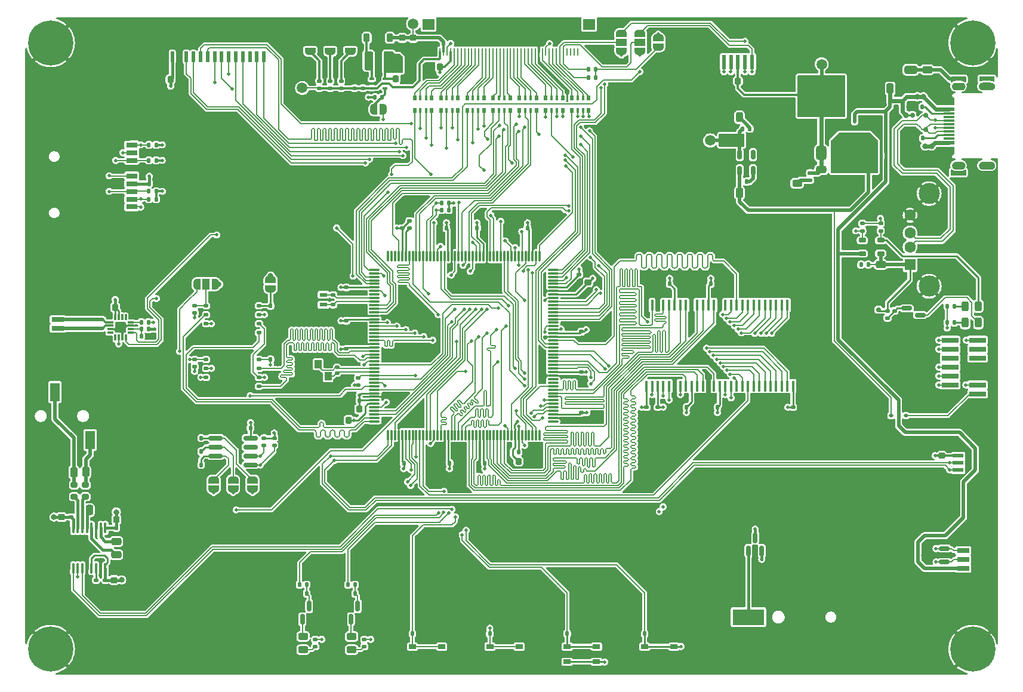
<source format=gbr>
%TF.GenerationSoftware,KiCad,Pcbnew,8.0.2*%
%TF.CreationDate,2024-07-19T10:45:18+07:00*%
%TF.ProjectId,chroma-pixel-zeta,6368726f-6d61-42d7-9069-78656c2d7a65,rev?*%
%TF.SameCoordinates,Original*%
%TF.FileFunction,Copper,L1,Top*%
%TF.FilePolarity,Positive*%
%FSLAX46Y46*%
G04 Gerber Fmt 4.6, Leading zero omitted, Abs format (unit mm)*
G04 Created by KiCad (PCBNEW 8.0.2) date 2024-07-19 10:45:18*
%MOMM*%
%LPD*%
G01*
G04 APERTURE LIST*
G04 Aperture macros list*
%AMRoundRect*
0 Rectangle with rounded corners*
0 $1 Rounding radius*
0 $2 $3 $4 $5 $6 $7 $8 $9 X,Y pos of 4 corners*
0 Add a 4 corners polygon primitive as box body*
4,1,4,$2,$3,$4,$5,$6,$7,$8,$9,$2,$3,0*
0 Add four circle primitives for the rounded corners*
1,1,$1+$1,$2,$3*
1,1,$1+$1,$4,$5*
1,1,$1+$1,$6,$7*
1,1,$1+$1,$8,$9*
0 Add four rect primitives between the rounded corners*
20,1,$1+$1,$2,$3,$4,$5,0*
20,1,$1+$1,$4,$5,$6,$7,0*
20,1,$1+$1,$6,$7,$8,$9,0*
20,1,$1+$1,$8,$9,$2,$3,0*%
%AMFreePoly0*
4,1,19,0.500000,-0.750000,0.000000,-0.750000,0.000000,-0.744911,-0.071157,-0.744911,-0.207708,-0.704816,-0.327430,-0.627875,-0.420627,-0.520320,-0.479746,-0.390866,-0.500000,-0.250000,-0.500000,0.250000,-0.479746,0.390866,-0.420627,0.520320,-0.327430,0.627875,-0.207708,0.704816,-0.071157,0.744911,0.000000,0.744911,0.000000,0.750000,0.500000,0.750000,0.500000,-0.750000,0.500000,-0.750000,
$1*%
%AMFreePoly1*
4,1,19,0.000000,0.744911,0.071157,0.744911,0.207708,0.704816,0.327430,0.627875,0.420627,0.520320,0.479746,0.390866,0.500000,0.250000,0.500000,-0.250000,0.479746,-0.390866,0.420627,-0.520320,0.327430,-0.627875,0.207708,-0.704816,0.071157,-0.744911,0.000000,-0.744911,0.000000,-0.750000,-0.500000,-0.750000,-0.500000,0.750000,0.000000,0.750000,0.000000,0.744911,0.000000,0.744911,
$1*%
%AMFreePoly2*
4,1,19,0.550000,-0.750000,0.000000,-0.750000,0.000000,-0.744911,-0.071157,-0.744911,-0.207708,-0.704816,-0.327430,-0.627875,-0.420627,-0.520320,-0.479746,-0.390866,-0.500000,-0.250000,-0.500000,0.250000,-0.479746,0.390866,-0.420627,0.520320,-0.327430,0.627875,-0.207708,0.704816,-0.071157,0.744911,0.000000,0.744911,0.000000,0.750000,0.550000,0.750000,0.550000,-0.750000,0.550000,-0.750000,
$1*%
%AMFreePoly3*
4,1,19,0.000000,0.744911,0.071157,0.744911,0.207708,0.704816,0.327430,0.627875,0.420627,0.520320,0.479746,0.390866,0.500000,0.250000,0.500000,-0.250000,0.479746,-0.390866,0.420627,-0.520320,0.327430,-0.627875,0.207708,-0.704816,0.071157,-0.744911,0.000000,-0.744911,0.000000,-0.750000,-0.550000,-0.750000,-0.550000,0.750000,0.000000,0.750000,0.000000,0.744911,0.000000,0.744911,
$1*%
G04 Aperture macros list end*
%TA.AperFunction,EtchedComponent*%
%ADD10C,0.000000*%
%TD*%
%TA.AperFunction,EtchedComponent*%
%ADD11C,0.010000*%
%TD*%
%TA.AperFunction,SMDPad,CuDef*%
%ADD12R,1.400000X2.600000*%
%TD*%
%TA.AperFunction,ComponentPad*%
%ADD13C,0.800000*%
%TD*%
%TA.AperFunction,ComponentPad*%
%ADD14C,6.400000*%
%TD*%
%TA.AperFunction,SMDPad,CuDef*%
%ADD15RoundRect,0.140000X-0.170000X0.140000X-0.170000X-0.140000X0.170000X-0.140000X0.170000X0.140000X0*%
%TD*%
%TA.AperFunction,SMDPad,CuDef*%
%ADD16RoundRect,0.135000X-0.185000X0.135000X-0.185000X-0.135000X0.185000X-0.135000X0.185000X0.135000X0*%
%TD*%
%TA.AperFunction,SMDPad,CuDef*%
%ADD17RoundRect,0.135000X-0.135000X-0.185000X0.135000X-0.185000X0.135000X0.185000X-0.135000X0.185000X0*%
%TD*%
%TA.AperFunction,SMDPad,CuDef*%
%ADD18RoundRect,0.140000X-0.140000X-0.170000X0.140000X-0.170000X0.140000X0.170000X-0.140000X0.170000X0*%
%TD*%
%TA.AperFunction,SMDPad,CuDef*%
%ADD19RoundRect,0.140000X0.140000X0.170000X-0.140000X0.170000X-0.140000X-0.170000X0.140000X-0.170000X0*%
%TD*%
%TA.AperFunction,SMDPad,CuDef*%
%ADD20R,1.550000X0.600000*%
%TD*%
%TA.AperFunction,SMDPad,CuDef*%
%ADD21R,1.800000X1.200000*%
%TD*%
%TA.AperFunction,SMDPad,CuDef*%
%ADD22RoundRect,0.135000X0.135000X0.185000X-0.135000X0.185000X-0.135000X-0.185000X0.135000X-0.185000X0*%
%TD*%
%TA.AperFunction,SMDPad,CuDef*%
%ADD23RoundRect,0.135000X0.185000X-0.135000X0.185000X0.135000X-0.185000X0.135000X-0.185000X-0.135000X0*%
%TD*%
%TA.AperFunction,SMDPad,CuDef*%
%ADD24RoundRect,0.375000X0.375000X-0.625000X0.375000X0.625000X-0.375000X0.625000X-0.375000X-0.625000X0*%
%TD*%
%TA.AperFunction,SMDPad,CuDef*%
%ADD25RoundRect,0.500000X1.400000X-0.500000X1.400000X0.500000X-1.400000X0.500000X-1.400000X-0.500000X0*%
%TD*%
%TA.AperFunction,SMDPad,CuDef*%
%ADD26RoundRect,0.250000X-0.475000X0.250000X-0.475000X-0.250000X0.475000X-0.250000X0.475000X0.250000X0*%
%TD*%
%TA.AperFunction,ComponentPad*%
%ADD27R,1.500000X1.600000*%
%TD*%
%TA.AperFunction,ComponentPad*%
%ADD28C,1.600000*%
%TD*%
%TA.AperFunction,ComponentPad*%
%ADD29C,3.000000*%
%TD*%
%TA.AperFunction,SMDPad,CuDef*%
%ADD30RoundRect,0.140000X0.170000X-0.140000X0.170000X0.140000X-0.170000X0.140000X-0.170000X-0.140000X0*%
%TD*%
%TA.AperFunction,SMDPad,CuDef*%
%ADD31R,0.500000X0.800000*%
%TD*%
%TA.AperFunction,SMDPad,CuDef*%
%ADD32R,0.400000X0.800000*%
%TD*%
%TA.AperFunction,SMDPad,CuDef*%
%ADD33R,1.100000X0.600000*%
%TD*%
%TA.AperFunction,SMDPad,CuDef*%
%ADD34C,1.500000*%
%TD*%
%TA.AperFunction,SMDPad,CuDef*%
%ADD35RoundRect,0.150000X0.150000X-0.512500X0.150000X0.512500X-0.150000X0.512500X-0.150000X-0.512500X0*%
%TD*%
%TA.AperFunction,SMDPad,CuDef*%
%ADD36FreePoly0,270.000000*%
%TD*%
%TA.AperFunction,SMDPad,CuDef*%
%ADD37FreePoly1,270.000000*%
%TD*%
%TA.AperFunction,SMDPad,CuDef*%
%ADD38RoundRect,0.225000X0.250000X-0.225000X0.250000X0.225000X-0.250000X0.225000X-0.250000X-0.225000X0*%
%TD*%
%TA.AperFunction,SMDPad,CuDef*%
%ADD39R,2.400000X0.740000*%
%TD*%
%TA.AperFunction,SMDPad,CuDef*%
%ADD40RoundRect,0.243750X0.243750X0.456250X-0.243750X0.456250X-0.243750X-0.456250X0.243750X-0.456250X0*%
%TD*%
%TA.AperFunction,SMDPad,CuDef*%
%ADD41RoundRect,0.225000X-0.225000X-0.250000X0.225000X-0.250000X0.225000X0.250000X-0.225000X0.250000X0*%
%TD*%
%TA.AperFunction,SMDPad,CuDef*%
%ADD42RoundRect,0.125000X-0.200000X-0.125000X0.200000X-0.125000X0.200000X0.125000X-0.200000X0.125000X0*%
%TD*%
%TA.AperFunction,HeatsinkPad*%
%ADD43R,3.400000X4.300000*%
%TD*%
%TA.AperFunction,SMDPad,CuDef*%
%ADD44RoundRect,0.150000X0.150000X-0.587500X0.150000X0.587500X-0.150000X0.587500X-0.150000X-0.587500X0*%
%TD*%
%TA.AperFunction,SMDPad,CuDef*%
%ADD45RoundRect,0.075000X-0.675000X-0.075000X0.675000X-0.075000X0.675000X0.075000X-0.675000X0.075000X0*%
%TD*%
%TA.AperFunction,SMDPad,CuDef*%
%ADD46RoundRect,0.075000X-0.075000X-0.675000X0.075000X-0.675000X0.075000X0.675000X-0.075000X0.675000X0*%
%TD*%
%TA.AperFunction,SMDPad,CuDef*%
%ADD47R,4.500000X2.300000*%
%TD*%
%TA.AperFunction,SMDPad,CuDef*%
%ADD48RoundRect,0.250000X0.450000X-0.262500X0.450000X0.262500X-0.450000X0.262500X-0.450000X-0.262500X0*%
%TD*%
%TA.AperFunction,SMDPad,CuDef*%
%ADD49RoundRect,0.250000X-0.250000X-0.475000X0.250000X-0.475000X0.250000X0.475000X-0.250000X0.475000X0*%
%TD*%
%TA.AperFunction,SMDPad,CuDef*%
%ADD50C,0.500000*%
%TD*%
%TA.AperFunction,SMDPad,CuDef*%
%ADD51FreePoly0,90.000000*%
%TD*%
%TA.AperFunction,SMDPad,CuDef*%
%ADD52FreePoly1,90.000000*%
%TD*%
%TA.AperFunction,SMDPad,CuDef*%
%ADD53RoundRect,0.100000X-0.225000X-0.100000X0.225000X-0.100000X0.225000X0.100000X-0.225000X0.100000X0*%
%TD*%
%TA.AperFunction,SMDPad,CuDef*%
%ADD54R,1.600000X0.700000*%
%TD*%
%TA.AperFunction,SMDPad,CuDef*%
%ADD55R,1.500000X1.200000*%
%TD*%
%TA.AperFunction,SMDPad,CuDef*%
%ADD56R,2.200000X1.200000*%
%TD*%
%TA.AperFunction,SMDPad,CuDef*%
%ADD57R,1.500000X1.600000*%
%TD*%
%TA.AperFunction,SMDPad,CuDef*%
%ADD58RoundRect,0.250000X0.250000X0.475000X-0.250000X0.475000X-0.250000X-0.475000X0.250000X-0.475000X0*%
%TD*%
%TA.AperFunction,SMDPad,CuDef*%
%ADD59RoundRect,0.150000X0.200000X-0.150000X0.200000X0.150000X-0.200000X0.150000X-0.200000X-0.150000X0*%
%TD*%
%TA.AperFunction,SMDPad,CuDef*%
%ADD60RoundRect,0.225000X-0.250000X0.225000X-0.250000X-0.225000X0.250000X-0.225000X0.250000X0.225000X0*%
%TD*%
%TA.AperFunction,SMDPad,CuDef*%
%ADD61R,1.050000X0.650000*%
%TD*%
%TA.AperFunction,SMDPad,CuDef*%
%ADD62FreePoly2,180.000000*%
%TD*%
%TA.AperFunction,SMDPad,CuDef*%
%ADD63R,1.000000X1.500000*%
%TD*%
%TA.AperFunction,SMDPad,CuDef*%
%ADD64FreePoly3,180.000000*%
%TD*%
%TA.AperFunction,SMDPad,CuDef*%
%ADD65R,1.500000X0.600000*%
%TD*%
%TA.AperFunction,SMDPad,CuDef*%
%ADD66R,1.500000X0.300000*%
%TD*%
%TA.AperFunction,ComponentPad*%
%ADD67O,2.000000X1.000000*%
%TD*%
%TA.AperFunction,ComponentPad*%
%ADD68O,1.800000X0.900000*%
%TD*%
%TA.AperFunction,SMDPad,CuDef*%
%ADD69R,0.458000X1.510000*%
%TD*%
%TA.AperFunction,SMDPad,CuDef*%
%ADD70RoundRect,0.112500X-0.187500X-0.112500X0.187500X-0.112500X0.187500X0.112500X-0.187500X0.112500X0*%
%TD*%
%TA.AperFunction,SMDPad,CuDef*%
%ADD71RoundRect,0.150000X-0.825000X-0.150000X0.825000X-0.150000X0.825000X0.150000X-0.825000X0.150000X0*%
%TD*%
%TA.AperFunction,SMDPad,CuDef*%
%ADD72RoundRect,0.112500X0.112500X-0.187500X0.112500X0.187500X-0.112500X0.187500X-0.112500X-0.187500X0*%
%TD*%
%TA.AperFunction,SMDPad,CuDef*%
%ADD73RoundRect,0.243750X-0.456250X0.243750X-0.456250X-0.243750X0.456250X-0.243750X0.456250X0.243750X0*%
%TD*%
%TA.AperFunction,SMDPad,CuDef*%
%ADD74FreePoly2,90.000000*%
%TD*%
%TA.AperFunction,SMDPad,CuDef*%
%ADD75R,1.500000X1.000000*%
%TD*%
%TA.AperFunction,SMDPad,CuDef*%
%ADD76FreePoly3,90.000000*%
%TD*%
%TA.AperFunction,SMDPad,CuDef*%
%ADD77RoundRect,0.225000X0.225000X0.250000X-0.225000X0.250000X-0.225000X-0.250000X0.225000X-0.250000X0*%
%TD*%
%TA.AperFunction,SMDPad,CuDef*%
%ADD78R,1.000000X1.150000*%
%TD*%
%TA.AperFunction,SMDPad,CuDef*%
%ADD79R,1.800000X0.700000*%
%TD*%
%TA.AperFunction,SMDPad,CuDef*%
%ADD80R,2.200000X1.600000*%
%TD*%
%TA.AperFunction,SMDPad,CuDef*%
%ADD81RoundRect,0.150000X0.587500X0.150000X-0.587500X0.150000X-0.587500X-0.150000X0.587500X-0.150000X0*%
%TD*%
%TA.AperFunction,SMDPad,CuDef*%
%ADD82RoundRect,0.200000X0.275000X-0.200000X0.275000X0.200000X-0.275000X0.200000X-0.275000X-0.200000X0*%
%TD*%
%TA.AperFunction,SMDPad,CuDef*%
%ADD83RoundRect,0.018900X0.411100X0.116100X-0.411100X0.116100X-0.411100X-0.116100X0.411100X-0.116100X0*%
%TD*%
%TA.AperFunction,SMDPad,CuDef*%
%ADD84RoundRect,0.018900X-0.116100X0.411100X-0.116100X-0.411100X0.116100X-0.411100X0.116100X0.411100X0*%
%TD*%
%TA.AperFunction,SMDPad,CuDef*%
%ADD85RoundRect,0.018900X-0.411100X-0.116100X0.411100X-0.116100X0.411100X0.116100X-0.411100X0.116100X0*%
%TD*%
%TA.AperFunction,SMDPad,CuDef*%
%ADD86RoundRect,0.018900X0.116100X-0.411100X0.116100X0.411100X-0.116100X0.411100X-0.116100X-0.411100X0*%
%TD*%
%TA.AperFunction,SMDPad,CuDef*%
%ADD87R,1.100000X1.100000*%
%TD*%
%TA.AperFunction,SMDPad,CuDef*%
%ADD88R,0.610000X2.000000*%
%TD*%
%TA.AperFunction,SMDPad,CuDef*%
%ADD89R,2.680000X3.600000*%
%TD*%
%TA.AperFunction,SMDPad,CuDef*%
%ADD90RoundRect,0.175000X0.325000X-0.175000X0.325000X0.175000X-0.325000X0.175000X-0.325000X-0.175000X0*%
%TD*%
%TA.AperFunction,SMDPad,CuDef*%
%ADD91RoundRect,0.150000X0.150000X-0.200000X0.150000X0.200000X-0.150000X0.200000X-0.150000X-0.200000X0*%
%TD*%
%TA.AperFunction,SMDPad,CuDef*%
%ADD92RoundRect,0.225000X0.225000X0.375000X-0.225000X0.375000X-0.225000X-0.375000X0.225000X-0.375000X0*%
%TD*%
%TA.AperFunction,SMDPad,CuDef*%
%ADD93FreePoly0,180.000000*%
%TD*%
%TA.AperFunction,SMDPad,CuDef*%
%ADD94FreePoly1,180.000000*%
%TD*%
%TA.AperFunction,SMDPad,CuDef*%
%ADD95RoundRect,0.150000X-0.150000X0.587500X-0.150000X-0.587500X0.150000X-0.587500X0.150000X0.587500X0*%
%TD*%
%TA.AperFunction,SMDPad,CuDef*%
%ADD96R,0.250000X1.100000*%
%TD*%
%TA.AperFunction,SMDPad,CuDef*%
%ADD97R,1.700000X1.500000*%
%TD*%
%TA.AperFunction,SMDPad,CuDef*%
%ADD98R,0.500000X1.500000*%
%TD*%
%TA.AperFunction,SMDPad,CuDef*%
%ADD99R,2.000000X1.700000*%
%TD*%
%TA.AperFunction,SMDPad,CuDef*%
%ADD100RoundRect,0.250000X0.650000X-0.325000X0.650000X0.325000X-0.650000X0.325000X-0.650000X-0.325000X0*%
%TD*%
%TA.AperFunction,SMDPad,CuDef*%
%ADD101RoundRect,0.150000X0.400000X0.150000X-0.400000X0.150000X-0.400000X-0.150000X0.400000X-0.150000X0*%
%TD*%
%TA.AperFunction,SMDPad,CuDef*%
%ADD102RoundRect,0.150000X-0.400000X-0.150000X0.400000X-0.150000X0.400000X0.150000X-0.400000X0.150000X0*%
%TD*%
%TA.AperFunction,SMDPad,CuDef*%
%ADD103RoundRect,0.150000X-0.587500X-0.150000X0.587500X-0.150000X0.587500X0.150000X-0.587500X0.150000X0*%
%TD*%
%TA.AperFunction,SMDPad,CuDef*%
%ADD104RoundRect,0.100000X-0.100000X0.637500X-0.100000X-0.637500X0.100000X-0.637500X0.100000X0.637500X0*%
%TD*%
%TA.AperFunction,SMDPad,CuDef*%
%ADD105RoundRect,0.250000X0.375000X1.075000X-0.375000X1.075000X-0.375000X-1.075000X0.375000X-1.075000X0*%
%TD*%
%TA.AperFunction,ViaPad*%
%ADD106C,0.500000*%
%TD*%
%TA.AperFunction,ViaPad*%
%ADD107C,0.800000*%
%TD*%
%TA.AperFunction,Conductor*%
%ADD108C,0.500000*%
%TD*%
%TA.AperFunction,Conductor*%
%ADD109C,0.150000*%
%TD*%
%TA.AperFunction,Conductor*%
%ADD110C,0.300000*%
%TD*%
%TA.AperFunction,Conductor*%
%ADD111C,0.250000*%
%TD*%
%TA.AperFunction,Conductor*%
%ADD112C,0.400000*%
%TD*%
%TA.AperFunction,Conductor*%
%ADD113C,0.600000*%
%TD*%
%TA.AperFunction,Conductor*%
%ADD114C,0.200000*%
%TD*%
G04 APERTURE END LIST*
D10*
%TA.AperFunction,EtchedComponent*%
%TO.C,NT1*%
G36*
X202603800Y-67175000D02*
G01*
X202103800Y-67175000D01*
X202103800Y-66175000D01*
X202603800Y-66175000D01*
X202603800Y-67175000D01*
G37*
%TD.AperFunction*%
D11*
%TO.C,J3*%
X213092000Y-56303000D02*
X213144000Y-56311000D01*
X213195000Y-56324000D01*
X213243000Y-56343000D01*
X213290000Y-56367000D01*
X213334000Y-56395000D01*
X213375000Y-56428000D01*
X213412000Y-56465000D01*
X213445000Y-56506000D01*
X213473000Y-56550000D01*
X213497000Y-56597000D01*
X213516000Y-56645000D01*
X213529000Y-56696000D01*
X213537000Y-56748000D01*
X213540000Y-56800000D01*
X213537000Y-56852000D01*
X213529000Y-56904000D01*
X213516000Y-56955000D01*
X213497000Y-57003000D01*
X213473000Y-57050000D01*
X213445000Y-57094000D01*
X213412000Y-57135000D01*
X213375000Y-57172000D01*
X213334000Y-57205000D01*
X213290000Y-57233000D01*
X213243000Y-57257000D01*
X213195000Y-57276000D01*
X213144000Y-57289000D01*
X213092000Y-57297000D01*
X213040000Y-57300000D01*
X212240000Y-57300000D01*
X212188000Y-57297000D01*
X212136000Y-57289000D01*
X212085000Y-57276000D01*
X212037000Y-57257000D01*
X211990000Y-57233000D01*
X211946000Y-57205000D01*
X211905000Y-57172000D01*
X211868000Y-57135000D01*
X211835000Y-57094000D01*
X211807000Y-57050000D01*
X211783000Y-57003000D01*
X211764000Y-56955000D01*
X211751000Y-56904000D01*
X211743000Y-56852000D01*
X211740000Y-56800000D01*
X211743000Y-56748000D01*
X211751000Y-56696000D01*
X211764000Y-56645000D01*
X211783000Y-56597000D01*
X211807000Y-56550000D01*
X211835000Y-56506000D01*
X211868000Y-56465000D01*
X211905000Y-56428000D01*
X211946000Y-56395000D01*
X211990000Y-56367000D01*
X212037000Y-56343000D01*
X212085000Y-56324000D01*
X212136000Y-56311000D01*
X212188000Y-56303000D01*
X212240000Y-56300000D01*
X213040000Y-56300000D01*
X213092000Y-56303000D01*
%TA.AperFunction,EtchedComponent*%
G36*
X213092000Y-56303000D02*
G01*
X213144000Y-56311000D01*
X213195000Y-56324000D01*
X213243000Y-56343000D01*
X213290000Y-56367000D01*
X213334000Y-56395000D01*
X213375000Y-56428000D01*
X213412000Y-56465000D01*
X213445000Y-56506000D01*
X213473000Y-56550000D01*
X213497000Y-56597000D01*
X213516000Y-56645000D01*
X213529000Y-56696000D01*
X213537000Y-56748000D01*
X213540000Y-56800000D01*
X213537000Y-56852000D01*
X213529000Y-56904000D01*
X213516000Y-56955000D01*
X213497000Y-57003000D01*
X213473000Y-57050000D01*
X213445000Y-57094000D01*
X213412000Y-57135000D01*
X213375000Y-57172000D01*
X213334000Y-57205000D01*
X213290000Y-57233000D01*
X213243000Y-57257000D01*
X213195000Y-57276000D01*
X213144000Y-57289000D01*
X213092000Y-57297000D01*
X213040000Y-57300000D01*
X212240000Y-57300000D01*
X212188000Y-57297000D01*
X212136000Y-57289000D01*
X212085000Y-57276000D01*
X212037000Y-57257000D01*
X211990000Y-57233000D01*
X211946000Y-57205000D01*
X211905000Y-57172000D01*
X211868000Y-57135000D01*
X211835000Y-57094000D01*
X211807000Y-57050000D01*
X211783000Y-57003000D01*
X211764000Y-56955000D01*
X211751000Y-56904000D01*
X211743000Y-56852000D01*
X211740000Y-56800000D01*
X211743000Y-56748000D01*
X211751000Y-56696000D01*
X211764000Y-56645000D01*
X211783000Y-56597000D01*
X211807000Y-56550000D01*
X211835000Y-56506000D01*
X211868000Y-56465000D01*
X211905000Y-56428000D01*
X211946000Y-56395000D01*
X211990000Y-56367000D01*
X212037000Y-56343000D01*
X212085000Y-56324000D01*
X212136000Y-56311000D01*
X212188000Y-56303000D01*
X212240000Y-56300000D01*
X213040000Y-56300000D01*
X213092000Y-56303000D01*
G37*
%TD.AperFunction*%
X213092000Y-67543000D02*
X213144000Y-67551000D01*
X213195000Y-67564000D01*
X213243000Y-67583000D01*
X213290000Y-67607000D01*
X213334000Y-67635000D01*
X213375000Y-67668000D01*
X213412000Y-67705000D01*
X213445000Y-67746000D01*
X213473000Y-67790000D01*
X213497000Y-67837000D01*
X213516000Y-67885000D01*
X213529000Y-67936000D01*
X213537000Y-67988000D01*
X213540000Y-68040000D01*
X213537000Y-68092000D01*
X213529000Y-68144000D01*
X213516000Y-68195000D01*
X213497000Y-68243000D01*
X213473000Y-68290000D01*
X213445000Y-68334000D01*
X213412000Y-68375000D01*
X213375000Y-68412000D01*
X213334000Y-68445000D01*
X213290000Y-68473000D01*
X213243000Y-68497000D01*
X213195000Y-68516000D01*
X213144000Y-68529000D01*
X213092000Y-68537000D01*
X213040000Y-68540000D01*
X212240000Y-68540000D01*
X212188000Y-68537000D01*
X212136000Y-68529000D01*
X212085000Y-68516000D01*
X212037000Y-68497000D01*
X211990000Y-68473000D01*
X211946000Y-68445000D01*
X211905000Y-68412000D01*
X211868000Y-68375000D01*
X211835000Y-68334000D01*
X211807000Y-68290000D01*
X211783000Y-68243000D01*
X211764000Y-68195000D01*
X211751000Y-68144000D01*
X211743000Y-68092000D01*
X211740000Y-68040000D01*
X211743000Y-67988000D01*
X211751000Y-67936000D01*
X211764000Y-67885000D01*
X211783000Y-67837000D01*
X211807000Y-67790000D01*
X211835000Y-67746000D01*
X211868000Y-67705000D01*
X211905000Y-67668000D01*
X211946000Y-67635000D01*
X211990000Y-67607000D01*
X212037000Y-67583000D01*
X212085000Y-67564000D01*
X212136000Y-67551000D01*
X212188000Y-67543000D01*
X212240000Y-67540000D01*
X213040000Y-67540000D01*
X213092000Y-67543000D01*
%TA.AperFunction,EtchedComponent*%
G36*
X213092000Y-67543000D02*
G01*
X213144000Y-67551000D01*
X213195000Y-67564000D01*
X213243000Y-67583000D01*
X213290000Y-67607000D01*
X213334000Y-67635000D01*
X213375000Y-67668000D01*
X213412000Y-67705000D01*
X213445000Y-67746000D01*
X213473000Y-67790000D01*
X213497000Y-67837000D01*
X213516000Y-67885000D01*
X213529000Y-67936000D01*
X213537000Y-67988000D01*
X213540000Y-68040000D01*
X213537000Y-68092000D01*
X213529000Y-68144000D01*
X213516000Y-68195000D01*
X213497000Y-68243000D01*
X213473000Y-68290000D01*
X213445000Y-68334000D01*
X213412000Y-68375000D01*
X213375000Y-68412000D01*
X213334000Y-68445000D01*
X213290000Y-68473000D01*
X213243000Y-68497000D01*
X213195000Y-68516000D01*
X213144000Y-68529000D01*
X213092000Y-68537000D01*
X213040000Y-68540000D01*
X212240000Y-68540000D01*
X212188000Y-68537000D01*
X212136000Y-68529000D01*
X212085000Y-68516000D01*
X212037000Y-68497000D01*
X211990000Y-68473000D01*
X211946000Y-68445000D01*
X211905000Y-68412000D01*
X211868000Y-68375000D01*
X211835000Y-68334000D01*
X211807000Y-68290000D01*
X211783000Y-68243000D01*
X211764000Y-68195000D01*
X211751000Y-68144000D01*
X211743000Y-68092000D01*
X211740000Y-68040000D01*
X211743000Y-67988000D01*
X211751000Y-67936000D01*
X211764000Y-67885000D01*
X211783000Y-67837000D01*
X211807000Y-67790000D01*
X211835000Y-67746000D01*
X211868000Y-67705000D01*
X211905000Y-67668000D01*
X211946000Y-67635000D01*
X211990000Y-67607000D01*
X212037000Y-67583000D01*
X212085000Y-67564000D01*
X212136000Y-67551000D01*
X212188000Y-67543000D01*
X212240000Y-67540000D01*
X213040000Y-67540000D01*
X213092000Y-67543000D01*
G37*
%TD.AperFunction*%
X217292000Y-56303000D02*
X217344000Y-56311000D01*
X217395000Y-56324000D01*
X217443000Y-56343000D01*
X217490000Y-56367000D01*
X217534000Y-56395000D01*
X217575000Y-56428000D01*
X217612000Y-56465000D01*
X217645000Y-56506000D01*
X217673000Y-56550000D01*
X217697000Y-56597000D01*
X217716000Y-56645000D01*
X217729000Y-56696000D01*
X217737000Y-56748000D01*
X217740000Y-56800000D01*
X217737000Y-56852000D01*
X217729000Y-56904000D01*
X217716000Y-56955000D01*
X217697000Y-57003000D01*
X217673000Y-57050000D01*
X217645000Y-57094000D01*
X217612000Y-57135000D01*
X217575000Y-57172000D01*
X217534000Y-57205000D01*
X217490000Y-57233000D01*
X217443000Y-57257000D01*
X217395000Y-57276000D01*
X217344000Y-57289000D01*
X217292000Y-57297000D01*
X217240000Y-57300000D01*
X216040000Y-57300000D01*
X215988000Y-57297000D01*
X215936000Y-57289000D01*
X215885000Y-57276000D01*
X215837000Y-57257000D01*
X215790000Y-57233000D01*
X215746000Y-57205000D01*
X215705000Y-57172000D01*
X215668000Y-57135000D01*
X215635000Y-57094000D01*
X215607000Y-57050000D01*
X215583000Y-57003000D01*
X215564000Y-56955000D01*
X215551000Y-56904000D01*
X215543000Y-56852000D01*
X215540000Y-56800000D01*
X215543000Y-56748000D01*
X215551000Y-56696000D01*
X215564000Y-56645000D01*
X215583000Y-56597000D01*
X215607000Y-56550000D01*
X215635000Y-56506000D01*
X215668000Y-56465000D01*
X215705000Y-56428000D01*
X215746000Y-56395000D01*
X215790000Y-56367000D01*
X215837000Y-56343000D01*
X215885000Y-56324000D01*
X215936000Y-56311000D01*
X215988000Y-56303000D01*
X216040000Y-56300000D01*
X217240000Y-56300000D01*
X217292000Y-56303000D01*
%TA.AperFunction,EtchedComponent*%
G36*
X217292000Y-56303000D02*
G01*
X217344000Y-56311000D01*
X217395000Y-56324000D01*
X217443000Y-56343000D01*
X217490000Y-56367000D01*
X217534000Y-56395000D01*
X217575000Y-56428000D01*
X217612000Y-56465000D01*
X217645000Y-56506000D01*
X217673000Y-56550000D01*
X217697000Y-56597000D01*
X217716000Y-56645000D01*
X217729000Y-56696000D01*
X217737000Y-56748000D01*
X217740000Y-56800000D01*
X217737000Y-56852000D01*
X217729000Y-56904000D01*
X217716000Y-56955000D01*
X217697000Y-57003000D01*
X217673000Y-57050000D01*
X217645000Y-57094000D01*
X217612000Y-57135000D01*
X217575000Y-57172000D01*
X217534000Y-57205000D01*
X217490000Y-57233000D01*
X217443000Y-57257000D01*
X217395000Y-57276000D01*
X217344000Y-57289000D01*
X217292000Y-57297000D01*
X217240000Y-57300000D01*
X216040000Y-57300000D01*
X215988000Y-57297000D01*
X215936000Y-57289000D01*
X215885000Y-57276000D01*
X215837000Y-57257000D01*
X215790000Y-57233000D01*
X215746000Y-57205000D01*
X215705000Y-57172000D01*
X215668000Y-57135000D01*
X215635000Y-57094000D01*
X215607000Y-57050000D01*
X215583000Y-57003000D01*
X215564000Y-56955000D01*
X215551000Y-56904000D01*
X215543000Y-56852000D01*
X215540000Y-56800000D01*
X215543000Y-56748000D01*
X215551000Y-56696000D01*
X215564000Y-56645000D01*
X215583000Y-56597000D01*
X215607000Y-56550000D01*
X215635000Y-56506000D01*
X215668000Y-56465000D01*
X215705000Y-56428000D01*
X215746000Y-56395000D01*
X215790000Y-56367000D01*
X215837000Y-56343000D01*
X215885000Y-56324000D01*
X215936000Y-56311000D01*
X215988000Y-56303000D01*
X216040000Y-56300000D01*
X217240000Y-56300000D01*
X217292000Y-56303000D01*
G37*
%TD.AperFunction*%
X217292000Y-67543000D02*
X217344000Y-67551000D01*
X217395000Y-67564000D01*
X217443000Y-67583000D01*
X217490000Y-67607000D01*
X217534000Y-67635000D01*
X217575000Y-67668000D01*
X217612000Y-67705000D01*
X217645000Y-67746000D01*
X217673000Y-67790000D01*
X217697000Y-67837000D01*
X217716000Y-67885000D01*
X217729000Y-67936000D01*
X217737000Y-67988000D01*
X217740000Y-68040000D01*
X217737000Y-68092000D01*
X217729000Y-68144000D01*
X217716000Y-68195000D01*
X217697000Y-68243000D01*
X217673000Y-68290000D01*
X217645000Y-68334000D01*
X217612000Y-68375000D01*
X217575000Y-68412000D01*
X217534000Y-68445000D01*
X217490000Y-68473000D01*
X217443000Y-68497000D01*
X217395000Y-68516000D01*
X217344000Y-68529000D01*
X217292000Y-68537000D01*
X217240000Y-68540000D01*
X216040000Y-68540000D01*
X215988000Y-68537000D01*
X215936000Y-68529000D01*
X215885000Y-68516000D01*
X215837000Y-68497000D01*
X215790000Y-68473000D01*
X215746000Y-68445000D01*
X215705000Y-68412000D01*
X215668000Y-68375000D01*
X215635000Y-68334000D01*
X215607000Y-68290000D01*
X215583000Y-68243000D01*
X215564000Y-68195000D01*
X215551000Y-68144000D01*
X215543000Y-68092000D01*
X215540000Y-68040000D01*
X215543000Y-67988000D01*
X215551000Y-67936000D01*
X215564000Y-67885000D01*
X215583000Y-67837000D01*
X215607000Y-67790000D01*
X215635000Y-67746000D01*
X215668000Y-67705000D01*
X215705000Y-67668000D01*
X215746000Y-67635000D01*
X215790000Y-67607000D01*
X215837000Y-67583000D01*
X215885000Y-67564000D01*
X215936000Y-67551000D01*
X215988000Y-67543000D01*
X216040000Y-67540000D01*
X217240000Y-67540000D01*
X217292000Y-67543000D01*
%TA.AperFunction,EtchedComponent*%
G36*
X217292000Y-67543000D02*
G01*
X217344000Y-67551000D01*
X217395000Y-67564000D01*
X217443000Y-67583000D01*
X217490000Y-67607000D01*
X217534000Y-67635000D01*
X217575000Y-67668000D01*
X217612000Y-67705000D01*
X217645000Y-67746000D01*
X217673000Y-67790000D01*
X217697000Y-67837000D01*
X217716000Y-67885000D01*
X217729000Y-67936000D01*
X217737000Y-67988000D01*
X217740000Y-68040000D01*
X217737000Y-68092000D01*
X217729000Y-68144000D01*
X217716000Y-68195000D01*
X217697000Y-68243000D01*
X217673000Y-68290000D01*
X217645000Y-68334000D01*
X217612000Y-68375000D01*
X217575000Y-68412000D01*
X217534000Y-68445000D01*
X217490000Y-68473000D01*
X217443000Y-68497000D01*
X217395000Y-68516000D01*
X217344000Y-68529000D01*
X217292000Y-68537000D01*
X217240000Y-68540000D01*
X216040000Y-68540000D01*
X215988000Y-68537000D01*
X215936000Y-68529000D01*
X215885000Y-68516000D01*
X215837000Y-68497000D01*
X215790000Y-68473000D01*
X215746000Y-68445000D01*
X215705000Y-68412000D01*
X215668000Y-68375000D01*
X215635000Y-68334000D01*
X215607000Y-68290000D01*
X215583000Y-68243000D01*
X215564000Y-68195000D01*
X215551000Y-68144000D01*
X215543000Y-68092000D01*
X215540000Y-68040000D01*
X215543000Y-67988000D01*
X215551000Y-67936000D01*
X215564000Y-67885000D01*
X215583000Y-67837000D01*
X215607000Y-67790000D01*
X215635000Y-67746000D01*
X215668000Y-67705000D01*
X215705000Y-67668000D01*
X215746000Y-67635000D01*
X215790000Y-67607000D01*
X215837000Y-67583000D01*
X215885000Y-67564000D01*
X215936000Y-67551000D01*
X215988000Y-67543000D01*
X216040000Y-67540000D01*
X217240000Y-67540000D01*
X217292000Y-67543000D01*
G37*
%TD.AperFunction*%
%TD*%
D12*
%TO.P,J11,R*%
%TO.N,Net-(C51-Pad1)*%
X84458200Y-100155800D03*
%TO.P,J11,S*%
%TO.N,GND*%
X82458200Y-106955800D03*
%TO.P,J11,T*%
%TO.N,Net-(C52-Pad1)*%
X89458200Y-106955800D03*
%TD*%
D13*
%TO.P,H3,1,1*%
%TO.N,GND*%
X86249200Y-50634374D03*
X85546256Y-52331430D03*
X85546256Y-48937318D03*
X83849200Y-53034374D03*
D14*
X83849200Y-50634374D03*
D13*
X83849200Y-48234374D03*
X82152144Y-52331430D03*
X82152144Y-48937318D03*
X81449200Y-50634374D03*
%TD*%
D15*
%TO.P,C40,1*%
%TO.N,/MCU/XOUT*%
X124466100Y-97466200D03*
%TO.P,C40,2*%
%TO.N,GND*%
X124466100Y-98426200D03*
%TD*%
D16*
%TO.P,R19,1*%
%TO.N,+3V3*%
X134763800Y-75878600D03*
%TO.P,R19,2*%
%TO.N,Net-(U2-PDR_ON)*%
X134763800Y-76898600D03*
%TD*%
D17*
%TO.P,R43,1*%
%TO.N,+3V3*%
X211021200Y-87976883D03*
%TO.P,R43,2*%
%TO.N,Net-(D13-A)*%
X212041200Y-87976883D03*
%TD*%
D18*
%TO.P,C28,1*%
%TO.N,/MCU/BTN1*%
X135170640Y-134425800D03*
%TO.P,C28,2*%
%TO.N,GND*%
X136130640Y-134425800D03*
%TD*%
D15*
%TO.P,C59,1*%
%TO.N,+3V3*%
X91601600Y-126824800D03*
%TO.P,C59,2*%
%TO.N,GND*%
X91601600Y-127784800D03*
%TD*%
D19*
%TO.P,C37,1*%
%TO.N,+3V3*%
X171649000Y-84806000D03*
%TO.P,C37,2*%
%TO.N,GND*%
X170689000Y-84806000D03*
%TD*%
D13*
%TO.P,H4,1,1*%
%TO.N,GND*%
X83849200Y-134234374D03*
X85546256Y-134937318D03*
X82152144Y-134937318D03*
X86249200Y-136634374D03*
D14*
X83849200Y-136634374D03*
D13*
X81449200Y-136634374D03*
X85546256Y-138331430D03*
X82152144Y-138331430D03*
X83849200Y-139034374D03*
%TD*%
D20*
%TO.P,J5,1,1*%
%TO.N,/IO/STEMMA_SCL*%
X212579200Y-111205090D03*
%TO.P,J5,2,2*%
%TO.N,/IO/STEMMA_SDA*%
X212579200Y-110205090D03*
%TO.P,J5,3,3*%
%TO.N,+3V3*%
X212579200Y-109205090D03*
%TO.P,J5,4,4*%
%TO.N,GND*%
X212579200Y-108205090D03*
D21*
%TO.P,J5,S1,SHIELD*%
X216454200Y-112505090D03*
%TO.P,J5,S2,SHIELD*%
X216454200Y-106905090D03*
%TD*%
D22*
%TO.P,R7,1*%
%TO.N,+3V3*%
X98808000Y-67304200D03*
%TO.P,R7,2*%
%TO.N,/MCU/SD_DAT0*%
X97788000Y-67304200D03*
%TD*%
%TO.P,R15,1*%
%TO.N,VDD*%
X97726803Y-91246199D03*
%TO.P,R15,2*%
%TO.N,/AUDIO/GAIN_SLOT*%
X96706803Y-91246199D03*
%TD*%
D16*
%TO.P,R31,1*%
%TO.N,+3V3*%
X115576600Y-106680000D03*
%TO.P,R31,2*%
%TO.N,/IO/STEMMA_SDA*%
X115576600Y-107700000D03*
%TD*%
D23*
%TO.P,R23,1*%
%TO.N,Net-(D5-A)*%
X121386600Y-136253000D03*
%TO.P,R23,2*%
%TO.N,+3V3*%
X121386600Y-135233000D03*
%TD*%
D22*
%TO.P,R34,1*%
%TO.N,+3V3*%
X140337000Y-74345800D03*
%TO.P,R34,2*%
%TO.N,/LCD/LCD_TP_SCL*%
X139317000Y-74345800D03*
%TD*%
D19*
%TO.P,C45,1*%
%TO.N,+3V3*%
X127635000Y-101346000D03*
%TO.P,C45,2*%
%TO.N,GND*%
X126675000Y-101346000D03*
%TD*%
D24*
%TO.P,U13,1,GND*%
%TO.N,GND*%
X190867000Y-66268600D03*
%TO.P,U13,2,VO*%
%TO.N,+3V3A*%
X193167000Y-66268600D03*
D25*
X193167000Y-59968600D03*
D24*
%TO.P,U13,3,VI*%
%TO.N,VDD*%
X195467000Y-66268600D03*
%TD*%
D26*
%TO.P,C63,1*%
%TO.N,Net-(D14-K)*%
X201599800Y-82087600D03*
%TO.P,C63,2*%
%TO.N,GND*%
X201599800Y-83987600D03*
%TD*%
D18*
%TO.P,C36,1*%
%TO.N,+3V3*%
X177489000Y-84806000D03*
%TO.P,C36,2*%
%TO.N,GND*%
X178449000Y-84806000D03*
%TD*%
D27*
%TO.P,J12,1,VBUS*%
%TO.N,Net-(D14-K)*%
X205764800Y-82087600D03*
D28*
%TO.P,J12,2,D-*%
%TO.N,/USB/USB_D-*%
X205764800Y-79587600D03*
%TO.P,J12,3,D+*%
%TO.N,/USB/USB_D+*%
X205764800Y-77587600D03*
%TO.P,J12,4,GND*%
%TO.N,GND*%
X205764800Y-75087600D03*
D29*
%TO.P,J12,5,Shield*%
X208474800Y-85157600D03*
X208474800Y-72017600D03*
%TD*%
D17*
%TO.P,R48,1*%
%TO.N,/USB/VBUS_SENS*%
X198803800Y-82092800D03*
%TO.P,R48,2*%
%TO.N,Net-(D14-K)*%
X199823800Y-82092800D03*
%TD*%
D30*
%TO.P,C10,1*%
%TO.N,+3V3*%
X133718600Y-76898600D03*
%TO.P,C10,2*%
%TO.N,GND*%
X133718600Y-75938600D03*
%TD*%
D18*
%TO.P,C27,1*%
%TO.N,/MCU/BTN0*%
X146151360Y-134425800D03*
%TO.P,C27,2*%
%TO.N,GND*%
X147111360Y-134425800D03*
%TD*%
D31*
%TO.P,RN7,1,R1.1*%
%TO.N,Net-(RN7-R1.1)*%
X160190598Y-58429400D03*
D32*
%TO.P,RN7,2,R2.1*%
%TO.N,Net-(RN7-R2.1)*%
X159390598Y-58429400D03*
%TO.P,RN7,3,R3.1*%
%TO.N,Net-(RN7-R3.1)*%
X158590598Y-58429400D03*
D31*
%TO.P,RN7,4,R4.1*%
%TO.N,Net-(RN7-R4.1)*%
X157790598Y-58429400D03*
%TO.P,RN7,5,R4.2*%
%TO.N,/LCD/LTDC_CLK*%
X157790598Y-60229400D03*
D32*
%TO.P,RN7,6,R3.2*%
%TO.N,/LCD/LTDC_HSYNC*%
X158590598Y-60229400D03*
%TO.P,RN7,7,R2.2*%
%TO.N,/LCD/LTDC_VSYNC*%
X159390598Y-60229400D03*
D31*
%TO.P,RN7,8,R1.2*%
%TO.N,/LCD/LTDC_DE*%
X160190598Y-60229400D03*
%TD*%
D22*
%TO.P,R6,1*%
%TO.N,Net-(JP6-A)*%
X105188000Y-108585000D03*
%TO.P,R6,2*%
%TO.N,GND*%
X104168000Y-108585000D03*
%TD*%
D33*
%TO.P,Y2,1,1*%
%TO.N,/MCU/OSC32_OUT*%
X122546400Y-87773600D03*
%TO.P,Y2,2,2*%
%TO.N,/MCU/OSC32_IN*%
X122546400Y-86373600D03*
%TD*%
D34*
%TO.P,TP5,1,1*%
%TO.N,/LCD/LED_A*%
X135280400Y-47955200D03*
%TD*%
D35*
%TO.P,U8,1,IN*%
%TO.N,VDD*%
X181584600Y-68772200D03*
%TO.P,U8,2,GND*%
%TO.N,GND*%
X182534600Y-68772200D03*
%TO.P,U8,3,EN*%
%TO.N,Net-(U8-EN)*%
X183484600Y-68772200D03*
%TO.P,U8,4,NC*%
%TO.N,unconnected-(U8-NC-Pad4)*%
X183484600Y-66497200D03*
%TO.P,U8,5,OUT*%
%TO.N,+3V3*%
X181584600Y-66497200D03*
%TD*%
D36*
%TO.P,JP7,1,A*%
%TO.N,Net-(JP7-A)*%
X106978700Y-112602200D03*
D37*
%TO.P,JP7,2,B*%
%TO.N,+3V3*%
X106978700Y-113902200D03*
%TD*%
D17*
%TO.P,R16,1*%
%TO.N,/AUDIO/GAIN_SLOT*%
X96706803Y-92252800D03*
%TO.P,R16,2*%
%TO.N,GND*%
X97726803Y-92252800D03*
%TD*%
D38*
%TO.P,C56,1*%
%TO.N,+3V3A*%
X85420200Y-117878800D03*
%TO.P,C56,2*%
%TO.N,GND*%
X85420200Y-116328800D03*
%TD*%
D39*
%TO.P,J7,1,Pin_1*%
%TO.N,Net-(D10-A)*%
X215335400Y-100420449D03*
%TO.P,J7,2,Pin_2*%
%TO.N,GND*%
X211435400Y-100420449D03*
%TO.P,J7,3,Pin_3*%
%TO.N,+3V3*%
X215335400Y-99150449D03*
%TO.P,J7,4,Pin_4*%
%TO.N,/IO/DBG_SWDIO*%
X211435400Y-99150449D03*
%TO.P,J7,5,Pin_5*%
%TO.N,GND*%
X215335400Y-97880449D03*
%TO.P,J7,6,Pin_6*%
%TO.N,/IO/DBG_SWCLK*%
X211435400Y-97880449D03*
%TO.P,J7,7,Pin_7*%
%TO.N,GND*%
X215335400Y-96610449D03*
%TO.P,J7,8,Pin_8*%
%TO.N,/IO/DBG_SWO*%
X211435400Y-96610449D03*
%TO.P,J7,9,Pin_9*%
%TO.N,unconnected-(J7-Pin_9-Pad9)*%
X215335400Y-95340449D03*
%TO.P,J7,10,Pin_10*%
%TO.N,unconnected-(J7-Pin_10-Pad10)*%
X211435400Y-95340449D03*
%TO.P,J7,11,Pin_11*%
%TO.N,unconnected-(J7-Pin_11-Pad11)*%
X215335400Y-94070449D03*
%TO.P,J7,12,Pin_12*%
%TO.N,/MCU/NRST*%
X211435400Y-94070449D03*
%TO.P,J7,13,Pin_13*%
%TO.N,/IO/DBG_RX*%
X215335400Y-92800449D03*
%TO.P,J7,14,Pin_14*%
%TO.N,/IO/DBG_TX*%
X211435400Y-92800449D03*
%TD*%
D15*
%TO.P,C29,1*%
%TO.N,+3V3*%
X169969000Y-102306000D03*
%TO.P,C29,2*%
%TO.N,GND*%
X169969000Y-103266000D03*
%TD*%
D22*
%TO.P,R9,1*%
%TO.N,+3V3*%
X98808000Y-72804200D03*
%TO.P,R9,2*%
%TO.N,/MCU/SD_DAT3*%
X97788000Y-72804200D03*
%TD*%
D40*
%TO.P,D4,1,K*%
%TO.N,GND*%
X183452100Y-61193620D03*
%TO.P,D4,2,A*%
%TO.N,Net-(D4-A)*%
X181577100Y-61193620D03*
%TD*%
D41*
%TO.P,C54,1*%
%TO.N,+3V3A*%
X93167200Y-118237000D03*
%TO.P,C54,2*%
%TO.N,GND*%
X94717200Y-118237000D03*
%TD*%
D42*
%TO.P,U4,1,~{CS}*%
%TO.N,Net-(JP8-C)*%
X105909900Y-87917200D03*
%TO.P,U4,2,DO(IO1)*%
%TO.N,/MCU/QUADSPI_BK2_IO1*%
X105909900Y-89187200D03*
%TO.P,U4,3,IO2*%
%TO.N,/MCU/QUADSPI_BK2_IO2*%
X105909900Y-90457200D03*
%TO.P,U4,4,GND*%
%TO.N,GND*%
X105909900Y-91727200D03*
%TO.P,U4,5,DI(IO0)*%
%TO.N,/MCU/QUADSPI_BK2_IO0*%
X113409900Y-91727200D03*
%TO.P,U4,6,CLK*%
%TO.N,/MCU/QUADSPI_CLK*%
X113409900Y-90457200D03*
%TO.P,U4,7,IO3*%
%TO.N,/MCU/QUADSPI_BK2_IO3*%
X113409900Y-89187200D03*
%TO.P,U4,8,VCC*%
%TO.N,Net-(JP9-A)*%
X113409900Y-87917200D03*
D43*
%TO.P,U4,9,EP*%
%TO.N,GND*%
X109659900Y-89822200D03*
%TD*%
D18*
%TO.P,C8,1*%
%TO.N,+3V3*%
X151488600Y-76898600D03*
%TO.P,C8,2*%
%TO.N,GND*%
X152448600Y-76898600D03*
%TD*%
D34*
%TO.P,TP2,1,1*%
%TO.N,GND*%
X175006000Y-69113400D03*
%TD*%
D44*
%TO.P,D7,1*%
%TO.N,VB*%
X182838600Y-122705100D03*
%TO.P,D7,2*%
%TO.N,+3V3*%
X184738600Y-122705100D03*
%TO.P,D7,3*%
%TO.N,VBAT*%
X183788600Y-120830100D03*
%TD*%
D45*
%TO.P,U2,1,PE2*%
%TO.N,/LCD/LCD_SPI_CLK*%
X129793600Y-82823600D03*
%TO.P,U2,2,PE3*%
%TO.N,/MCU/SD_DET*%
X129793600Y-83323600D03*
%TO.P,U2,3,PE4*%
%TO.N,/LCD/LTDC_B0*%
X129793600Y-83823600D03*
%TO.P,U2,4,PE5*%
%TO.N,/LCD/LTDC_G0*%
X129793600Y-84323600D03*
%TO.P,U2,5,PE6*%
%TO.N,/LCD/LCD_SPI_DAT*%
X129793600Y-84823600D03*
%TO.P,U2,6,VBAT*%
%TO.N,VBAT*%
X129793600Y-85323600D03*
%TO.P,U2,7,PI8*%
%TO.N,/LCD/LCD_SPI_CS*%
X129793600Y-85823600D03*
%TO.P,U2,8,PC13*%
%TO.N,unconnected-(U2-PC13-Pad8)*%
X129793600Y-86323600D03*
%TO.P,U2,9,PC14*%
%TO.N,/MCU/OSC32_IN*%
X129793600Y-86823600D03*
%TO.P,U2,10,PC15*%
%TO.N,/MCU/OSC32_OUT*%
X129793600Y-87323600D03*
%TO.P,U2,11,PI9*%
%TO.N,/LCD/LTDC_VSYNC*%
X129793600Y-87823600D03*
%TO.P,U2,12,PI10*%
%TO.N,/LCD/LTDC_HSYNC*%
X129793600Y-88323600D03*
%TO.P,U2,13,PI11*%
%TO.N,/LCD/LTDC_G6*%
X129793600Y-88823600D03*
%TO.P,U2,14,VSS*%
%TO.N,GND*%
X129793600Y-89323600D03*
%TO.P,U2,15,VDD*%
%TO.N,+3V3*%
X129793600Y-89823600D03*
%TO.P,U2,16,PF0*%
%TO.N,/MCU/SDRAM_ADD0*%
X129793600Y-90323600D03*
%TO.P,U2,17,PF1*%
%TO.N,/MCU/SDRAM_ADD1*%
X129793600Y-90823600D03*
%TO.P,U2,18,PF2*%
%TO.N,/MCU/SDRAM_ADD2*%
X129793600Y-91323600D03*
%TO.P,U2,19,PF3*%
%TO.N,/MCU/SDRAM_ADD3*%
X129793600Y-91823600D03*
%TO.P,U2,20,PF4*%
%TO.N,/MCU/SDRAM_ADD4*%
X129793600Y-92323600D03*
%TO.P,U2,21,PF5*%
%TO.N,/MCU/SDRAM_ADD5*%
X129793600Y-92823600D03*
%TO.P,U2,22,VSS*%
%TO.N,GND*%
X129793600Y-93323600D03*
%TO.P,U2,23,VDD*%
%TO.N,+3V3*%
X129793600Y-93823600D03*
%TO.P,U2,24,PF6*%
%TO.N,/MCU/QUADSPI_BK1_IO3*%
X129793600Y-94323600D03*
%TO.P,U2,25,PF7*%
%TO.N,/MCU/QUADSPI_BK1_IO2*%
X129793600Y-94823600D03*
%TO.P,U2,26,PF8*%
%TO.N,/MCU/QUADSPI_BK1_IO0*%
X129793600Y-95323600D03*
%TO.P,U2,27,PF9*%
%TO.N,/MCU/QUADSPI_BK1_IO1*%
X129793600Y-95823600D03*
%TO.P,U2,28,PF10*%
%TO.N,/LCD/LTDC_DE*%
X129793600Y-96323600D03*
%TO.P,U2,29,PH0*%
%TO.N,/MCU/XIN*%
X129793600Y-96823600D03*
%TO.P,U2,30,PH1*%
%TO.N,/MCU/XOUT*%
X129793600Y-97323600D03*
%TO.P,U2,31,NRST*%
%TO.N,/MCU/NRST*%
X129793600Y-97823600D03*
%TO.P,U2,32,PC0*%
%TO.N,/LCD/LTDC_R5*%
X129793600Y-98323600D03*
%TO.P,U2,33,PC1*%
%TO.N,/MCU/SD_CLK*%
X129793600Y-98823600D03*
%TO.P,U2,34,PC2_C*%
%TO.N,/AUDIO/I2S3_SD_MODE*%
X129793600Y-99323600D03*
%TO.P,U2,35,PC3_C*%
%TO.N,/MEMORY SDRAM/SDRAM_CKE*%
X129793600Y-99823600D03*
%TO.P,U2,36,VDD*%
%TO.N,+3V3*%
X129793600Y-100323600D03*
%TO.P,U2,37,VSSA*%
%TO.N,GND*%
X129793600Y-100823600D03*
%TO.P,U2,38,VREF+*%
%TO.N,+3V3*%
X129793600Y-101323600D03*
%TO.P,U2,39,VDDA*%
X129793600Y-101823600D03*
%TO.P,U2,40,PA0*%
%TO.N,/MCU/SD_CMD*%
X129793600Y-102323600D03*
%TO.P,U2,41,PA1*%
%TO.N,/LCD/LTDC_R2*%
X129793600Y-102823600D03*
%TO.P,U2,42,PA2*%
%TO.N,/LCD/LTDC_R1*%
X129793600Y-103323600D03*
%TO.P,U2,43,PH2*%
%TO.N,/MCU/QUADSPI_BK2_IO0*%
X129793600Y-103823600D03*
%TO.P,U2,44,PH3*%
%TO.N,/MCU/QUADSPI_BK2_IO1*%
X129793600Y-104323600D03*
D46*
%TO.P,U2,45,PH4*%
%TO.N,/IO/STEMMA_SCL*%
X131718600Y-106248600D03*
%TO.P,U2,46,PH5*%
%TO.N,/IO/STEMMA_SDA*%
X132218600Y-106248600D03*
%TO.P,U2,47,PA3*%
%TO.N,/LCD/LTDC_B5*%
X132718600Y-106248600D03*
%TO.P,U2,48,VSS*%
%TO.N,GND*%
X133218600Y-106248600D03*
%TO.P,U2,49,VDD*%
%TO.N,+3V3*%
X133718600Y-106248600D03*
%TO.P,U2,50,PA4*%
%TO.N,/AUDIO/I2S3_WS*%
X134218600Y-106248600D03*
%TO.P,U2,51,PA5*%
%TO.N,/LCD/LCD_SCK*%
X134718600Y-106248600D03*
%TO.P,U2,52,PA6*%
%TO.N,/LCD/LCD_SDO(MISO)*%
X135218600Y-106248600D03*
%TO.P,U2,53,PA7*%
%TO.N,/MEMORY SDRAM/~{SDRAM_WE}*%
X135718600Y-106248600D03*
%TO.P,U2,54,PC4*%
%TO.N,/MEMORY SDRAM/~{SDRAM_CS}*%
X136218600Y-106248600D03*
%TO.P,U2,55,PC5*%
%TO.N,/MCU/LED_0*%
X136718600Y-106248600D03*
%TO.P,U2,56,PB0*%
%TO.N,/LCD/LTDC_G1*%
X137218600Y-106248600D03*
%TO.P,U2,57,PB1*%
%TO.N,/LCD/LTDC_R6*%
X137718600Y-106248600D03*
%TO.P,U2,58,PB2*%
%TO.N,/MCU/QUADSPI_CLK*%
X138218600Y-106248600D03*
%TO.P,U2,59,PF11*%
%TO.N,/MEMORY SDRAM/~{SDRAM_RAS}*%
X138718600Y-106248600D03*
%TO.P,U2,60,PF12*%
%TO.N,/MCU/SDRAM_ADD6*%
X139218600Y-106248600D03*
%TO.P,U2,61,VSS*%
%TO.N,GND*%
X139718600Y-106248600D03*
%TO.P,U2,62,VDD*%
%TO.N,+3V3*%
X140218600Y-106248600D03*
%TO.P,U2,63,PF13*%
%TO.N,/MCU/SDRAM_ADD7*%
X140718600Y-106248600D03*
%TO.P,U2,64,PF14*%
%TO.N,/MCU/SDRAM_ADD8*%
X141218600Y-106248600D03*
%TO.P,U2,65,PF15*%
%TO.N,/MCU/SDRAM_ADD9*%
X141718600Y-106248600D03*
%TO.P,U2,66,PG0*%
%TO.N,/MCU/SDRAM_ADD10*%
X142218600Y-106248600D03*
%TO.P,U2,67,PG1*%
%TO.N,/MCU/SDRAM_ADD11*%
X142718600Y-106248600D03*
%TO.P,U2,68,PE7*%
%TO.N,/MCU/SDRAM_DQ4*%
X143218600Y-106248600D03*
%TO.P,U2,69,PE8*%
%TO.N,/MCU/SDRAM_DQ5*%
X143718600Y-106248600D03*
%TO.P,U2,70,PE9*%
%TO.N,/MCU/SDRAM_DQ6*%
X144218600Y-106248600D03*
%TO.P,U2,71,VSS*%
%TO.N,GND*%
X144718600Y-106248600D03*
%TO.P,U2,72,VDD*%
%TO.N,+3V3*%
X145218600Y-106248600D03*
%TO.P,U2,73,PE10*%
%TO.N,/MCU/SDRAM_DQ7*%
X145718600Y-106248600D03*
%TO.P,U2,74,PE11*%
%TO.N,/MCU/SDRAM_DQ8*%
X146218600Y-106248600D03*
%TO.P,U2,75,PE12*%
%TO.N,/MCU/SDRAM_DQ9*%
X146718600Y-106248600D03*
%TO.P,U2,76,PE13*%
%TO.N,/MCU/SDRAM_DQ10*%
X147218600Y-106248600D03*
%TO.P,U2,77,PE14*%
%TO.N,/MCU/SDRAM_DQ11*%
X147718600Y-106248600D03*
%TO.P,U2,78,PE15*%
%TO.N,/MCU/SDRAM_DQ12*%
X148218600Y-106248600D03*
%TO.P,U2,79,PB10*%
%TO.N,/MCU/QUADSPI_BK1_NCS*%
X148718600Y-106248600D03*
%TO.P,U2,80,PB11*%
%TO.N,/LCD/LTDC_G5*%
X149218600Y-106248600D03*
%TO.P,U2,81,VCAP*%
%TO.N,Net-(C34-Pad1)*%
X149718600Y-106248600D03*
%TO.P,U2,82,VDD*%
%TO.N,+3V3*%
X150218600Y-106248600D03*
%TO.P,U2,83,PH6*%
%TO.N,/MCU/LED_1*%
X150718600Y-106248600D03*
%TO.P,U2,84,PH7*%
%TO.N,/MCU/BTN1*%
X151218600Y-106248600D03*
%TO.P,U2,85,PH8*%
%TO.N,/MCU/DCMI_HSYNC*%
X151718600Y-106248600D03*
%TO.P,U2,86,PH9*%
%TO.N,/LCD/LTDC_R3*%
X152218600Y-106248600D03*
%TO.P,U2,87,PH10*%
%TO.N,/LCD/LTDC_R4*%
X152718600Y-106248600D03*
%TO.P,U2,88,PH11*%
%TO.N,/MCU/DCMI_D2*%
X153218600Y-106248600D03*
D45*
%TO.P,U2,89,PH12*%
%TO.N,/MCU/DCMI_D3*%
X155143600Y-104323600D03*
%TO.P,U2,90,VSS*%
%TO.N,GND*%
X155143600Y-103823600D03*
%TO.P,U2,91,VDD*%
%TO.N,+3V3*%
X155143600Y-103323600D03*
%TO.P,U2,92,PB12*%
%TO.N,/AUDIO/I2S2_WS*%
X155143600Y-102823600D03*
%TO.P,U2,93,PB13*%
%TO.N,/AUDIO/I2S2_CK*%
X155143600Y-102323600D03*
%TO.P,U2,94,PB14*%
%TO.N,/MCU/SD_DAT0*%
X155143600Y-101823600D03*
%TO.P,U2,95,PB15*%
%TO.N,/MCU/SD_DAT1*%
X155143600Y-101323600D03*
%TO.P,U2,96,PD8*%
%TO.N,/MCU/SDRAM_DQ13*%
X155143600Y-100823600D03*
%TO.P,U2,97,PD9*%
%TO.N,/MCU/SDRAM_DQ14*%
X155143600Y-100323600D03*
%TO.P,U2,98,PD10*%
%TO.N,/MCU/SDRAM_DQ15*%
X155143600Y-99823600D03*
%TO.P,U2,99,PD11*%
%TO.N,/MCU/BTN0*%
X155143600Y-99323600D03*
%TO.P,U2,100,PD12*%
%TO.N,/MCU/DO*%
X155143600Y-98823600D03*
%TO.P,U2,101,PD13*%
%TO.N,unconnected-(U2-PD13-Pad101)*%
X155143600Y-98323600D03*
%TO.P,U2,102,VSS*%
%TO.N,GND*%
X155143600Y-97823600D03*
%TO.P,U2,103,VDD*%
%TO.N,+3V3*%
X155143600Y-97323600D03*
%TO.P,U2,104,PD14*%
%TO.N,/MCU/SDRAM_DQ0*%
X155143600Y-96823600D03*
%TO.P,U2,105,PD15*%
%TO.N,/MCU/SDRAM_DQ1*%
X155143600Y-96323600D03*
%TO.P,U2,106,PG2*%
%TO.N,/MCU/SDRAM_ADD12*%
X155143600Y-95823600D03*
%TO.P,U2,107,PG3*%
%TO.N,unconnected-(U2-PG3-Pad107)*%
X155143600Y-95323600D03*
%TO.P,U2,108,PG4*%
%TO.N,/MEMORY SDRAM/SDRAM_BA0*%
X155143600Y-94823600D03*
%TO.P,U2,109,PG5*%
%TO.N,/MEMORY SDRAM/SDRAM_BA1*%
X155143600Y-94323600D03*
%TO.P,U2,110,PG6*%
%TO.N,/LCD/LTDC_R7*%
X155143600Y-93823600D03*
%TO.P,U2,111,PG7*%
%TO.N,/LCD/LTDC_CLK*%
X155143600Y-93323600D03*
%TO.P,U2,112,PG8*%
%TO.N,/MEMORY SDRAM/SDRAM_CLK*%
X155143600Y-92823600D03*
%TO.P,U2,113,VSS*%
%TO.N,GND*%
X155143600Y-92323600D03*
%TO.P,U2,114,VDD33_USB*%
%TO.N,+3V3*%
X155143600Y-91823600D03*
%TO.P,U2,115,PC6*%
%TO.N,/IO/USART6_TX*%
X155143600Y-91323600D03*
%TO.P,U2,116,PC7*%
%TO.N,/IO/USART6_RX*%
X155143600Y-90823600D03*
%TO.P,U2,117,PC8*%
%TO.N,unconnected-(U2-PC8-Pad117)*%
X155143600Y-90323600D03*
%TO.P,U2,118,PC9*%
%TO.N,/LCD/LTDC_G3*%
X155143600Y-89823600D03*
%TO.P,U2,119,PA8*%
%TO.N,/LCD/LTDC_B3*%
X155143600Y-89323600D03*
%TO.P,U2,120,PA9*%
%TO.N,unconnected-(U2-PA9-Pad120)*%
X155143600Y-88823600D03*
%TO.P,U2,121,PA10*%
%TO.N,/LCD/LCD_DC*%
X155143600Y-88323600D03*
%TO.P,U2,122,PA11*%
%TO.N,/USB/USB_D-*%
X155143600Y-87823600D03*
%TO.P,U2,123,PA12*%
%TO.N,/USB/USB_D+*%
X155143600Y-87323600D03*
%TO.P,U2,124,PA13*%
%TO.N,/IO/DBG_SWDIO*%
X155143600Y-86823600D03*
%TO.P,U2,125,VCAP*%
%TO.N,Net-(C34-Pad1)*%
X155143600Y-86323600D03*
%TO.P,U2,126,VSS*%
%TO.N,GND*%
X155143600Y-85823600D03*
%TO.P,U2,127,VDD*%
%TO.N,+3V3*%
X155143600Y-85323600D03*
%TO.P,U2,128,PH13*%
%TO.N,/LCD/LTDC_G2*%
X155143600Y-84823600D03*
%TO.P,U2,129,PH14*%
%TO.N,/MCU/VBUS_EN*%
X155143600Y-84323600D03*
%TO.P,U2,130,PH15*%
%TO.N,/LCD/LTDC_G4*%
X155143600Y-83823600D03*
%TO.P,U2,131,PI0*%
%TO.N,/LCD/LCD_DISP*%
X155143600Y-83323600D03*
%TO.P,U2,132,PI1*%
%TO.N,/LCD/LCD_CS*%
X155143600Y-82823600D03*
D46*
%TO.P,U2,133,PI2*%
%TO.N,/LCD/LTDC_G7*%
X153218600Y-80898600D03*
%TO.P,U2,134,PI3*%
%TO.N,/AUDIO/I2S2_DIN*%
X152718600Y-80898600D03*
%TO.P,U2,135,VSS*%
%TO.N,GND*%
X152218600Y-80898600D03*
%TO.P,U2,136,VDD*%
%TO.N,+3V3*%
X151718600Y-80898600D03*
%TO.P,U2,137,PA14*%
%TO.N,/IO/DBG_SWCLK*%
X151218600Y-80898600D03*
%TO.P,U2,138,PA15*%
%TO.N,/LCD/LCD_BLK*%
X150718600Y-80898600D03*
%TO.P,U2,139,PC10*%
%TO.N,/AUDIO/I2S3_CK*%
X150218600Y-80898600D03*
%TO.P,U2,140,PC11*%
%TO.N,/MCU/QUADSPI_BK2_NCS*%
X149718600Y-80898600D03*
%TO.P,U2,141,PC12*%
%TO.N,/AUDIO/I2S3_SDO*%
X149218600Y-80898600D03*
%TO.P,U2,142,PD0*%
%TO.N,/MCU/SDRAM_DQ2*%
X148718600Y-80898600D03*
%TO.P,U2,143,PD1*%
%TO.N,/MCU/SDRAM_DQ3*%
X148218600Y-80898600D03*
%TO.P,U2,144,PD2*%
%TO.N,/LCD/LCD_TP_INT*%
X147718600Y-80898600D03*
%TO.P,U2,145,PD3*%
%TO.N,/MCU/DCMI_D5*%
X147218600Y-80898600D03*
%TO.P,U2,146,PD4*%
%TO.N,/LCD/LCD_TP_RST*%
X146718600Y-80898600D03*
%TO.P,U2,147,PD5*%
%TO.N,/IO/DBG_TX*%
X146218600Y-80898600D03*
%TO.P,U2,148,VSS*%
%TO.N,GND*%
X145718600Y-80898600D03*
%TO.P,U2,149,VDD*%
%TO.N,+3V3*%
X145218600Y-80898600D03*
%TO.P,U2,150,PD6*%
%TO.N,/IO/DBG_RX*%
X144718600Y-80898600D03*
%TO.P,U2,151,PD7*%
%TO.N,/LCD/LCD_SPI_RESET*%
X144218600Y-80898600D03*
%TO.P,U2,152,PG9*%
%TO.N,/MCU/QUADSPI_BK2_IO2*%
X143718600Y-80898600D03*
%TO.P,U2,153,PG10*%
%TO.N,/LCD/LTDC_B2*%
X143218600Y-80898600D03*
%TO.P,U2,154,PG11*%
%TO.N,/MCU/SD_DAT2*%
X142718600Y-80898600D03*
%TO.P,U2,155,PG12*%
%TO.N,/LCD/LTDC_B1*%
X142218600Y-80898600D03*
%TO.P,U2,156,PG13*%
%TO.N,/LCD/LTDC_R0*%
X141718600Y-80898600D03*
%TO.P,U2,157,PG14*%
%TO.N,/MCU/QUADSPI_BK2_IO3*%
X141218600Y-80898600D03*
%TO.P,U2,158,VSS*%
%TO.N,GND*%
X140718600Y-80898600D03*
%TO.P,U2,159,VDD*%
%TO.N,+3V3*%
X140218600Y-80898600D03*
%TO.P,U2,160,PG15*%
%TO.N,/MEMORY SDRAM/~{SDRAM_CAS}*%
X139718600Y-80898600D03*
%TO.P,U2,161,PB3*%
%TO.N,/IO/DBG_SWO*%
X139218600Y-80898600D03*
%TO.P,U2,162,PB4*%
%TO.N,/MCU/SD_DAT3*%
X138718600Y-80898600D03*
%TO.P,U2,163,PB5*%
%TO.N,/LCD/LCD_SDI(MOSI)*%
X138218600Y-80898600D03*
%TO.P,U2,164,PB6*%
%TO.N,/LCD/LCD_TP_SCL*%
X137718600Y-80898600D03*
%TO.P,U2,165,PB7*%
%TO.N,/LCD/LCD_TP_SDA*%
X137218600Y-80898600D03*
%TO.P,U2,166,BOOT0*%
%TO.N,/MCU/BOOT0*%
X136718600Y-80898600D03*
%TO.P,U2,167,PB8*%
%TO.N,/LCD/LTDC_B6*%
X136218600Y-80898600D03*
%TO.P,U2,168,PB9*%
%TO.N,/LCD/LTDC_B7*%
X135718600Y-80898600D03*
%TO.P,U2,169,PE0*%
%TO.N,/MEMORY SDRAM/SDRAM_LDQM*%
X135218600Y-80898600D03*
%TO.P,U2,170,PE1*%
%TO.N,/MEMORY SDRAM/SDRAM_UDQM*%
X134718600Y-80898600D03*
%TO.P,U2,171,PDR_ON*%
%TO.N,Net-(U2-PDR_ON)*%
X134218600Y-80898600D03*
%TO.P,U2,172,VDD*%
%TO.N,+3V3*%
X133718600Y-80898600D03*
%TO.P,U2,173,PI4*%
%TO.N,/LCD/LTDC_B4*%
X133218600Y-80898600D03*
%TO.P,U2,174,PI5*%
%TO.N,/MCU/DCMI_VSYNC*%
X132718600Y-80898600D03*
%TO.P,U2,175,PI6*%
%TO.N,/MCU/DCMI_D6*%
X132218600Y-80898600D03*
%TO.P,U2,176,PI7*%
%TO.N,/MCU/DCMI_D7*%
X131718600Y-80898600D03*
%TD*%
D23*
%TO.P,R28,1*%
%TO.N,/LCD/LED_K*%
X121977100Y-57061200D03*
%TO.P,R28,2*%
%TO.N,Net-(JP3-B)*%
X121977100Y-56041200D03*
%TD*%
D47*
%TO.P,BT2,N*%
%TO.N,GND*%
X199238600Y-132080000D03*
%TO.P,BT2,P*%
%TO.N,VB*%
X182838600Y-132080000D03*
%TD*%
D16*
%TO.P,R46,1*%
%TO.N,Net-(Q1-B)*%
X203555600Y-88636524D03*
%TO.P,R46,2*%
%TO.N,GND*%
X203555600Y-89656524D03*
%TD*%
D19*
%TO.P,C20,1*%
%TO.N,+3V3*%
X112203000Y-105251200D03*
%TO.P,C20,2*%
%TO.N,GND*%
X111243000Y-105251200D03*
%TD*%
D22*
%TO.P,R8,1*%
%TO.N,+3V3*%
X98808000Y-71699200D03*
%TO.P,R8,2*%
%TO.N,/MCU/SD_CMD*%
X97788000Y-71699200D03*
%TD*%
D48*
%TO.P,R13,1*%
%TO.N,/USB/SHIELD*%
X208203800Y-54455700D03*
%TO.P,R13,2*%
%TO.N,GND*%
X208203800Y-52630700D03*
%TD*%
D49*
%TO.P,C44,1*%
%TO.N,+3V3*%
X181584600Y-64439340D03*
%TO.P,C44,2*%
%TO.N,GND*%
X183484600Y-64439340D03*
%TD*%
D15*
%TO.P,C14,1*%
%TO.N,+3V3*%
X158826200Y-83492400D03*
%TO.P,C14,2*%
%TO.N,GND*%
X158826200Y-84452400D03*
%TD*%
D23*
%TO.P,R25,1*%
%TO.N,/LCD/LED_K*%
X126977500Y-57061200D03*
%TO.P,R25,2*%
%TO.N,GND*%
X126977500Y-56041200D03*
%TD*%
D31*
%TO.P,RN5,1,R1.1*%
%TO.N,Net-(RN5-R1.1)*%
X152756866Y-58429400D03*
D32*
%TO.P,RN5,2,R2.1*%
%TO.N,Net-(RN5-R2.1)*%
X151956866Y-58429400D03*
%TO.P,RN5,3,R3.1*%
%TO.N,Net-(RN5-R3.1)*%
X151156866Y-58429400D03*
D31*
%TO.P,RN5,4,R4.1*%
%TO.N,Net-(RN5-R4.1)*%
X150356866Y-58429400D03*
%TO.P,RN5,5,R4.2*%
%TO.N,/LCD/LTDC_B0*%
X150356866Y-60229400D03*
D32*
%TO.P,RN5,6,R3.2*%
%TO.N,/LCD/LTDC_B1*%
X151156866Y-60229400D03*
%TO.P,RN5,7,R2.2*%
%TO.N,/LCD/LTDC_B2*%
X151956866Y-60229400D03*
D31*
%TO.P,RN5,8,R1.2*%
%TO.N,/LCD/LTDC_B3*%
X152756866Y-60229400D03*
%TD*%
D19*
%TO.P,C5,1*%
%TO.N,+3V3*%
X145448600Y-110248600D03*
%TO.P,C5,2*%
%TO.N,GND*%
X144488600Y-110248600D03*
%TD*%
D34*
%TO.P,TP1,1,1*%
%TO.N,+3V3*%
X177419000Y-64490600D03*
%TD*%
D50*
%TO.P,NT1,1,1*%
%TO.N,VBUS*%
X202353800Y-66175000D03*
%TO.P,NT1,2,2*%
%TO.N,+5V*%
X202353800Y-67175000D03*
%TD*%
D51*
%TO.P,JP12,1,A*%
%TO.N,Net-(JP12-A)*%
X170053000Y-51221400D03*
D52*
%TO.P,JP12,2,B*%
%TO.N,+3V3*%
X170053000Y-49921400D03*
%TD*%
D41*
%TO.P,C23,1*%
%TO.N,VDD*%
X93014800Y-88138000D03*
%TO.P,C23,2*%
%TO.N,GND*%
X94564800Y-88138000D03*
%TD*%
D22*
%TO.P,R36,1*%
%TO.N,Net-(JP12-A)*%
X161190400Y-55600600D03*
%TO.P,R36,2*%
%TO.N,/LCD/LCD_CLK*%
X160170400Y-55600600D03*
%TD*%
%TO.P,R14,1*%
%TO.N,/AUDIO/I2S3_SD_MODE*%
X97726803Y-90246199D03*
%TO.P,R14,2*%
%TO.N,Net-(U6-~{SD_MODE})*%
X96706803Y-90246199D03*
%TD*%
D16*
%TO.P,R45,1*%
%TO.N,Net-(D14-K)*%
X202565000Y-88636524D03*
%TO.P,R45,2*%
%TO.N,Net-(Q1-B)*%
X202565000Y-89656524D03*
%TD*%
D15*
%TO.P,C15,1*%
%TO.N,+3V3*%
X159143600Y-91593600D03*
%TO.P,C15,2*%
%TO.N,GND*%
X159143600Y-92553600D03*
%TD*%
D53*
%TO.P,U5,1,SW*%
%TO.N,Net-(D8-A)*%
X129402800Y-55761200D03*
%TO.P,U5,2,GND*%
%TO.N,GND*%
X129402800Y-56411200D03*
%TO.P,U5,3,FB*%
%TO.N,/LCD/LED_K*%
X129402800Y-57061200D03*
%TO.P,U5,4,CTRL*%
%TO.N,Net-(JP4-B)*%
X131302800Y-57061200D03*
%TO.P,U5,5,VIN*%
%TO.N,VDD*%
X131302800Y-55761200D03*
%TD*%
D54*
%TO.P,J6,1,DAT2*%
%TO.N,/MCU/SD_DAT2*%
X95364600Y-73904200D03*
%TO.P,J6,2,DAT3/CD*%
%TO.N,/MCU/SD_DAT3*%
X95364600Y-72804200D03*
%TO.P,J6,3,CMD*%
%TO.N,/MCU/SD_CMD*%
X95364600Y-71704200D03*
%TO.P,J6,4,VDD*%
%TO.N,+3V3*%
X95364600Y-70604200D03*
%TO.P,J6,5,CLK*%
%TO.N,/MCU/SD_CLK*%
X95364600Y-69504200D03*
%TO.P,J6,6,VSS*%
%TO.N,GND*%
X95364600Y-68404200D03*
%TO.P,J6,7,DAT0*%
%TO.N,/MCU/SD_DAT0*%
X95364600Y-67304200D03*
%TO.P,J6,8,DAT1*%
%TO.N,/MCU/SD_DAT1*%
X95364600Y-66204200D03*
%TO.P,J6,9,DET*%
%TO.N,/MCU/SD_DET*%
X95364600Y-65104200D03*
D55*
%TO.P,J6,10,SHIELD*%
%TO.N,GND*%
X94364600Y-63954200D03*
D56*
X84764600Y-63954200D03*
D57*
X94364600Y-78554200D03*
D56*
X84764600Y-79454200D03*
%TD*%
D18*
%TO.P,C9,1*%
%TO.N,+3V3*%
X150218600Y-108694400D03*
%TO.P,C9,2*%
%TO.N,GND*%
X151178600Y-108694400D03*
%TD*%
D58*
%TO.P,C51,1*%
%TO.N,Net-(C51-Pad1)*%
X87127600Y-111521400D03*
%TO.P,C51,2*%
%TO.N,GND*%
X85227600Y-111521400D03*
%TD*%
D36*
%TO.P,JP6,1,A*%
%TO.N,Net-(JP6-A)*%
X109734600Y-112602200D03*
D37*
%TO.P,JP6,2,B*%
%TO.N,+3V3*%
X109734600Y-113902200D03*
%TD*%
D18*
%TO.P,C22,1*%
%TO.N,Net-(JP9-A)*%
X115043000Y-87917200D03*
%TO.P,C22,2*%
%TO.N,GND*%
X116003000Y-87917200D03*
%TD*%
D38*
%TO.P,C67,1*%
%TO.N,+3V3*%
X210261200Y-109205090D03*
%TO.P,C67,2*%
%TO.N,GND*%
X210261200Y-107655090D03*
%TD*%
D59*
%TO.P,D14,1,K*%
%TO.N,Net-(D14-K)*%
X201295000Y-88469024D03*
%TO.P,D14,2,A*%
%TO.N,GND*%
X201295000Y-89869024D03*
%TD*%
D18*
%TO.P,C18,1*%
%TO.N,+3V3*%
X97818000Y-70604200D03*
%TO.P,C18,2*%
%TO.N,GND*%
X98778000Y-70604200D03*
%TD*%
D36*
%TO.P,JP3,1,A*%
%TO.N,GND*%
X120673850Y-50581800D03*
D37*
%TO.P,JP3,2,B*%
%TO.N,Net-(JP3-B)*%
X120673850Y-51881800D03*
%TD*%
D19*
%TO.P,C7,1*%
%TO.N,+3V3*%
X140448600Y-110248600D03*
%TO.P,C7,2*%
%TO.N,GND*%
X139488600Y-110248600D03*
%TD*%
D30*
%TO.P,C39,1*%
%TO.N,/MCU/XIN*%
X124466100Y-96676200D03*
%TO.P,C39,2*%
%TO.N,GND*%
X124466100Y-95716200D03*
%TD*%
D18*
%TO.P,C13,1*%
%TO.N,+3V3*%
X144350800Y-76898600D03*
%TO.P,C13,2*%
%TO.N,GND*%
X145310800Y-76898600D03*
%TD*%
D22*
%TO.P,R35,1*%
%TO.N,Net-(JP12-A)*%
X161190400Y-54381400D03*
%TO.P,R35,2*%
%TO.N,/LCD/LCD_DAT*%
X160170400Y-54381400D03*
%TD*%
%TO.P,R50,1*%
%TO.N,Net-(Q2-B)*%
X120169400Y-128738800D03*
%TO.P,R50,2*%
%TO.N,GND*%
X119149400Y-128738800D03*
%TD*%
D18*
%TO.P,C12,1*%
%TO.N,+3V3*%
X139988600Y-76898600D03*
%TO.P,C12,2*%
%TO.N,GND*%
X140948600Y-76898600D03*
%TD*%
D26*
%TO.P,C50,1*%
%TO.N,Net-(U10-CAPP)*%
X93162600Y-121341000D03*
%TO.P,C50,2*%
%TO.N,Net-(U10-CAPM)*%
X93162600Y-123241000D03*
%TD*%
D60*
%TO.P,C46,1*%
%TO.N,/LCD/LED_A*%
X135283300Y-49936400D03*
%TO.P,C46,2*%
%TO.N,GND*%
X135283300Y-51486400D03*
%TD*%
D30*
%TO.P,C49,1*%
%TO.N,/LCD/LED_K*%
X128171300Y-57061200D03*
%TO.P,C49,2*%
%TO.N,GND*%
X128171300Y-56101200D03*
%TD*%
D17*
%TO.P,R29,1*%
%TO.N,+3V3*%
X129842800Y-58343800D03*
%TO.P,R29,2*%
%TO.N,Net-(JP4-B)*%
X130862800Y-58343800D03*
%TD*%
D61*
%TO.P,SW3,1,1*%
%TO.N,/MCU/BTN0*%
X146151360Y-136254600D03*
X150301360Y-136254600D03*
%TO.P,SW3,2,2*%
%TO.N,GND*%
X146151360Y-138404600D03*
X150301360Y-138404600D03*
%TD*%
D62*
%TO.P,JP8,1,A*%
%TO.N,/MCU/QUADSPI_BK2_NCS*%
X107209900Y-84861400D03*
D63*
%TO.P,JP8,2,C*%
%TO.N,Net-(JP8-C)*%
X105909900Y-84861400D03*
D64*
%TO.P,JP8,3,B*%
%TO.N,/MCU/QUADSPI_BK1_NCS*%
X104609900Y-84861400D03*
%TD*%
D18*
%TO.P,C21,1*%
%TO.N,+3V3*%
X115043000Y-95537200D03*
%TO.P,C21,2*%
%TO.N,GND*%
X116003000Y-95537200D03*
%TD*%
D22*
%TO.P,R33,1*%
%TO.N,+3V3*%
X140337000Y-73380600D03*
%TO.P,R33,2*%
%TO.N,/LCD/LCD_TP_SDA*%
X139317000Y-73380600D03*
%TD*%
D34*
%TO.P,TP7,1,1*%
%TO.N,GND*%
X113004600Y-67614800D03*
%TD*%
D65*
%TO.P,J3,A1_B12,GND*%
%TO.N,GND*%
X211290000Y-65620000D03*
%TO.P,J3,A4_B9,VBUS*%
%TO.N,VBUS*%
X211290000Y-64820000D03*
D66*
%TO.P,J3,A5,CC1*%
%TO.N,Net-(J3-CC1)*%
X211290000Y-63670000D03*
%TO.P,J3,A6,DP1*%
%TO.N,/USB/USB_D+*%
X211290000Y-62670000D03*
%TO.P,J3,A7,DN1*%
%TO.N,/USB/USB_D-*%
X211290000Y-62170000D03*
%TO.P,J3,A8,SBU1*%
%TO.N,unconnected-(J3-SBU1-PadA8)*%
X211290000Y-61170000D03*
D65*
%TO.P,J3,B1_A12,GND*%
%TO.N,GND*%
X211290000Y-59220000D03*
%TO.P,J3,B4_A9,VBUS*%
%TO.N,VBUS*%
X211290000Y-60020000D03*
D66*
%TO.P,J3,B5,CC2*%
%TO.N,Net-(J3-CC2)*%
X211290000Y-60670000D03*
%TO.P,J3,B6,DP2*%
%TO.N,/USB/USB_D+*%
X211290000Y-61670000D03*
%TO.P,J3,B7,DN2*%
%TO.N,/USB/USB_D-*%
X211290000Y-63170000D03*
%TO.P,J3,B8,SBU2*%
%TO.N,unconnected-(J3-SBU2-PadB8)*%
X211290000Y-64170000D03*
D67*
%TO.P,J3,S1,SHIELD*%
%TO.N,/USB/SHIELD*%
X216640000Y-68040000D03*
%TO.P,J3,S2,SHIELD*%
X216640000Y-56800000D03*
D68*
%TO.P,J3,S3,SHIELD*%
X212640000Y-68040000D03*
%TO.P,J3,S4,SHIELD*%
X212640000Y-56800000D03*
%TD*%
D69*
%TO.P,U9,1,VDD*%
%TO.N,+3V3*%
X168369000Y-99306000D03*
%TO.P,U9,2,DQ0*%
%TO.N,/MCU/SDRAM_DQ0*%
X169169000Y-99306000D03*
%TO.P,U9,3,VDDQ*%
%TO.N,+3V3*%
X169969000Y-99306000D03*
%TO.P,U9,4,DQ1*%
%TO.N,/MCU/SDRAM_DQ1*%
X170769000Y-99306000D03*
%TO.P,U9,5,DQ2*%
%TO.N,/MCU/SDRAM_DQ2*%
X171569000Y-99306000D03*
%TO.P,U9,6,VSSQ*%
%TO.N,GND*%
X172369000Y-99306000D03*
%TO.P,U9,7,DQ3*%
%TO.N,/MCU/SDRAM_DQ3*%
X173169000Y-99306000D03*
%TO.P,U9,8,DQ4*%
%TO.N,/MCU/SDRAM_DQ4*%
X173969000Y-99306000D03*
%TO.P,U9,9,VDDQ*%
%TO.N,+3V3*%
X174769000Y-99306000D03*
%TO.P,U9,10,DQ5*%
%TO.N,/MCU/SDRAM_DQ5*%
X175569000Y-99306000D03*
%TO.P,U9,11,DQ6*%
%TO.N,/MCU/SDRAM_DQ6*%
X176369000Y-99306000D03*
%TO.P,U9,12,VSSQ*%
%TO.N,GND*%
X177169000Y-99306000D03*
%TO.P,U9,13,DQ7*%
%TO.N,/MCU/SDRAM_DQ7*%
X177969000Y-99306000D03*
%TO.P,U9,14,VDD*%
%TO.N,+3V3*%
X178769000Y-99306000D03*
%TO.P,U9,15,DQML*%
%TO.N,/MEMORY SDRAM/SDRAM_LDQM*%
X179569000Y-99306000D03*
%TO.P,U9,16,~{WE}*%
%TO.N,/MEMORY SDRAM/~{SDRAM_WE}*%
X180369000Y-99306000D03*
%TO.P,U9,17,~{CAS}*%
%TO.N,/MEMORY SDRAM/~{SDRAM_CAS}*%
X181169000Y-99306000D03*
%TO.P,U9,18,~{RAS}*%
%TO.N,/MEMORY SDRAM/~{SDRAM_RAS}*%
X181969000Y-99306000D03*
%TO.P,U9,19,~{CS}*%
%TO.N,/MEMORY SDRAM/~{SDRAM_CS}*%
X182769000Y-99306000D03*
%TO.P,U9,20,BA0*%
%TO.N,/MEMORY SDRAM/SDRAM_BA0*%
X183569000Y-99306000D03*
%TO.P,U9,21,BA1*%
%TO.N,/MEMORY SDRAM/SDRAM_BA1*%
X184369000Y-99306000D03*
%TO.P,U9,22,A10*%
%TO.N,/MCU/SDRAM_ADD10*%
X185169000Y-99306000D03*
%TO.P,U9,23,A0*%
%TO.N,/MCU/SDRAM_ADD0*%
X185969000Y-99306000D03*
%TO.P,U9,24,A1*%
%TO.N,/MCU/SDRAM_ADD1*%
X186769000Y-99306000D03*
%TO.P,U9,25,A2*%
%TO.N,/MCU/SDRAM_ADD2*%
X187569000Y-99306000D03*
%TO.P,U9,26,A3*%
%TO.N,/MCU/SDRAM_ADD3*%
X188369000Y-99306000D03*
%TO.P,U9,27,VDD*%
%TO.N,+3V3*%
X189169000Y-99306000D03*
%TO.P,U9,28,VSS*%
%TO.N,GND*%
X189169000Y-87806000D03*
%TO.P,U9,29,A4*%
%TO.N,/MCU/SDRAM_ADD4*%
X188369000Y-87806000D03*
%TO.P,U9,30,A5*%
%TO.N,/MCU/SDRAM_ADD5*%
X187569000Y-87806000D03*
%TO.P,U9,31,A6*%
%TO.N,/MCU/SDRAM_ADD6*%
X186769000Y-87806000D03*
%TO.P,U9,32,A7*%
%TO.N,/MCU/SDRAM_ADD7*%
X185969000Y-87806000D03*
%TO.P,U9,33,A8*%
%TO.N,/MCU/SDRAM_ADD8*%
X185169000Y-87806000D03*
%TO.P,U9,34,A9*%
%TO.N,/MCU/SDRAM_ADD9*%
X184369000Y-87806000D03*
%TO.P,U9,35,A11*%
%TO.N,/MCU/SDRAM_ADD11*%
X183569000Y-87806000D03*
%TO.P,U9,36,A12*%
%TO.N,/MCU/SDRAM_ADD12*%
X182769000Y-87806000D03*
%TO.P,U9,37,CKE*%
%TO.N,/MEMORY SDRAM/SDRAM_CKE*%
X181969000Y-87806000D03*
%TO.P,U9,38,CLK*%
%TO.N,/MEMORY SDRAM/SDRAM_CLK*%
X181169000Y-87806000D03*
%TO.P,U9,39,DQMH*%
%TO.N,/MEMORY SDRAM/SDRAM_UDQM*%
X180369000Y-87806000D03*
%TO.P,U9,40,NC*%
%TO.N,unconnected-(U9-NC-Pad40)*%
X179569000Y-87806000D03*
%TO.P,U9,41,VSS*%
%TO.N,GND*%
X178769000Y-87806000D03*
%TO.P,U9,42,DQ8*%
%TO.N,/MCU/SDRAM_DQ8*%
X177969000Y-87806000D03*
%TO.P,U9,43,VDDQ*%
%TO.N,+3V3*%
X177169000Y-87806000D03*
%TO.P,U9,44,DQ9*%
%TO.N,/MCU/SDRAM_DQ9*%
X176369000Y-87806000D03*
%TO.P,U9,45,DQ10*%
%TO.N,/MCU/SDRAM_DQ10*%
X175569000Y-87806000D03*
%TO.P,U9,46,VSSQ*%
%TO.N,GND*%
X174769000Y-87806000D03*
%TO.P,U9,47,DQ11*%
%TO.N,/MCU/SDRAM_DQ11*%
X173969000Y-87806000D03*
%TO.P,U9,48,DQ12*%
%TO.N,/MCU/SDRAM_DQ12*%
X173169000Y-87806000D03*
%TO.P,U9,49,VDDQ*%
%TO.N,+3V3*%
X172369000Y-87806000D03*
%TO.P,U9,50,DQ13*%
%TO.N,/MCU/SDRAM_DQ13*%
X171569000Y-87806000D03*
%TO.P,U9,51,DQ14*%
%TO.N,/MCU/SDRAM_DQ14*%
X170769000Y-87806000D03*
%TO.P,U9,52,VSSQ*%
%TO.N,GND*%
X169969000Y-87806000D03*
%TO.P,U9,53,DQ15*%
%TO.N,/MCU/SDRAM_DQ15*%
X169169000Y-87806000D03*
%TO.P,U9,54,VSS*%
%TO.N,GND*%
X168369000Y-87806000D03*
%TD*%
D42*
%TO.P,U1,1,~{CS}*%
%TO.N,/MCU/QUADSPI_BK1_NCS*%
X105909900Y-95537200D03*
%TO.P,U1,2,DO(IO1)*%
%TO.N,/MCU/QUADSPI_BK1_IO1*%
X105909900Y-96807200D03*
%TO.P,U1,3,IO2*%
%TO.N,/MCU/QUADSPI_BK1_IO2*%
X105909900Y-98077200D03*
%TO.P,U1,4,GND*%
%TO.N,GND*%
X105909900Y-99347200D03*
%TO.P,U1,5,DI(IO0)*%
%TO.N,/MCU/QUADSPI_BK1_IO0*%
X113409900Y-99347200D03*
%TO.P,U1,6,CLK*%
%TO.N,/MCU/QUADSPI_CLK*%
X113409900Y-98077200D03*
%TO.P,U1,7,IO3*%
%TO.N,/MCU/QUADSPI_BK1_IO3*%
X113409900Y-96807200D03*
%TO.P,U1,8,VCC*%
%TO.N,+3V3*%
X113409900Y-95537200D03*
D43*
%TO.P,U1,9,EP*%
%TO.N,GND*%
X109659900Y-97442200D03*
%TD*%
D60*
%TO.P,C58,1*%
%TO.N,+3V3*%
X92837000Y-126824800D03*
%TO.P,C58,2*%
%TO.N,GND*%
X92837000Y-128374800D03*
%TD*%
D34*
%TO.P,TP4,1,1*%
%TO.N,GND*%
X201853800Y-52730400D03*
%TD*%
D70*
%TO.P,D10,1,K*%
%TO.N,VDD*%
X203089800Y-103505000D03*
%TO.P,D10,2,A*%
%TO.N,Net-(D10-A)*%
X205189800Y-103505000D03*
%TD*%
D71*
%TO.P,U7,1,A0*%
%TO.N,Net-(JP5-A)*%
X107253000Y-106680000D03*
%TO.P,U7,2,A1*%
%TO.N,Net-(JP6-A)*%
X107253000Y-107950000D03*
%TO.P,U7,3,A2*%
%TO.N,Net-(JP7-A)*%
X107253000Y-109220000D03*
%TO.P,U7,4,GND*%
%TO.N,GND*%
X107253000Y-110490000D03*
%TO.P,U7,5,SDA*%
%TO.N,/IO/STEMMA_SDA*%
X112203000Y-110490000D03*
%TO.P,U7,6,SCL*%
%TO.N,/IO/STEMMA_SCL*%
X112203000Y-109220000D03*
%TO.P,U7,7,WP*%
%TO.N,unconnected-(U7-WP-Pad7)*%
X112203000Y-107950000D03*
%TO.P,U7,8,VCC*%
%TO.N,+3V3*%
X112203000Y-106680000D03*
%TD*%
D58*
%TO.P,C60,1*%
%TO.N,VBUS*%
X202946000Y-57124600D03*
%TO.P,C60,2*%
%TO.N,GND*%
X201046000Y-57124600D03*
%TD*%
D72*
%TO.P,D11,1,K*%
%TO.N,VDD*%
X197900400Y-63869000D03*
%TO.P,D11,2,A*%
%TO.N,VBUS*%
X197900400Y-61769000D03*
%TD*%
D73*
%TO.P,D6,1,K*%
%TO.N,Net-(D6-K)*%
X126542800Y-134825500D03*
%TO.P,D6,2,A*%
%TO.N,Net-(D6-A)*%
X126542800Y-136700500D03*
%TD*%
D74*
%TO.P,JP14,1,A*%
%TO.N,/LCD/LCD_SPI_CLK*%
X164825733Y-51871400D03*
D75*
%TO.P,JP14,2,C*%
%TO.N,/LCD/LCD_CLK*%
X164825733Y-50571400D03*
D76*
%TO.P,JP14,3,B*%
%TO.N,/LCD/LCD_TP_SCL*%
X164825733Y-49271400D03*
%TD*%
D77*
%TO.P,C26,1*%
%TO.N,+3V3*%
X127635000Y-102590600D03*
%TO.P,C26,2*%
%TO.N,GND*%
X126085000Y-102590600D03*
%TD*%
D61*
%TO.P,SW1,1,1*%
%TO.N,/MCU/NRST*%
X168112800Y-136254600D03*
X172262800Y-136254600D03*
%TO.P,SW1,2,2*%
%TO.N,GND*%
X168112800Y-138404600D03*
X172262800Y-138404600D03*
%TD*%
D78*
%TO.P,Y1,1,1*%
%TO.N,/MCU/XOUT*%
X123195600Y-97946200D03*
%TO.P,Y1,2,2*%
%TO.N,GND*%
X123195600Y-96196200D03*
%TO.P,Y1,3,3*%
%TO.N,/MCU/XIN*%
X121795600Y-96196200D03*
%TO.P,Y1,4,4*%
%TO.N,GND*%
X121795600Y-97946200D03*
%TD*%
D79*
%TO.P,J9,1,Pin_1*%
%TO.N,+5V*%
X213309200Y-125144731D03*
%TO.P,J9,2,Pin_2*%
%TO.N,/IO/USART6_RX*%
X213309200Y-123894731D03*
%TO.P,J9,3,Pin_3*%
%TO.N,/IO/USART6_TX*%
X213309200Y-122644731D03*
%TO.P,J9,4,Pin_4*%
%TO.N,GND*%
X213309200Y-121394731D03*
D80*
%TO.P,J9,MP,MountPin*%
X216009200Y-127394731D03*
X216009200Y-119144731D03*
%TD*%
D13*
%TO.P,H1,1,1*%
%TO.N,GND*%
X212249200Y-136634374D03*
X212952144Y-134937318D03*
X212952144Y-138331430D03*
X214649200Y-134234374D03*
D14*
X214649200Y-136634374D03*
D13*
X214649200Y-139034374D03*
X216346256Y-134937318D03*
X216346256Y-138331430D03*
X217049200Y-136634374D03*
%TD*%
D81*
%TO.P,D9,1,K*%
%TO.N,/IO/USART6_RX*%
X210639900Y-124241600D03*
%TO.P,D9,2,K*%
%TO.N,/IO/USART6_TX*%
X210639900Y-122341600D03*
%TO.P,D9,3,A*%
%TO.N,GND*%
X208764900Y-123291600D03*
%TD*%
D22*
%TO.P,R52,1*%
%TO.N,Net-(Q3-B)*%
X127052800Y-128738800D03*
%TO.P,R52,2*%
%TO.N,GND*%
X126032800Y-128738800D03*
%TD*%
D34*
%TO.P,TP3,1,1*%
%TO.N,+3V3A*%
X193217800Y-53670200D03*
%TD*%
D49*
%TO.P,C53,1*%
%TO.N,Net-(U10-VNEG)*%
X89342400Y-116906200D03*
%TO.P,C53,2*%
%TO.N,GND*%
X91242400Y-116906200D03*
%TD*%
D30*
%TO.P,C57,1*%
%TO.N,+3V3A*%
X86715600Y-117878800D03*
%TO.P,C57,2*%
%TO.N,GND*%
X86715600Y-116918800D03*
%TD*%
D61*
%TO.P,SW4,1,1*%
%TO.N,/MCU/BTN1*%
X135170640Y-136254600D03*
X139320640Y-136254600D03*
%TO.P,SW4,2,2*%
%TO.N,GND*%
X135170640Y-138404600D03*
X139320640Y-138404600D03*
%TD*%
D17*
%TO.P,R12,1*%
%TO.N,GND*%
X206550800Y-64160400D03*
%TO.P,R12,2*%
%TO.N,Net-(J3-CC1)*%
X207570800Y-64160400D03*
%TD*%
D82*
%TO.P,R37,1*%
%TO.N,Net-(U10-OUTL)*%
X88793800Y-114988000D03*
%TO.P,R37,2*%
%TO.N,Net-(C52-Pad1)*%
X88793800Y-113338000D03*
%TD*%
D23*
%TO.P,R17,1*%
%TO.N,+3V3*%
X127482600Y-99214400D03*
%TO.P,R17,2*%
%TO.N,/MCU/NRST*%
X127482600Y-98194400D03*
%TD*%
D16*
%TO.P,R32,1*%
%TO.N,+3V3*%
X114129800Y-106680000D03*
%TO.P,R32,2*%
%TO.N,/IO/STEMMA_SCL*%
X114129800Y-107700000D03*
%TD*%
D23*
%TO.P,R26,1*%
%TO.N,/LCD/LED_K*%
X125063300Y-57061200D03*
%TO.P,R26,2*%
%TO.N,Net-(JP1-B)*%
X125063300Y-56041200D03*
%TD*%
D31*
%TO.P,RN6,1,R1.1*%
%TO.N,Net-(RN6-R1.1)*%
X156473732Y-58429400D03*
D32*
%TO.P,RN6,2,R2.1*%
%TO.N,Net-(RN6-R2.1)*%
X155673732Y-58429400D03*
%TO.P,RN6,3,R3.1*%
%TO.N,Net-(RN6-R3.1)*%
X154873732Y-58429400D03*
D31*
%TO.P,RN6,4,R4.1*%
%TO.N,Net-(RN6-R4.1)*%
X154073732Y-58429400D03*
%TO.P,RN6,5,R4.2*%
%TO.N,/LCD/LTDC_B4*%
X154073732Y-60229400D03*
D32*
%TO.P,RN6,6,R3.2*%
%TO.N,/LCD/LTDC_B5*%
X154873732Y-60229400D03*
%TO.P,RN6,7,R2.2*%
%TO.N,/LCD/LTDC_B6*%
X155673732Y-60229400D03*
D31*
%TO.P,RN6,8,R1.2*%
%TO.N,/LCD/LTDC_B7*%
X156473732Y-60229400D03*
%TD*%
D26*
%TO.P,C61,1*%
%TO.N,VDD*%
X195467000Y-68650800D03*
%TO.P,C61,2*%
%TO.N,GND*%
X195467000Y-70550800D03*
%TD*%
D16*
%TO.P,R41,1*%
%TO.N,+3V3A*%
X191575800Y-69090800D03*
%TO.P,R41,2*%
%TO.N,Net-(D12-A)*%
X191575800Y-70110800D03*
%TD*%
D17*
%TO.P,R21,1*%
%TO.N,+3V3*%
X182024600Y-62823980D03*
%TO.P,R21,2*%
%TO.N,Net-(D4-A)*%
X183044600Y-62823980D03*
%TD*%
D31*
%TO.P,RN4,1,R1.1*%
%TO.N,Net-(RN4-R1.1)*%
X149040000Y-58429400D03*
D32*
%TO.P,RN4,2,R2.1*%
%TO.N,Net-(RN4-R2.1)*%
X148240000Y-58429400D03*
%TO.P,RN4,3,R3.1*%
%TO.N,Net-(RN4-R3.1)*%
X147440000Y-58429400D03*
D31*
%TO.P,RN4,4,R4.1*%
%TO.N,Net-(RN4-R4.1)*%
X146640000Y-58429400D03*
%TO.P,RN4,5,R4.2*%
%TO.N,/LCD/LTDC_G4*%
X146640000Y-60229400D03*
D32*
%TO.P,RN4,6,R3.2*%
%TO.N,/LCD/LTDC_G5*%
X147440000Y-60229400D03*
%TO.P,RN4,7,R2.2*%
%TO.N,/LCD/LTDC_G6*%
X148240000Y-60229400D03*
D31*
%TO.P,RN4,8,R1.2*%
%TO.N,/LCD/LTDC_G7*%
X149040000Y-60229400D03*
%TD*%
D16*
%TO.P,R44,1*%
%TO.N,+3V3*%
X198999800Y-76274200D03*
%TO.P,R44,2*%
%TO.N,/MCU/VBUS_EN*%
X198999800Y-77294200D03*
%TD*%
D30*
%TO.P,C4,1*%
%TO.N,+3V3*%
X125793600Y-94053600D03*
%TO.P,C4,2*%
%TO.N,GND*%
X125793600Y-93093600D03*
%TD*%
D36*
%TO.P,JP2,1,A*%
%TO.N,GND*%
X123526000Y-50581800D03*
D37*
%TO.P,JP2,2,B*%
%TO.N,Net-(JP2-B)*%
X123526000Y-51881800D03*
%TD*%
D83*
%TO.P,U6,1,DIN*%
%TO.N,/AUDIO/I2S3_SDO*%
X95199800Y-91746199D03*
%TO.P,U6,2,GAIN_SLOT*%
%TO.N,/AUDIO/GAIN_SLOT*%
X95199800Y-91246199D03*
%TO.P,U6,3,GND*%
%TO.N,GND*%
X95199800Y-90746199D03*
%TO.P,U6,4,~{SD_MODE}*%
%TO.N,Net-(U6-~{SD_MODE})*%
X95199800Y-90246199D03*
D84*
%TO.P,U6,5*%
%TO.N,N/C*%
X94514800Y-89561199D03*
%TO.P,U6,6*%
X94014800Y-89561199D03*
%TO.P,U6,7,VDD*%
%TO.N,VDD*%
X93514800Y-89561199D03*
%TO.P,U6,8,VDD*%
X93014800Y-89561199D03*
D85*
%TO.P,U6,9,OUTP*%
%TO.N,/AUDIO/SPK+*%
X92329800Y-90246199D03*
%TO.P,U6,10,OUTN*%
%TO.N,/AUDIO/SPK-*%
X92329800Y-90746199D03*
%TO.P,U6,11,GND*%
%TO.N,GND*%
X92329800Y-91246199D03*
%TO.P,U6,12*%
%TO.N,N/C*%
X92329800Y-91746199D03*
D86*
%TO.P,U6,13*%
X93014800Y-92431199D03*
%TO.P,U6,14,LRCLK*%
%TO.N,/AUDIO/I2S3_WS*%
X93514800Y-92431199D03*
%TO.P,U6,15,GND*%
%TO.N,GND*%
X94014800Y-92431199D03*
%TO.P,U6,16,BCLK*%
%TO.N,/AUDIO/I2S3_CK*%
X94514800Y-92431199D03*
D87*
%TO.P,U6,17,EP*%
%TO.N,GND*%
X93764800Y-90996199D03*
%TD*%
D15*
%TO.P,C41,1*%
%TO.N,/MCU/OSC32_OUT*%
X123943400Y-87773600D03*
%TO.P,C41,2*%
%TO.N,GND*%
X123943400Y-88733600D03*
%TD*%
D17*
%TO.P,R20,1*%
%TO.N,VDD*%
X181584600Y-70320060D03*
%TO.P,R20,2*%
%TO.N,Net-(U8-EN)*%
X182604600Y-70320060D03*
%TD*%
D22*
%TO.P,R39,1*%
%TO.N,VBUS*%
X202946000Y-58851800D03*
%TO.P,R39,2*%
%TO.N,GND*%
X201926000Y-58851800D03*
%TD*%
D23*
%TO.P,R1,1*%
%TO.N,+3V3*%
X104296200Y-96557200D03*
%TO.P,R1,2*%
%TO.N,/MCU/QUADSPI_BK1_NCS*%
X104296200Y-95537200D03*
%TD*%
D88*
%TO.P,J14,1,Pin_1*%
%TO.N,/LCD/LCD_TP_SDA*%
X183349200Y-53334374D03*
%TO.P,J14,2,Pin_2*%
%TO.N,/LCD/LCD_TP_SCL*%
X182349200Y-53334374D03*
%TO.P,J14,3,Pin_3*%
%TO.N,+3V3A*%
X181349200Y-53334374D03*
%TO.P,J14,4,Pin_4*%
%TO.N,/LCD/LCD_TP_RST*%
X180349200Y-53334374D03*
%TO.P,J14,5,Pin_5*%
%TO.N,/LCD/LCD_TP_INT*%
X179349200Y-53334374D03*
%TO.P,J14,6,Pin_6*%
%TO.N,GND*%
X178349200Y-53334374D03*
D89*
%TO.P,J14,MP,MountPin*%
X186339200Y-50534374D03*
X175359200Y-50534374D03*
%TD*%
D15*
%TO.P,C25,1*%
%TO.N,+3V3*%
X159143600Y-103093600D03*
%TO.P,C25,2*%
%TO.N,GND*%
X159143600Y-104053600D03*
%TD*%
D17*
%TO.P,R51,1*%
%TO.N,/MCU/LED_1*%
X126032800Y-127482600D03*
%TO.P,R51,2*%
%TO.N,Net-(Q3-B)*%
X127052800Y-127482600D03*
%TD*%
D77*
%TO.P,C19,1*%
%TO.N,+3V3*%
X126124000Y-104140000D03*
%TO.P,C19,2*%
%TO.N,GND*%
X124574000Y-104140000D03*
%TD*%
D90*
%TO.P,D2,1,GND*%
%TO.N,GND*%
X206310800Y-62920000D03*
D91*
%TO.P,D2,2,I/O1*%
%TO.N,/USB/USB_D-*%
X208010800Y-62920000D03*
%TO.P,D2,3,I/O2*%
%TO.N,/USB/USB_D+*%
X208010800Y-60920000D03*
%TO.P,D2,4,VCC*%
%TO.N,VBUS*%
X206110800Y-60920000D03*
%TD*%
D40*
%TO.P,D15,1,K*%
%TO.N,Net-(D15-K)*%
X215465900Y-90316165D03*
%TO.P,D15,2,A*%
%TO.N,Net-(D15-A)*%
X213590900Y-90316165D03*
%TD*%
%TO.P,D13,1,K*%
%TO.N,/USB/USB_OVCR*%
X215465900Y-87976883D03*
%TO.P,D13,2,A*%
%TO.N,Net-(D13-A)*%
X213590900Y-87976883D03*
%TD*%
D77*
%TO.P,C64,1*%
%TO.N,+3V3A*%
X139052600Y-54051200D03*
%TO.P,C64,2*%
%TO.N,GND*%
X137502600Y-54051200D03*
%TD*%
D15*
%TO.P,C68,1*%
%TO.N,Net-(U10-LDOO)*%
X90301600Y-126824800D03*
%TO.P,C68,2*%
%TO.N,GND*%
X90301600Y-127784800D03*
%TD*%
D92*
%TO.P,D8,1,K*%
%TO.N,/LCD/LED_A*%
X131980300Y-49936400D03*
%TO.P,D8,2,A*%
%TO.N,Net-(D8-A)*%
X128680300Y-49936400D03*
%TD*%
D73*
%TO.P,D12,1,K*%
%TO.N,GND*%
X189747000Y-68683300D03*
%TO.P,D12,2,A*%
%TO.N,Net-(D12-A)*%
X189747000Y-70558300D03*
%TD*%
D19*
%TO.P,C6,1*%
%TO.N,+3V3*%
X133948600Y-110248600D03*
%TO.P,C6,2*%
%TO.N,GND*%
X132988600Y-110248600D03*
%TD*%
D93*
%TO.P,JP4,1,A*%
%TO.N,/LCD/LCD_BLK*%
X131002800Y-60071000D03*
D94*
%TO.P,JP4,2,B*%
%TO.N,Net-(JP4-B)*%
X129702800Y-60071000D03*
%TD*%
D95*
%TO.P,Q3,1,B*%
%TO.N,Net-(Q3-B)*%
X127405300Y-130507500D03*
%TO.P,Q3,2,E*%
%TO.N,GND*%
X125505300Y-130507500D03*
%TO.P,Q3,3,C*%
%TO.N,Net-(D6-K)*%
X126455300Y-132382500D03*
%TD*%
D96*
%TO.P,J2,1*%
%TO.N,unconnected-(J2-Pad1)*%
X158594000Y-51938000D03*
%TO.P,J2,2*%
%TO.N,unconnected-(J2-Pad2)*%
X158094000Y-51938000D03*
%TO.P,J2,3*%
%TO.N,unconnected-(J2-Pad3)*%
X157594000Y-51938000D03*
%TO.P,J2,4*%
%TO.N,unconnected-(J2-Pad4)*%
X157094000Y-51938000D03*
%TO.P,J2,5*%
%TO.N,/LCD/LCD_DAT*%
X156594000Y-51938000D03*
%TO.P,J2,6*%
%TO.N,/LCD/LCD_CLK*%
X156094000Y-51938000D03*
%TO.P,J2,7*%
%TO.N,Net-(RN7-R1.1)*%
X155594000Y-51938000D03*
%TO.P,J2,8*%
%TO.N,Net-(RN7-R2.1)*%
X155094000Y-51938000D03*
%TO.P,J2,9*%
%TO.N,Net-(RN7-R3.1)*%
X154594000Y-51938000D03*
%TO.P,J2,10*%
%TO.N,/LCD/LCD_DISP*%
X154094000Y-51938000D03*
%TO.P,J2,11*%
%TO.N,Net-(RN7-R4.1)*%
X153594000Y-51938000D03*
%TO.P,J2,12*%
%TO.N,GND*%
X153094000Y-51938000D03*
%TO.P,J2,13*%
%TO.N,Net-(RN6-R1.1)*%
X152594000Y-51938000D03*
%TO.P,J2,14*%
%TO.N,Net-(RN6-R2.1)*%
X152094000Y-51938000D03*
%TO.P,J2,15*%
%TO.N,Net-(RN6-R3.1)*%
X151594000Y-51938000D03*
%TO.P,J2,16*%
%TO.N,Net-(RN6-R4.1)*%
X151094000Y-51938000D03*
%TO.P,J2,17*%
%TO.N,Net-(RN5-R1.1)*%
X150594000Y-51938000D03*
%TO.P,J2,18*%
%TO.N,Net-(RN5-R2.1)*%
X150094000Y-51938000D03*
%TO.P,J2,19*%
%TO.N,Net-(RN5-R3.1)*%
X149594000Y-51938000D03*
%TO.P,J2,20*%
%TO.N,Net-(RN5-R4.1)*%
X149094000Y-51938000D03*
%TO.P,J2,21*%
%TO.N,Net-(RN4-R1.1)*%
X148594000Y-51938000D03*
%TO.P,J2,22*%
%TO.N,Net-(RN4-R2.1)*%
X148094000Y-51938000D03*
%TO.P,J2,23*%
%TO.N,Net-(RN4-R3.1)*%
X147594000Y-51938000D03*
%TO.P,J2,24*%
%TO.N,Net-(RN4-R4.1)*%
X147094000Y-51938000D03*
%TO.P,J2,25*%
%TO.N,Net-(RN3-R1.1)*%
X146594000Y-51938000D03*
%TO.P,J2,26*%
%TO.N,Net-(RN3-R2.1)*%
X146094000Y-51938000D03*
%TO.P,J2,27*%
%TO.N,Net-(RN3-R3.1)*%
X145594000Y-51938000D03*
%TO.P,J2,28*%
%TO.N,Net-(RN3-R4.1)*%
X145094000Y-51938000D03*
%TO.P,J2,29*%
%TO.N,Net-(RN1-R1.1)*%
X144594000Y-51938000D03*
%TO.P,J2,30*%
%TO.N,Net-(RN1-R2.1)*%
X144094000Y-51938000D03*
%TO.P,J2,31*%
%TO.N,Net-(RN1-R3.1)*%
X143594000Y-51938000D03*
%TO.P,J2,32*%
%TO.N,Net-(RN1-R4.1)*%
X143094000Y-51938000D03*
%TO.P,J2,33*%
%TO.N,Net-(RN2-R1.1)*%
X142594000Y-51938000D03*
%TO.P,J2,34*%
%TO.N,Net-(RN2-R2.1)*%
X142094000Y-51938000D03*
%TO.P,J2,35*%
%TO.N,Net-(RN2-R3.1)*%
X141594000Y-51938000D03*
%TO.P,J2,36*%
%TO.N,Net-(RN2-R4.1)*%
X141094000Y-51938000D03*
%TO.P,J2,37*%
%TO.N,+3V3A*%
X140594000Y-51938000D03*
%TO.P,J2,38*%
%TO.N,/LCD/LCD_CS*%
X140094000Y-51938000D03*
%TO.P,J2,39*%
%TO.N,/LCD/LED_A*%
X139594000Y-51938000D03*
%TO.P,J2,40*%
%TO.N,/LCD/LED_K*%
X139094000Y-51938000D03*
D97*
%TO.P,J2,41*%
%TO.N,N/C*%
X160244000Y-48038000D03*
%TO.P,J2,42*%
X137444000Y-48038000D03*
%TD*%
D98*
%TO.P,J4,1,Pin_1*%
%TO.N,+3V3A*%
X101111700Y-52634374D03*
%TO.P,J4,2,Pin_2*%
%TO.N,GND*%
X102111700Y-52634374D03*
%TO.P,J4,3,Pin_3*%
%TO.N,/LCD/LCD_SPI_CS*%
X103111700Y-52634374D03*
%TO.P,J4,4,Pin_4*%
%TO.N,/LCD/LCD_SPI_RESET*%
X104111700Y-52634374D03*
%TO.P,J4,5,Pin_5*%
%TO.N,/LCD/LCD_DC*%
X105111700Y-52634374D03*
%TO.P,J4,6,Pin_6*%
%TO.N,/LCD/LCD_SDI(MOSI)*%
X106111700Y-52634374D03*
%TO.P,J4,7,Pin_7*%
%TO.N,/LCD/LCD_SCK*%
X107111700Y-52634374D03*
%TO.P,J4,8,Pin_8*%
%TO.N,/LCD/LCD_BLK*%
X108111700Y-52634374D03*
%TO.P,J4,9,Pin_9*%
%TO.N,/LCD/LCD_SDO(MISO)*%
X109111700Y-52634374D03*
%TO.P,J4,10,Pin_10*%
%TO.N,/LCD/LCD_TP_SCL*%
X110111700Y-52634374D03*
%TO.P,J4,11,Pin_11*%
%TO.N,/LCD/LCD_TP_RST*%
X111111700Y-52634374D03*
%TO.P,J4,12,Pin_12*%
%TO.N,unconnected-(J4-Pin_12-Pad12)*%
X112111700Y-52634374D03*
%TO.P,J4,13,Pin_13*%
%TO.N,/LCD/LCD_TP_SDA*%
X113111700Y-52634374D03*
%TO.P,J4,14,Pin_14*%
%TO.N,/LCD/LCD_TP_INT*%
X114111700Y-52634374D03*
D99*
%TO.P,J4,MP,MountPin*%
%TO.N,GND*%
X98911700Y-50034374D03*
X116311700Y-50034374D03*
%TD*%
D15*
%TO.P,C38,1*%
%TO.N,+3V3*%
X168369000Y-102306000D03*
%TO.P,C38,2*%
%TO.N,GND*%
X168369000Y-103266000D03*
%TD*%
D60*
%TO.P,C47,1*%
%TO.N,/LCD/LED_A*%
X133733900Y-49936400D03*
%TO.P,C47,2*%
%TO.N,GND*%
X133733900Y-51486400D03*
%TD*%
D23*
%TO.P,R27,1*%
%TO.N,/LCD/LED_K*%
X123520200Y-57061200D03*
%TO.P,R27,2*%
%TO.N,Net-(JP2-B)*%
X123520200Y-56041200D03*
%TD*%
D41*
%TO.P,C66,1*%
%TO.N,+3V3A*%
X100850400Y-55829200D03*
%TO.P,C66,2*%
%TO.N,GND*%
X102400400Y-55829200D03*
%TD*%
%TO.P,C65,1*%
%TO.N,+3V3A*%
X181349200Y-56057800D03*
%TO.P,C65,2*%
%TO.N,GND*%
X182899200Y-56057800D03*
%TD*%
D18*
%TO.P,C24,1*%
%TO.N,/MCU/NRST*%
X168112800Y-134425800D03*
%TO.P,C24,2*%
%TO.N,GND*%
X169072800Y-134425800D03*
%TD*%
D22*
%TO.P,R5,1*%
%TO.N,Net-(JP5-A)*%
X105188000Y-106680000D03*
%TO.P,R5,2*%
%TO.N,GND*%
X104168000Y-106680000D03*
%TD*%
D34*
%TO.P,TP6,1,1*%
%TO.N,/LCD/LED_K*%
X119532400Y-57048400D03*
%TD*%
D22*
%TO.P,R11,1*%
%TO.N,Net-(J3-CC2)*%
X207483300Y-59715400D03*
%TO.P,R11,2*%
%TO.N,GND*%
X206463300Y-59715400D03*
%TD*%
D30*
%TO.P,C11,1*%
%TO.N,VBAT*%
X125793600Y-85323600D03*
%TO.P,C11,2*%
%TO.N,GND*%
X125793600Y-84363600D03*
%TD*%
D17*
%TO.P,R18,1*%
%TO.N,/MCU/BOOT0*%
X157132080Y-134425800D03*
%TO.P,R18,2*%
%TO.N,GND*%
X158152080Y-134425800D03*
%TD*%
D49*
%TO.P,C30,1*%
%TO.N,VDD*%
X181584600Y-71935420D03*
%TO.P,C30,2*%
%TO.N,GND*%
X183484600Y-71935420D03*
%TD*%
D17*
%TO.P,R47,1*%
%TO.N,+3V3*%
X211021200Y-90316166D03*
%TO.P,R47,2*%
%TO.N,Net-(D15-A)*%
X212041200Y-90316166D03*
%TD*%
D100*
%TO.P,C43,1*%
%TO.N,/USB/SHIELD*%
X205867000Y-54455700D03*
%TO.P,C43,2*%
%TO.N,GND*%
X205867000Y-51505700D03*
%TD*%
D31*
%TO.P,RN2,1,R1.1*%
%TO.N,Net-(RN2-R1.1)*%
X137889402Y-58429400D03*
D32*
%TO.P,RN2,2,R2.1*%
%TO.N,Net-(RN2-R2.1)*%
X137089402Y-58429400D03*
%TO.P,RN2,3,R3.1*%
%TO.N,Net-(RN2-R3.1)*%
X136289402Y-58429400D03*
D31*
%TO.P,RN2,4,R4.1*%
%TO.N,Net-(RN2-R4.1)*%
X135489402Y-58429400D03*
%TO.P,RN2,5,R4.2*%
%TO.N,/LCD/LTDC_R0*%
X135489402Y-60229400D03*
D32*
%TO.P,RN2,6,R3.2*%
%TO.N,/LCD/LTDC_R1*%
X136289402Y-60229400D03*
%TO.P,RN2,7,R2.2*%
%TO.N,/LCD/LTDC_R2*%
X137089402Y-60229400D03*
D31*
%TO.P,RN2,8,R1.2*%
%TO.N,/LCD/LTDC_R3*%
X137889402Y-60229400D03*
%TD*%
D82*
%TO.P,R38,1*%
%TO.N,Net-(U10-OUTR)*%
X87199400Y-114988000D03*
%TO.P,R38,2*%
%TO.N,Net-(C51-Pad1)*%
X87199400Y-113338000D03*
%TD*%
D13*
%TO.P,H2,1,1*%
%TO.N,GND*%
X212249200Y-50634374D03*
X212952144Y-48937318D03*
X212952144Y-52331430D03*
X214649200Y-48234374D03*
D14*
X214649200Y-50634374D03*
D13*
X214649200Y-53034374D03*
X216346256Y-48937318D03*
X216346256Y-52331430D03*
X217049200Y-50634374D03*
%TD*%
D38*
%TO.P,C34,1*%
%TO.N,Net-(C34-Pad1)*%
X160083600Y-84620400D03*
%TO.P,C34,2*%
%TO.N,GND*%
X160083600Y-83070400D03*
%TD*%
D30*
%TO.P,C42,1*%
%TO.N,/MCU/OSC32_IN*%
X123943400Y-86373600D03*
%TO.P,C42,2*%
%TO.N,GND*%
X123943400Y-85413600D03*
%TD*%
D19*
%TO.P,C2,1*%
%TO.N,+3V3*%
X178449000Y-102306000D03*
%TO.P,C2,2*%
%TO.N,GND*%
X177489000Y-102306000D03*
%TD*%
D18*
%TO.P,C55,1*%
%TO.N,+3V3A*%
X93167200Y-119420800D03*
%TO.P,C55,2*%
%TO.N,GND*%
X94127200Y-119420800D03*
%TD*%
D79*
%TO.P,J8,1,Pin_1*%
%TO.N,/AUDIO/SPK+*%
X84862200Y-89851799D03*
%TO.P,J8,2,Pin_2*%
%TO.N,/AUDIO/SPK-*%
X84862200Y-91101799D03*
D80*
%TO.P,J8,MP,MountPin*%
%TO.N,GND*%
X82162200Y-87601799D03*
X82162200Y-93351799D03*
%TD*%
D101*
%TO.P,U12,1,OUT*%
%TO.N,Net-(D14-K)*%
X201599800Y-80528200D03*
%TO.P,U12,2,GND*%
%TO.N,GND*%
X201599800Y-79578200D03*
%TO.P,U12,3,FAULT*%
%TO.N,/USB/USB_OVCR*%
X201599800Y-78628200D03*
D102*
%TO.P,U12,4,EN*%
%TO.N,/MCU/VBUS_EN*%
X198999800Y-78628200D03*
%TO.P,U12,5,IN*%
%TO.N,+5V*%
X198999800Y-80528200D03*
%TD*%
D15*
%TO.P,C1,1*%
%TO.N,+3V3*%
X189169000Y-102306000D03*
%TO.P,C1,2*%
%TO.N,GND*%
X189169000Y-103266000D03*
%TD*%
D103*
%TO.P,Q1,1,B*%
%TO.N,Net-(Q1-B)*%
X205310500Y-88284024D03*
%TO.P,Q1,2,E*%
%TO.N,GND*%
X205310500Y-90184024D03*
%TO.P,Q1,3,C*%
%TO.N,Net-(D15-K)*%
X207185500Y-89234024D03*
%TD*%
D16*
%TO.P,R42,1*%
%TO.N,+3V3*%
X201599800Y-76274200D03*
%TO.P,R42,2*%
%TO.N,/USB/USB_OVCR*%
X201599800Y-77294200D03*
%TD*%
D30*
%TO.P,C17,1*%
%TO.N,+3V3*%
X125793600Y-90053600D03*
%TO.P,C17,2*%
%TO.N,GND*%
X125793600Y-89093600D03*
%TD*%
D15*
%TO.P,C16,1*%
%TO.N,+3V3*%
X159143600Y-97323600D03*
%TO.P,C16,2*%
%TO.N,GND*%
X159143600Y-98283600D03*
%TD*%
D95*
%TO.P,Q2,1,B*%
%TO.N,Net-(Q2-B)*%
X120521900Y-130507500D03*
%TO.P,Q2,2,E*%
%TO.N,GND*%
X118621900Y-130507500D03*
%TO.P,Q2,3,C*%
%TO.N,Net-(D5-K)*%
X119571900Y-132382500D03*
%TD*%
D23*
%TO.P,R24,1*%
%TO.N,Net-(D6-A)*%
X128346200Y-136253000D03*
%TO.P,R24,2*%
%TO.N,+3V3*%
X128346200Y-135233000D03*
%TD*%
D36*
%TO.P,JP5,1,A*%
%TO.N,Net-(JP5-A)*%
X112490500Y-112602200D03*
D37*
%TO.P,JP5,2,B*%
%TO.N,+3V3*%
X112490500Y-113902200D03*
%TD*%
D36*
%TO.P,JP1,1,A*%
%TO.N,GND*%
X126378150Y-50581800D03*
D37*
%TO.P,JP1,2,B*%
%TO.N,Net-(JP1-B)*%
X126378150Y-51881800D03*
%TD*%
D104*
%TO.P,U10,1,CPVDD*%
%TO.N,+3V3A*%
X91601600Y-119420800D03*
%TO.P,U10,2,CAPP*%
%TO.N,Net-(U10-CAPP)*%
X90951600Y-119420800D03*
%TO.P,U10,3,CPGND*%
%TO.N,GND*%
X90301600Y-119420800D03*
%TO.P,U10,4,CAPM*%
%TO.N,Net-(U10-CAPM)*%
X89651600Y-119420800D03*
%TO.P,U10,5,VNEG*%
%TO.N,Net-(U10-VNEG)*%
X89001600Y-119420800D03*
%TO.P,U10,6,OUTL*%
%TO.N,Net-(U10-OUTL)*%
X88351600Y-119420800D03*
%TO.P,U10,7,OUTR*%
%TO.N,Net-(U10-OUTR)*%
X87701600Y-119420800D03*
%TO.P,U10,8,AVDD*%
%TO.N,+3V3A*%
X87051600Y-119420800D03*
%TO.P,U10,9,AGND*%
%TO.N,GND*%
X86401600Y-119420800D03*
%TO.P,U10,10,DEMP*%
X85751600Y-119420800D03*
%TO.P,U10,11,FLT*%
X85751600Y-125145800D03*
%TO.P,U10,12,SCK*%
X86401600Y-125145800D03*
%TO.P,U10,13,BCK*%
%TO.N,/AUDIO/I2S2_CK*%
X87051600Y-125145800D03*
%TO.P,U10,14,DIN*%
%TO.N,/AUDIO/I2S2_DIN*%
X87701600Y-125145800D03*
%TO.P,U10,15,LRCK*%
%TO.N,/AUDIO/I2S2_WS*%
X88351600Y-125145800D03*
%TO.P,U10,16,FMT*%
%TO.N,GND*%
X89001600Y-125145800D03*
%TO.P,U10,17,XSMT*%
%TO.N,+3V3*%
X89651600Y-125145800D03*
%TO.P,U10,18,LDOO*%
%TO.N,Net-(U10-LDOO)*%
X90301600Y-125145800D03*
%TO.P,U10,19,DGND*%
%TO.N,GND*%
X90951600Y-125145800D03*
%TO.P,U10,20,DVDD*%
%TO.N,+3V3*%
X91601600Y-125145800D03*
%TD*%
D105*
%TO.P,L2,1*%
%TO.N,VDD*%
X131752800Y-53162200D03*
%TO.P,L2,2*%
%TO.N,Net-(D8-A)*%
X128952800Y-53162200D03*
%TD*%
D49*
%TO.P,C52,1*%
%TO.N,Net-(C52-Pad1)*%
X88834400Y-111496000D03*
%TO.P,C52,2*%
%TO.N,GND*%
X90734400Y-111496000D03*
%TD*%
D73*
%TO.P,D5,1,K*%
%TO.N,Net-(D5-K)*%
X119659400Y-134825500D03*
%TO.P,D5,2,A*%
%TO.N,Net-(D5-A)*%
X119659400Y-136700500D03*
%TD*%
D23*
%TO.P,R2,1*%
%TO.N,+3V3*%
X104296200Y-88937200D03*
%TO.P,R2,2*%
%TO.N,Net-(JP8-C)*%
X104296200Y-87917200D03*
%TD*%
D51*
%TO.P,JP9,1,A*%
%TO.N,Net-(JP9-A)*%
X115043000Y-85511400D03*
D52*
%TO.P,JP9,2,B*%
%TO.N,+3V3*%
X115043000Y-84211400D03*
%TD*%
D22*
%TO.P,R10,1*%
%TO.N,+3V3*%
X98808000Y-65104200D03*
%TO.P,R10,2*%
%TO.N,/MCU/SD_DET*%
X97788000Y-65104200D03*
%TD*%
D31*
%TO.P,RN3,1,R1.1*%
%TO.N,Net-(RN3-R1.1)*%
X145323134Y-58429400D03*
D32*
%TO.P,RN3,2,R2.1*%
%TO.N,Net-(RN3-R2.1)*%
X144523134Y-58429400D03*
%TO.P,RN3,3,R3.1*%
%TO.N,Net-(RN3-R3.1)*%
X143723134Y-58429400D03*
D31*
%TO.P,RN3,4,R4.1*%
%TO.N,Net-(RN3-R4.1)*%
X142923134Y-58429400D03*
%TO.P,RN3,5,R4.2*%
%TO.N,/LCD/LTDC_G0*%
X142923134Y-60229400D03*
D32*
%TO.P,RN3,6,R3.2*%
%TO.N,/LCD/LTDC_G1*%
X143723134Y-60229400D03*
%TO.P,RN3,7,R2.2*%
%TO.N,/LCD/LTDC_G2*%
X144523134Y-60229400D03*
D31*
%TO.P,RN3,8,R1.2*%
%TO.N,/LCD/LTDC_G3*%
X145323134Y-60229400D03*
%TD*%
D41*
%TO.P,C35,1*%
%TO.N,Net-(C34-Pad1)*%
X150218600Y-109987600D03*
%TO.P,C35,2*%
%TO.N,GND*%
X151768600Y-109987600D03*
%TD*%
D17*
%TO.P,R49,1*%
%TO.N,/MCU/LED_0*%
X119149400Y-127482600D03*
%TO.P,R49,2*%
%TO.N,Net-(Q2-B)*%
X120169400Y-127482600D03*
%TD*%
D61*
%TO.P,SW2,1,1*%
%TO.N,/MCU/BOOT0*%
X157132080Y-136254600D03*
X161282080Y-136254600D03*
%TO.P,SW2,2,2*%
%TO.N,+3V3*%
X157132080Y-138404600D03*
X161282080Y-138404600D03*
%TD*%
D41*
%TO.P,C48,1*%
%TO.N,VDD*%
X132781100Y-55761200D03*
%TO.P,C48,2*%
%TO.N,GND*%
X134331100Y-55761200D03*
%TD*%
D26*
%TO.P,C62,1*%
%TO.N,+3V3A*%
X193167000Y-68650800D03*
%TO.P,C62,2*%
%TO.N,GND*%
X193167000Y-70550800D03*
%TD*%
D74*
%TO.P,JP13,1,A*%
%TO.N,/LCD/LCD_SPI_DAT*%
X167439366Y-51871400D03*
D75*
%TO.P,JP13,2,C*%
%TO.N,/LCD/LCD_DAT*%
X167439366Y-50571400D03*
D76*
%TO.P,JP13,3,B*%
%TO.N,/LCD/LCD_TP_SDA*%
X167439366Y-49271400D03*
%TD*%
D31*
%TO.P,RN1,1,R1.1*%
%TO.N,Net-(RN1-R1.1)*%
X141606268Y-58429400D03*
D32*
%TO.P,RN1,2,R2.1*%
%TO.N,Net-(RN1-R2.1)*%
X140806268Y-58429400D03*
%TO.P,RN1,3,R3.1*%
%TO.N,Net-(RN1-R3.1)*%
X140006268Y-58429400D03*
D31*
%TO.P,RN1,4,R4.1*%
%TO.N,Net-(RN1-R4.1)*%
X139206268Y-58429400D03*
%TO.P,RN1,5,R4.2*%
%TO.N,/LCD/LTDC_R4*%
X139206268Y-60229400D03*
D32*
%TO.P,RN1,6,R3.2*%
%TO.N,/LCD/LTDC_R5*%
X140006268Y-60229400D03*
%TO.P,RN1,7,R2.2*%
%TO.N,/LCD/LTDC_R6*%
X140806268Y-60229400D03*
D31*
%TO.P,RN1,8,R1.2*%
%TO.N,/LCD/LTDC_R7*%
X141606268Y-60229400D03*
%TD*%
D19*
%TO.P,C3,1*%
%TO.N,+3V3*%
X174049000Y-102306000D03*
%TO.P,C3,2*%
%TO.N,GND*%
X173089000Y-102306000D03*
%TD*%
D22*
%TO.P,R30,1*%
%TO.N,Net-(JP7-A)*%
X105188000Y-110490000D03*
%TO.P,R30,2*%
%TO.N,GND*%
X104168000Y-110490000D03*
%TD*%
D106*
%TO.N,/MCU/VBUS_EN*%
X198069200Y-77292200D03*
X157050806Y-83898806D03*
%TO.N,GND*%
X206883000Y-104444800D03*
X136346600Y-51486400D03*
D107*
X184531000Y-61214000D03*
D106*
X84988400Y-127762000D03*
D107*
X95021400Y-119430800D03*
D106*
X174777400Y-86588600D03*
D107*
X211988400Y-121386600D03*
X85420200Y-115265200D03*
D106*
X215188800Y-70764400D03*
X87172800Y-75488800D03*
X105130600Y-99339400D03*
X137245640Y-137329600D03*
X151892000Y-108686600D03*
X89052400Y-138633200D03*
X82651600Y-131673600D03*
X207213200Y-83185000D03*
X162382200Y-128244600D03*
X216230200Y-116865400D03*
X210642200Y-83947000D03*
X123215400Y-95701000D03*
X217297000Y-91846400D03*
X94691200Y-51765200D03*
D107*
X91236800Y-115570000D03*
D106*
X189407800Y-114604800D03*
X100761800Y-95123000D03*
X81864200Y-55524400D03*
X151612600Y-128346200D03*
X209615049Y-100420449D03*
X215112600Y-106908600D03*
D107*
X104419400Y-70637400D03*
D106*
X217158849Y-96610449D03*
X107611700Y-50034374D03*
X152628600Y-109982000D03*
X123901200Y-99187000D03*
X85064600Y-107340400D03*
D107*
X93764800Y-90996199D03*
D106*
X125882400Y-101346000D03*
X95732600Y-88138000D03*
X168376600Y-86588600D03*
X105196800Y-91727200D03*
D107*
X189509400Y-66243200D03*
D106*
X122501200Y-94970600D03*
X175844200Y-127762000D03*
D107*
X184581800Y-64439800D03*
D106*
X103530400Y-110464600D03*
X191617600Y-128625600D03*
X217220800Y-82321400D03*
X84201000Y-122377200D03*
X92354400Y-106781600D03*
X173380400Y-138404600D03*
D107*
X178816000Y-71018400D03*
D106*
X98450400Y-92252800D03*
X82092800Y-114554000D03*
X130860800Y-128295400D03*
X123647200Y-104140000D03*
X121801200Y-94970600D03*
X99136200Y-122859800D03*
D107*
X188442600Y-68681600D03*
D106*
X152713200Y-78587600D03*
X209575400Y-137261600D03*
X123190000Y-118719600D03*
X124460000Y-99161600D03*
D107*
X90951600Y-124073425D03*
D106*
X103479600Y-108585000D03*
X170187800Y-137329600D03*
X184175400Y-56083200D03*
X214553800Y-77673200D03*
X160096200Y-82194400D03*
D107*
X91846400Y-111480600D03*
D106*
X178349200Y-54924400D03*
X118491000Y-54229000D03*
D107*
X184581800Y-71907400D03*
D106*
X121310400Y-97942400D03*
X191922400Y-134137400D03*
X103505000Y-106680000D03*
D107*
X93903800Y-128371600D03*
X89001600Y-123164600D03*
D106*
X128171300Y-55222500D03*
X102400400Y-56908400D03*
X86918800Y-68529200D03*
X110515400Y-105232200D03*
X162788600Y-51816000D03*
X148226360Y-137329600D03*
X125044200Y-84353400D03*
X120548400Y-96051600D03*
D107*
X209804000Y-57810400D03*
D106*
X213868000Y-104622600D03*
X203250800Y-98831400D03*
X123926600Y-84683600D03*
X125222000Y-95707200D03*
X120548400Y-96751600D03*
X159816800Y-98272600D03*
X217155751Y-97880449D03*
X207594200Y-123291600D03*
X120548400Y-97451600D03*
D107*
X202946000Y-48539400D03*
D106*
X169942400Y-134425800D03*
X82169000Y-86817200D03*
X126977500Y-55171700D03*
D107*
X86715600Y-116103400D03*
X163144200Y-71221600D03*
D106*
X143764000Y-49403000D03*
X170688000Y-84048600D03*
X123901200Y-94970600D03*
D107*
X206324200Y-63271400D03*
D106*
X216636600Y-131089400D03*
X108940600Y-135534400D03*
D107*
X95758000Y-118211600D03*
X124968000Y-70662800D03*
D106*
X141198600Y-128422400D03*
X156794200Y-49403000D03*
D107*
X153094000Y-50782800D03*
X193167000Y-71653400D03*
D106*
X214426800Y-113969800D03*
X87249000Y-93218000D03*
X120548400Y-98851600D03*
X82169000Y-94157800D03*
X144475200Y-110998000D03*
D107*
X91592400Y-128600200D03*
D106*
X200939400Y-138226800D03*
X108712000Y-124663200D03*
X98907600Y-104292400D03*
X215112600Y-112522000D03*
D107*
X216001600Y-128219200D03*
D106*
X173103932Y-103050732D03*
D107*
X86410800Y-120751600D03*
X205587600Y-59690000D03*
X195478400Y-71678800D03*
D106*
X90144600Y-48387000D03*
X205181200Y-70662800D03*
X97434400Y-82423000D03*
X204800200Y-133451600D03*
X131749800Y-100482400D03*
X159893000Y-104038400D03*
X116679800Y-87917200D03*
X133731000Y-75209400D03*
X161467800Y-91592400D03*
X173761400Y-54051200D03*
X152450800Y-76225400D03*
X123520200Y-50088800D03*
D107*
X186410600Y-70459600D03*
D106*
X125044200Y-89077800D03*
X159207080Y-137329600D03*
X121101200Y-99187000D03*
X158995000Y-134425800D03*
X208965800Y-116459000D03*
D107*
X84124800Y-111506000D03*
D106*
X197942200Y-85928200D03*
X210261200Y-106756200D03*
D107*
X209804000Y-65989200D03*
X186410600Y-61747400D03*
D106*
X123201200Y-94970600D03*
X189153800Y-103987600D03*
X125044200Y-93091000D03*
X208330800Y-108026200D03*
D107*
X209753200Y-49606200D03*
D106*
X121101200Y-94970600D03*
X178435000Y-84023200D03*
X208127600Y-95275400D03*
X140944600Y-76149200D03*
X123952000Y-89458800D03*
D107*
X209804000Y-58674000D03*
D106*
X139496800Y-111023400D03*
X189179200Y-86588600D03*
X121801200Y-99187000D03*
X109659900Y-89831700D03*
X135373800Y-55761200D03*
X120548400Y-95351600D03*
X122529600Y-125399800D03*
X87172800Y-82321400D03*
X197535800Y-93116400D03*
X123201200Y-99187000D03*
X92278200Y-57708800D03*
X175183800Y-115671600D03*
X141122400Y-79527400D03*
X105943400Y-110515400D03*
D107*
X86410800Y-123774200D03*
D106*
X120675400Y-50114200D03*
X110794800Y-119176800D03*
X126365000Y-50063400D03*
X90601800Y-87934800D03*
D107*
X209804000Y-66852800D03*
X171704000Y-63423800D03*
D106*
X125095000Y-102590600D03*
X122501200Y-99187000D03*
X157226000Y-119735600D03*
X109659900Y-97442200D03*
X99661800Y-70604200D03*
X168359932Y-103818532D03*
X137502600Y-55079600D03*
D107*
X216001600Y-118338600D03*
D106*
X95097600Y-135585200D03*
X132969000Y-111023400D03*
X116001800Y-96282200D03*
X120548400Y-98151600D03*
X177495200Y-103073200D03*
X145313400Y-76149200D03*
X210464400Y-73456800D03*
%TO.N,Net-(C34-Pad1)*%
X160756600Y-84048600D03*
X150063200Y-104317800D03*
D107*
%TO.N,VDD*%
X132969000Y-53530500D03*
X197882000Y-67132200D03*
X132969000Y-54406800D03*
X199882000Y-67132200D03*
X198882000Y-67132200D03*
X199882000Y-66132200D03*
X197882000Y-66132200D03*
X199882000Y-68132200D03*
D106*
X93014800Y-87045800D03*
D107*
X132969000Y-52654200D03*
D106*
X98577400Y-91252797D03*
D107*
X198882000Y-68132200D03*
X197882000Y-68132200D03*
X198882000Y-66132200D03*
%TO.N,+3V3*%
X179314600Y-64947800D03*
D106*
X97840800Y-69570600D03*
X139979400Y-76149200D03*
X141046200Y-73380600D03*
X106978700Y-114395500D03*
X201574400Y-75539600D03*
D107*
X180314600Y-63947800D03*
D106*
X209321400Y-109169200D03*
X129257200Y-135233000D03*
X140436600Y-111023400D03*
X112490500Y-114395500D03*
X109734600Y-114395000D03*
X125044200Y-90043000D03*
X178435000Y-103073200D03*
X115570000Y-105968800D03*
X174040800Y-103047800D03*
X128930400Y-58343800D03*
X133934200Y-111023400D03*
X171653200Y-84048600D03*
X184734200Y-123875800D03*
X104262000Y-97227400D03*
X115036600Y-96282200D03*
X126949200Y-99212400D03*
D107*
X180314600Y-64947800D03*
D106*
X177495200Y-84048600D03*
X159893000Y-103098600D03*
X126898400Y-104140000D03*
X104296200Y-89607400D03*
X99665600Y-65104200D03*
D107*
X179314600Y-63947800D03*
D106*
X99690000Y-71699200D03*
X125044200Y-94056200D03*
X150215600Y-105029000D03*
X112191800Y-104470200D03*
X158826200Y-82753200D03*
X170053000Y-49403000D03*
X167690800Y-102311200D03*
X211023200Y-91084400D03*
X145440400Y-111023400D03*
X127635000Y-100609400D03*
D107*
X93929200Y-126796800D03*
D106*
X144348200Y-76149200D03*
X132943600Y-76885800D03*
X213690200Y-99161600D03*
X188417200Y-102311200D03*
X170738800Y-102285800D03*
D107*
X115062000Y-83719677D03*
D106*
X162458400Y-138430000D03*
X151485600Y-76174600D03*
X122323000Y-135233000D03*
X99663800Y-67304200D03*
X159816800Y-97332800D03*
X159791000Y-91313400D03*
%TO.N,/MCU/NRST*%
X142773400Y-119761000D03*
X209840551Y-94070449D03*
X173253400Y-136245600D03*
X135633262Y-97798600D03*
%TO.N,/LCD/LCD_TP_SCL*%
X133815800Y-66624200D03*
X182346600Y-54737000D03*
X138582400Y-74345800D03*
X182346600Y-50419000D03*
%TO.N,/LCD/LCD_TP_SDA*%
X183337200Y-54762400D03*
X138582400Y-73380600D03*
X134340800Y-65455800D03*
%TO.N,/LCD/LCD_CS*%
X140589000Y-50723800D03*
X161889832Y-57038632D03*
%TO.N,/IO/STEMMA_SDA*%
X124079000Y-109880400D03*
X113614200Y-110490000D03*
X211353400Y-110210600D03*
%TO.N,/IO/STEMMA_SCL*%
X123571000Y-109220000D03*
X211353400Y-111175800D03*
X113614200Y-109220000D03*
%TO.N,/LCD/LTDC_HSYNC*%
X148165000Y-62975000D03*
X158597600Y-61036200D03*
%TO.N,/LCD/LTDC_VSYNC*%
X159385000Y-61036200D03*
X147473200Y-63852800D03*
%TO.N,/LCD/LTDC_DE*%
X160197800Y-61036200D03*
X147374707Y-88235693D03*
%TO.N,/IO/DBG_TX*%
X157375200Y-74495268D03*
X209840551Y-92800449D03*
%TO.N,/IO/DBG_SWCLK*%
X151087600Y-87147400D03*
X209829400Y-97880449D03*
%TO.N,/IO/DBG_SWDIO*%
X153949400Y-87172800D03*
X209829400Y-99150449D03*
%TO.N,/IO/DBG_RX*%
X213729849Y-92800449D03*
X157375200Y-73736200D03*
%TO.N,/IO/DBG_SWO*%
X209829400Y-96621600D03*
X148777193Y-87912930D03*
D107*
%TO.N,VBUS*%
X207670400Y-58293000D03*
X208813400Y-65278000D03*
X206781400Y-58293000D03*
X205232000Y-60909200D03*
X207899000Y-65278000D03*
D106*
%TO.N,/USB/USB_D+*%
X161278834Y-85637634D03*
X209346800Y-61587200D03*
X209321400Y-62687200D03*
%TO.N,/USB/USB_D-*%
X161809166Y-86167966D03*
%TO.N,/LCD/LCD_BLK*%
X150698200Y-77419200D03*
X131013200Y-61493400D03*
X109586700Y-57150000D03*
%TO.N,/MCU/BOOT0*%
X137439400Y-86182200D03*
X142240000Y-120396000D03*
%TO.N,/MCU/BTN0*%
X146151600Y-133654800D03*
X153619200Y-103835200D03*
%TO.N,/MCU/QUADSPI_BK1_NCS*%
X148285200Y-104902000D03*
X103567800Y-95540600D03*
X102141800Y-94386400D03*
%TO.N,/MCU/BTN1*%
X141249400Y-117856000D03*
X149869200Y-102844600D03*
D107*
%TO.N,/MCU/QUADSPI_BK2_NCS*%
X107696000Y-84861400D03*
D106*
X149707600Y-79679800D03*
%TO.N,/AUDIO/I2S3_SD_MODE*%
X112166400Y-100660200D03*
X98450400Y-90246200D03*
%TO.N,/MCU/QUADSPI_BK1_IO1*%
X128320800Y-96298600D03*
X106680000Y-96799400D03*
%TO.N,/MCU/SDRAM_ADD10*%
X147252200Y-95913193D03*
X178835945Y-96033257D03*
%TO.N,/MCU/SDRAM_DQ2*%
X171577000Y-101269800D03*
X151087600Y-97459800D03*
%TO.N,/MCU/SDRAM_ADD9*%
X147091400Y-91308257D03*
X181365174Y-91245400D03*
%TO.N,/MCU/SDRAM_ADD11*%
X148426200Y-90783257D03*
X180848000Y-90720400D03*
%TO.N,/MCU/SDRAM_ADD0*%
X178342152Y-95508257D03*
X131603337Y-90298600D03*
%TO.N,/MCU/SDRAM_ADD7*%
X144585200Y-92358257D03*
X183729134Y-91841329D03*
%TO.N,/MCU/SDRAM_ADD8*%
X145728200Y-91833257D03*
X181838600Y-91770400D03*
%TO.N,/MCU/SDRAM_DQ0*%
X160511000Y-98094800D03*
X169164000Y-100533200D03*
%TO.N,/MCU/SDRAM_ADD6*%
X184642368Y-91830768D03*
X143569200Y-92884007D03*
%TO.N,/MCU/SDRAM_ADD3*%
X176886112Y-93933257D03*
X135483600Y-91798600D03*
%TO.N,/MCU/SDRAM_DQ1*%
X160502600Y-98983800D03*
X170764200Y-100660200D03*
%TO.N,/MCU/SDRAM_DQ3*%
X151087600Y-98298000D03*
X173177200Y-100507800D03*
%TO.N,/MCU/SDRAM_ADD5*%
X185369200Y-91846400D03*
X138049000Y-92811600D03*
%TO.N,/MCU/SDRAM_ADD2*%
X177366404Y-94458257D03*
X134213600Y-91298600D03*
%TO.N,/MCU/SDRAM_ADD1*%
X177844644Y-94983257D03*
X132969000Y-90798600D03*
%TO.N,/MCU/SDRAM_ADD4*%
X186121432Y-91836632D03*
X136753600Y-92298600D03*
%TO.N,/MCU/QUADSPI_CLK*%
X114198400Y-98069400D03*
X137744200Y-107467400D03*
%TO.N,/MCU/QUADSPI_BK1_IO2*%
X105156000Y-98069400D03*
X128143000Y-95131400D03*
%TO.N,/MCU/QUADSPI_BK2_IO3*%
X114173000Y-89179400D03*
X140665200Y-83569677D03*
%TO.N,/MCU/QUADSPI_BK2_IO2*%
X143357600Y-83032600D03*
X106641200Y-90460600D03*
%TO.N,/AUDIO/I2S3_SDO*%
X148336000Y-78723000D03*
X107387619Y-77879981D03*
%TO.N,/AUDIO/I2S3_CK*%
X150215600Y-82118200D03*
X98839800Y-86898182D03*
%TO.N,/AUDIO/I2S3_WS*%
X134993600Y-111201200D03*
X93497400Y-93319600D03*
%TO.N,/MCU/LED_0*%
X139623800Y-114223800D03*
X139612042Y-117243800D03*
%TO.N,/MCU/LED_1*%
X140305791Y-117337149D03*
X151104600Y-107696000D03*
%TO.N,VBAT*%
X125044200Y-85318600D03*
X183794400Y-119608600D03*
%TO.N,/MEMORY SDRAM/SDRAM_LDQM*%
X151087600Y-99237800D03*
X179578000Y-100507800D03*
%TO.N,/MCU/SDRAM_ADD12*%
X168529000Y-90195400D03*
X180213000Y-90195400D03*
%TO.N,/MEMORY SDRAM/~{SDRAM_CAS}*%
X180782934Y-98140755D03*
X149721600Y-96807800D03*
%TO.N,/MEMORY SDRAM/SDRAM_CKE*%
X140727000Y-90170000D03*
X179681969Y-89670400D03*
%TO.N,/MEMORY SDRAM/~{SDRAM_RAS}*%
X142668868Y-97202868D03*
X180254568Y-97615755D03*
%TO.N,unconnected-(U2-PA9-Pad120)*%
X161622869Y-82228330D03*
%TO.N,/LCD/LCD_DISP*%
X154609800Y-50749200D03*
X162427432Y-56501032D03*
%TO.N,/MEMORY SDRAM/SDRAM_BA0*%
X179800202Y-97083257D03*
X162483800Y-96891800D03*
%TO.N,/MEMORY SDRAM/SDRAM_UDQM*%
X138785600Y-89154000D03*
X179203634Y-89145400D03*
%TO.N,/MEMORY SDRAM/~{SDRAM_WE}*%
X135693600Y-109360409D03*
X180365400Y-100990400D03*
%TO.N,/MEMORY SDRAM/SDRAM_BA1*%
X179311895Y-96558257D03*
X163016943Y-96438193D03*
D107*
%TO.N,+3V3A*%
X194167000Y-55988200D03*
D106*
X100863400Y-56769000D03*
D107*
X194167000Y-57988200D03*
X192167000Y-55988200D03*
X84328000Y-117881400D03*
X194167000Y-56988200D03*
X93167200Y-117170200D03*
X193167000Y-57988200D03*
X193167000Y-56988200D03*
X192167000Y-56988200D03*
D106*
X139052600Y-54851600D03*
D107*
X192167000Y-57988200D03*
X193167000Y-55988200D03*
D106*
%TO.N,/AUDIO/I2S2_DIN*%
X150891632Y-82972032D03*
X87706200Y-126339600D03*
X141427000Y-93014800D03*
X110163381Y-116868981D03*
%TO.N,/AUDIO/I2S2_WS*%
X152450800Y-103682800D03*
X140741400Y-116789200D03*
%TO.N,/LCD/LTDC_B4*%
X154076400Y-61137800D03*
X149936200Y-62153800D03*
%TO.N,/LCD/LTDC_G2*%
X159015598Y-63830200D03*
X144523134Y-62839600D03*
%TO.N,/LCD/LTDC_R7*%
X141606268Y-64338200D03*
X156861782Y-66548204D03*
%TO.N,/LCD/LTDC_G3*%
X145323134Y-62458600D03*
X160278095Y-63140305D03*
%TO.N,/LCD/LTDC_R3*%
X137889402Y-65143400D03*
X152199400Y-83244200D03*
%TO.N,/LCD/LTDC_B6*%
X155676600Y-61036200D03*
X151081866Y-62627800D03*
%TO.N,/LCD/LTDC_G5*%
X145313400Y-68732400D03*
X151612600Y-82844707D03*
%TO.N,/LCD/LTDC_G4*%
X159015598Y-65074800D03*
X145822200Y-64267849D03*
%TO.N,/LCD/LTDC_R4*%
X139206268Y-62676068D03*
X156839598Y-67264602D03*
%TO.N,/LCD/LTDC_R0*%
X137795000Y-69302200D03*
X141735851Y-73260661D03*
%TO.N,/LCD/LTDC_R6*%
X145796000Y-88417400D03*
X140806268Y-62712600D03*
%TO.N,/LCD/LTDC_G1*%
X145008600Y-88417400D03*
X143723134Y-64837800D03*
%TO.N,/LCD/LTDC_B5*%
X157925800Y-66819761D03*
X144145000Y-88417400D03*
%TO.N,/LCD/LTDC_R2*%
X142544800Y-88417400D03*
X137089402Y-64137801D03*
%TO.N,/LCD/LTDC_B7*%
X156489400Y-61036200D03*
X150281866Y-63152800D03*
%TO.N,/LCD/LTDC_R1*%
X143306800Y-88417400D03*
X136289402Y-62788800D03*
%TO.N,/LCD/LTDC_R5*%
X140004800Y-65582800D03*
X141173200Y-88417400D03*
%TO.N,/LCD/LTDC_B3*%
X159015598Y-62620271D03*
X153111200Y-63596200D03*
%TO.N,/LCD/LTDC_G7*%
X149301200Y-67709163D03*
X156963667Y-68131133D03*
%TO.N,/LCD/LTDC_B0*%
X150368000Y-61036200D03*
X147497800Y-62331600D03*
%TO.N,/LCD/LCD_DC*%
X160419561Y-81025025D03*
X134964402Y-62103000D03*
%TO.N,/LCD/LCD_SDI(MOSI)*%
X132240800Y-69302200D03*
X138243600Y-76149200D03*
%TO.N,/LCD/LCD_SCK*%
X134467600Y-112877600D03*
X107111700Y-56286400D03*
%TO.N,/LCD/LCD_TP_RST*%
X180340000Y-54737000D03*
X133290800Y-66040000D03*
X146304000Y-75099200D03*
%TO.N,/LCD/LCD_SDO(MISO)*%
X109111700Y-55041800D03*
X134918496Y-113413040D03*
%TO.N,/LCD/LCD_TP_INT*%
X132765800Y-64871600D03*
X147718600Y-75971400D03*
X179349400Y-54737000D03*
%TO.N,/MCU/SD_CMD*%
X92159600Y-71704200D03*
X131445000Y-101608400D03*
%TO.N,/MCU/SD_DAT1*%
X153924000Y-101320600D03*
X94107000Y-66217800D03*
%TO.N,/MCU/SD_CLK*%
X92159600Y-69494400D03*
X131318000Y-99298600D03*
%TO.N,/MCU/SD_DAT2*%
X142341600Y-82169677D03*
X96621600Y-73914000D03*
%TO.N,/MCU/SD_DET*%
X124409200Y-76888597D03*
X131114800Y-83693000D03*
X96621600Y-65100200D03*
X126746000Y-83693000D03*
%TO.N,/MCU/SD_DAT0*%
X153416000Y-102133400D03*
X93074000Y-67310000D03*
%TO.N,/MCU/SD_DAT3*%
X96647000Y-72796400D03*
X139141200Y-79527400D03*
%TO.N,/LCD/LCD_SPI_DAT*%
X167436800Y-54711600D03*
X167436800Y-52374800D03*
%TO.N,/LCD/LCD_SPI_CLK*%
X131715607Y-71797007D03*
X164820600Y-52374800D03*
%TO.N,/IO/USART6_RX*%
X209448400Y-124256800D03*
X170180000Y-117119400D03*
X153949400Y-91643200D03*
%TO.N,/IO/USART6_TX*%
X209448400Y-122351800D03*
X170743014Y-116429670D03*
X156286200Y-91248600D03*
%TO.N,/LCD/LCD_SPI_RESET*%
X143743600Y-78978143D03*
X129057400Y-67149200D03*
%TO.N,/LCD/LCD_SPI_CS*%
X128498600Y-67674200D03*
X131318000Y-86487000D03*
%TO.N,/AUDIO/I2S2_CK*%
X151992346Y-103153816D03*
X138912600Y-117271800D03*
%TD*%
D108*
%TO.N,Net-(C52-Pad1)*%
X89458200Y-109042800D02*
X89458200Y-106955800D01*
X88834400Y-109666600D02*
X89458200Y-109042800D01*
X88834400Y-111496000D02*
X88834400Y-109666600D01*
%TO.N,Net-(C51-Pad1)*%
X84458200Y-103965400D02*
X84458200Y-100155800D01*
X87127600Y-106634800D02*
X84458200Y-103965400D01*
D109*
%TO.N,/LCD/LCD_DC*%
X161676878Y-88323600D02*
X155143600Y-88323600D01*
X161097869Y-82484869D02*
X162393400Y-83780400D01*
X162393400Y-83780400D02*
X162393400Y-87607078D01*
X162393400Y-87607078D02*
X161676878Y-88323600D01*
X161097869Y-81703333D02*
X161097869Y-82484869D01*
X160419561Y-81025025D02*
X161097869Y-81703333D01*
%TO.N,/MCU/VBUS_EN*%
X198997800Y-77292200D02*
X198999800Y-77294200D01*
X198069200Y-77292200D02*
X198997800Y-77292200D01*
X156626012Y-84323600D02*
X157050806Y-83898806D01*
X155143600Y-84323600D02*
X156626012Y-84323600D01*
D108*
%TO.N,/LCD/LED_A*%
X133733900Y-49936400D02*
X135283300Y-49936400D01*
D109*
X135280400Y-47955200D02*
X135280400Y-47980600D01*
D108*
X139014200Y-49936400D02*
X139599200Y-50521400D01*
X135283300Y-49936400D02*
X137845800Y-49936400D01*
X131980300Y-49936400D02*
X133733900Y-49936400D01*
D109*
X135280400Y-47980600D02*
X135283300Y-47983500D01*
D110*
X139599200Y-51934374D02*
X139599200Y-50953200D01*
D109*
X135283300Y-47983500D02*
X135283300Y-49936400D01*
D108*
X139599200Y-50521400D02*
X139599200Y-50953200D01*
X137845800Y-49936400D02*
X139014200Y-49936400D01*
D111*
%TO.N,GND*%
X125046800Y-93093600D02*
X125044200Y-93091000D01*
D110*
X99669600Y-70612000D02*
X99661800Y-70604200D01*
D111*
X139718600Y-110018600D02*
X139488600Y-110248600D01*
X206310800Y-62920000D02*
X206310800Y-63258000D01*
X145718600Y-79009918D02*
X145310800Y-78602118D01*
X170689000Y-84049600D02*
X170688000Y-84048600D01*
D108*
X193167000Y-70550800D02*
X193167000Y-71653400D01*
D110*
X216454200Y-112505090D02*
X215129510Y-112505090D01*
D112*
X86401600Y-119420800D02*
X86401600Y-120742400D01*
D111*
X206310800Y-63258000D02*
X206324200Y-63271400D01*
D108*
X183452100Y-61193620D02*
X184510620Y-61193620D01*
D109*
X104168000Y-106680000D02*
X103505000Y-106680000D01*
D111*
X145310800Y-78602118D02*
X145310800Y-76898600D01*
X189169000Y-86598800D02*
X189179200Y-86588600D01*
X125213000Y-95716200D02*
X125222000Y-95707200D01*
D113*
X210173200Y-65620000D02*
X209804000Y-65989200D01*
D110*
X137515600Y-55092600D02*
X137502600Y-55079600D01*
D111*
X144718600Y-106248600D02*
X144718600Y-110018600D01*
D110*
X135283300Y-51486400D02*
X136346600Y-51486400D01*
D111*
X97726803Y-92252800D02*
X98450400Y-92252800D01*
X155143600Y-97823600D02*
X158672110Y-97823600D01*
X144488600Y-110984600D02*
X144475200Y-110998000D01*
D112*
X91831000Y-111496000D02*
X91846400Y-111480600D01*
D111*
X125060000Y-89093600D02*
X125044200Y-89077800D01*
X174769000Y-87806000D02*
X174769000Y-86597000D01*
X121795600Y-97946200D02*
X121314200Y-97946200D01*
D110*
X126974600Y-55168800D02*
X126977500Y-55171700D01*
X153094000Y-51938000D02*
X153094000Y-50782800D01*
D111*
X178449000Y-84037200D02*
X178435000Y-84023200D01*
D108*
X188444300Y-68683300D02*
X188442600Y-68681600D01*
D111*
X82162200Y-94151000D02*
X82169000Y-94157800D01*
X123943400Y-89450200D02*
X123952000Y-89458800D01*
D112*
X89001600Y-125145800D02*
X89001600Y-123164600D01*
D111*
X139488600Y-111015200D02*
X139496800Y-111023400D01*
D112*
X86401600Y-123783400D02*
X86410800Y-123774200D01*
D110*
X133733900Y-51486400D02*
X135283300Y-51486400D01*
D111*
X160083600Y-83070400D02*
X160083600Y-82207000D01*
X151884200Y-108694400D02*
X151892000Y-108686600D01*
D112*
X85420200Y-116328800D02*
X85420200Y-115265200D01*
X86401600Y-120742400D02*
X86410800Y-120751600D01*
D111*
X189169000Y-87806000D02*
X189169000Y-86598800D01*
D108*
X184553780Y-71935420D02*
X184581800Y-71907400D01*
D111*
X82162200Y-93351799D02*
X82162200Y-94151000D01*
X105138400Y-99347200D02*
X105130600Y-99339400D01*
X110534400Y-105251200D02*
X110515400Y-105232200D01*
D108*
X213309200Y-121394731D02*
X211996531Y-121394731D01*
D111*
X151768600Y-109987600D02*
X152623000Y-109987600D01*
X152448600Y-76898600D02*
X152448600Y-76227600D01*
X209600800Y-100406200D02*
X209615049Y-100420449D01*
X105909900Y-99347200D02*
X105138400Y-99347200D01*
D110*
X210261200Y-107655090D02*
X210261200Y-106756200D01*
D111*
X94127200Y-119420800D02*
X95011400Y-119420800D01*
X152713200Y-78587600D02*
X152218600Y-79082200D01*
X109659900Y-97442200D02*
X109659900Y-97426300D01*
X159143600Y-98283600D02*
X159805800Y-98283600D01*
X177489000Y-103067000D02*
X177495200Y-103073200D01*
D109*
X104168000Y-108585000D02*
X103505000Y-108585000D01*
D111*
X173405800Y-138379200D02*
X173380400Y-138404600D01*
D110*
X215116110Y-106905090D02*
X215112600Y-106908600D01*
D112*
X95732600Y-88138000D02*
X94564800Y-88138000D01*
D111*
X94014800Y-91246199D02*
X93764800Y-90996199D01*
D112*
X90301600Y-117847000D02*
X91242400Y-116906200D01*
D111*
X109659900Y-89822200D02*
X109659900Y-89831700D01*
X116003000Y-95537200D02*
X116003000Y-96281000D01*
X124466100Y-99155500D02*
X124460000Y-99161600D01*
D109*
X126378150Y-50076550D02*
X126365000Y-50063400D01*
D110*
X184150000Y-56057800D02*
X184175400Y-56083200D01*
D111*
X105968800Y-110490000D02*
X105943400Y-110515400D01*
D109*
X104168000Y-110490000D02*
X103505000Y-110490000D01*
D110*
X128168400Y-55219600D02*
X128171300Y-55222500D01*
D111*
X155143600Y-85823600D02*
X157455000Y-85823600D01*
X152623000Y-109987600D02*
X152628600Y-109982000D01*
X159877800Y-104053600D02*
X159893000Y-104038400D01*
X152448600Y-76227600D02*
X152450800Y-76225400D01*
X133718600Y-75221800D02*
X133731000Y-75209400D01*
D108*
X209804000Y-58674000D02*
X209804000Y-57810400D01*
D111*
X133218600Y-106248600D02*
X133218600Y-110018600D01*
D112*
X90301600Y-119420800D02*
X90301600Y-117847000D01*
X86401600Y-125145800D02*
X86401600Y-123783400D01*
D111*
X93514800Y-91246199D02*
X93764800Y-90996199D01*
D112*
X85751600Y-125145800D02*
X86401600Y-125145800D01*
D111*
X94014800Y-92431199D02*
X94014800Y-91246199D01*
X168369000Y-103809464D02*
X168359932Y-103818532D01*
X160083600Y-82207000D02*
X160096200Y-82194400D01*
X111243000Y-105251200D02*
X110534400Y-105251200D01*
X123195600Y-95720800D02*
X123215400Y-95701000D01*
X178449000Y-84806000D02*
X178449000Y-84037200D01*
X121314200Y-97946200D02*
X121310400Y-97942400D01*
D112*
X84140200Y-111521400D02*
X84124800Y-111506000D01*
D110*
X135382000Y-55753000D02*
X135373800Y-55761200D01*
X126977500Y-56041200D02*
X126977500Y-55171700D01*
D111*
X82162200Y-87601799D02*
X82162200Y-86824000D01*
D108*
X183484600Y-64439340D02*
X184581340Y-64439340D01*
X216009200Y-119144731D02*
X216009200Y-118346200D01*
D111*
X158672110Y-97823600D02*
X159132110Y-98283600D01*
X170689000Y-84806000D02*
X170689000Y-84049600D01*
D108*
X184581340Y-64439340D02*
X184581800Y-64439800D01*
D111*
X82162200Y-86824000D02*
X82169000Y-86817200D01*
X124466100Y-98426200D02*
X124466100Y-99155500D01*
X208764900Y-123291600D02*
X207594200Y-123291600D01*
X105193400Y-91730600D02*
X105196800Y-91727200D01*
X124466100Y-95716200D02*
X125213000Y-95716200D01*
X169969000Y-85526000D02*
X170689000Y-84806000D01*
X206324200Y-63933800D02*
X206324200Y-63271400D01*
D112*
X91242400Y-116906200D02*
X91242400Y-115575600D01*
D111*
X159805800Y-98283600D02*
X159816800Y-98272600D01*
X109659900Y-89831700D02*
X109651800Y-89839800D01*
D110*
X184073800Y-56057800D02*
X184150000Y-56057800D01*
D111*
X211435400Y-100420449D02*
X209615049Y-100420449D01*
X126675000Y-101346000D02*
X125882400Y-101346000D01*
X168369000Y-86596200D02*
X168376600Y-86588600D01*
X91601600Y-128591000D02*
X91592400Y-128600200D01*
D108*
X189534800Y-66268600D02*
X189509400Y-66243200D01*
D111*
X189169000Y-103972400D02*
X189153800Y-103987600D01*
X157455000Y-85823600D02*
X158826200Y-84452400D01*
X139488600Y-110248600D02*
X139488600Y-111015200D01*
X140948600Y-76153200D02*
X140944600Y-76149200D01*
D109*
X123526000Y-50094600D02*
X123520200Y-50088800D01*
D111*
X129793600Y-93323600D02*
X126023600Y-93323600D01*
X217170000Y-96621600D02*
X217158849Y-96610449D01*
X109659900Y-97426300D02*
X109677200Y-97409000D01*
X189169000Y-103266000D02*
X189169000Y-103972400D01*
X129793600Y-89323600D02*
X126023600Y-89323600D01*
D110*
X137502600Y-54051200D02*
X137502600Y-55079600D01*
D111*
X124574000Y-104140000D02*
X123647200Y-104140000D01*
X215335400Y-96610449D02*
X217158849Y-96610449D01*
X159029400Y-134391400D02*
X158995000Y-134425800D01*
D109*
X120673850Y-50115750D02*
X120675400Y-50114200D01*
D111*
X151178600Y-108694400D02*
X151884200Y-108694400D01*
X155143600Y-103823600D02*
X158913600Y-103823600D01*
D110*
X134331100Y-55761200D02*
X135373800Y-55761200D01*
D111*
X133218600Y-110018600D02*
X132988600Y-110248600D01*
X132988600Y-110248600D02*
X132988600Y-111003800D01*
X132988600Y-111003800D02*
X132969000Y-111023400D01*
X174769000Y-86597000D02*
X174777400Y-86588600D01*
X152218600Y-79082200D02*
X152218600Y-80898600D01*
X107253000Y-110490000D02*
X106019600Y-110490000D01*
D109*
X126378150Y-50581800D02*
X126378150Y-50076550D01*
D108*
X216009200Y-128211600D02*
X216001600Y-128219200D01*
D111*
X90951600Y-125145800D02*
X90951600Y-124073425D01*
X106019600Y-110490000D02*
X105968800Y-110490000D01*
X105909900Y-91727200D02*
X105196800Y-91727200D01*
X160083600Y-83206490D02*
X160083600Y-83070400D01*
X145718600Y-80898600D02*
X145718600Y-79009918D01*
X206550800Y-64160400D02*
X206324200Y-63933800D01*
X95011400Y-119420800D02*
X95021400Y-119430800D01*
X177169000Y-99306000D02*
X177169000Y-101986000D01*
D110*
X102400400Y-55829200D02*
X102400400Y-56908400D01*
D111*
X91601600Y-127784800D02*
X91601600Y-128591000D01*
D109*
X103505000Y-110490000D02*
X103530400Y-110464600D01*
D111*
X92329800Y-91246199D02*
X93514800Y-91246199D01*
X85751600Y-119420800D02*
X86401600Y-119420800D01*
D109*
X123526000Y-50581800D02*
X123526000Y-50094600D01*
D111*
X158837690Y-84452400D02*
X160083600Y-83206490D01*
X126023600Y-93323600D02*
X125793600Y-93093600D01*
X177169000Y-101986000D02*
X177489000Y-102306000D01*
D110*
X129402800Y-56411200D02*
X128481300Y-56411200D01*
D111*
X145310800Y-76151800D02*
X145313400Y-76149200D01*
X133718600Y-75938600D02*
X133718600Y-75221800D01*
X158152080Y-134425800D02*
X158995000Y-134425800D01*
X144718600Y-110018600D02*
X144488600Y-110248600D01*
X126085000Y-102590600D02*
X125095000Y-102590600D01*
X155143600Y-92323600D02*
X158913600Y-92323600D01*
X125793600Y-93093600D02*
X125046800Y-93093600D01*
X94014800Y-90746199D02*
X93764800Y-90996199D01*
X168369000Y-87806000D02*
X168369000Y-86596200D01*
X158913600Y-92323600D02*
X159143600Y-92553600D01*
D108*
X210350000Y-59220000D02*
X209804000Y-58674000D01*
D111*
X177489000Y-102306000D02*
X177489000Y-103067000D01*
X215335400Y-97880449D02*
X217155751Y-97880449D01*
D112*
X102111700Y-52634374D02*
X102111700Y-55540500D01*
D111*
X169951400Y-134416800D02*
X169942400Y-134425800D01*
D109*
X120673850Y-50581800D02*
X120673850Y-50115750D01*
D111*
X94717200Y-118237000D02*
X95732600Y-118237000D01*
X144488600Y-110248600D02*
X144488600Y-110984600D01*
X95732600Y-118237000D02*
X95758000Y-118211600D01*
D112*
X102111700Y-55540500D02*
X102400400Y-55829200D01*
D111*
X123943400Y-85413600D02*
X123943400Y-84700400D01*
D108*
X190867000Y-66268600D02*
X189534800Y-66268600D01*
D111*
X125793600Y-89093600D02*
X125060000Y-89093600D01*
X159143600Y-92553600D02*
X160506600Y-92553600D01*
X205613000Y-59715400D02*
X205587600Y-59690000D01*
D110*
X216454200Y-106905090D02*
X215116110Y-106905090D01*
D112*
X91242400Y-115575600D02*
X91236800Y-115570000D01*
D111*
X129793600Y-100823600D02*
X131408600Y-100823600D01*
D108*
X211996531Y-121394731D02*
X211988400Y-121386600D01*
D110*
X182899200Y-56057800D02*
X184073800Y-56057800D01*
D111*
X160506600Y-92553600D02*
X161467800Y-91592400D01*
X173089000Y-103035800D02*
X173103932Y-103050732D01*
D108*
X211290000Y-59220000D02*
X210350000Y-59220000D01*
D111*
X169969000Y-87806000D02*
X169969000Y-85526000D01*
D113*
X209804000Y-65989200D02*
X209804000Y-66852800D01*
D111*
X158913600Y-103823600D02*
X159143600Y-104053600D01*
X172369000Y-101586000D02*
X173089000Y-102306000D01*
D108*
X216009200Y-118346200D02*
X216001600Y-118338600D01*
D110*
X102387400Y-56921400D02*
X102400400Y-56908400D01*
D111*
X93900600Y-128374800D02*
X93903800Y-128371600D01*
D110*
X128481300Y-56411200D02*
X128171300Y-56101200D01*
D111*
X123195600Y-96196200D02*
X123195600Y-95720800D01*
D112*
X178349200Y-53334374D02*
X178349200Y-54924400D01*
D111*
X158826200Y-84452400D02*
X158837690Y-84452400D01*
D110*
X215129510Y-112505090D02*
X215112600Y-112522000D01*
D111*
X178769000Y-85126000D02*
X178449000Y-84806000D01*
X159132110Y-98283600D02*
X159143600Y-98283600D01*
D112*
X90734400Y-111496000D02*
X91831000Y-111496000D01*
D111*
X172262800Y-138404600D02*
X173380400Y-138404600D01*
X140718600Y-80898600D02*
X140718600Y-79931200D01*
D109*
X103505000Y-108585000D02*
X103479600Y-108585000D01*
D108*
X195467000Y-70550800D02*
X195467000Y-71667400D01*
D111*
X116687600Y-87909400D02*
X116679800Y-87917200D01*
D112*
X178333400Y-54940200D02*
X178349200Y-54924400D01*
D113*
X211290000Y-65620000D02*
X210173200Y-65620000D01*
D111*
X116003000Y-87917200D02*
X116679800Y-87917200D01*
D108*
X216009200Y-127394731D02*
X216009200Y-128211600D01*
D111*
X116003000Y-96281000D02*
X116001800Y-96282200D01*
X217170000Y-97866200D02*
X217155751Y-97880449D01*
X178769000Y-87806000D02*
X178769000Y-85126000D01*
X168112800Y-138404600D02*
X172262800Y-138404600D01*
D110*
X153085800Y-50774600D02*
X153094000Y-50782800D01*
D108*
X189747000Y-68683300D02*
X188444300Y-68683300D01*
D111*
X123943400Y-84700400D02*
X123926600Y-84683600D01*
X169072800Y-134425800D02*
X169942400Y-134425800D01*
D108*
X183484600Y-71935420D02*
X184553780Y-71935420D01*
D110*
X98778000Y-70604200D02*
X99661800Y-70604200D01*
D111*
X206463300Y-59715400D02*
X205613000Y-59715400D01*
X140948600Y-76898600D02*
X140948600Y-76153200D01*
X168369000Y-103266000D02*
X168369000Y-103809464D01*
X126023600Y-89323600D02*
X125793600Y-89093600D01*
X173089000Y-102306000D02*
X173089000Y-103035800D01*
D112*
X86715600Y-116918800D02*
X86715600Y-116103400D01*
D111*
X139718600Y-106248600D02*
X139718600Y-110018600D01*
X123943400Y-88733600D02*
X123943400Y-89450200D01*
X140718600Y-79931200D02*
X141122400Y-79527400D01*
X92837000Y-128374800D02*
X93900600Y-128374800D01*
X95199800Y-90746199D02*
X94014800Y-90746199D01*
D108*
X184510620Y-61193620D02*
X184531000Y-61214000D01*
D111*
X125793600Y-84363600D02*
X125054400Y-84363600D01*
X159143600Y-104053600D02*
X159877800Y-104053600D01*
X145310800Y-76898600D02*
X145310800Y-76151800D01*
X131408600Y-100823600D02*
X131749800Y-100482400D01*
D108*
X195467000Y-71667400D02*
X195478400Y-71678800D01*
D111*
X125054400Y-84363600D02*
X125044200Y-84353400D01*
D112*
X85227600Y-111521400D02*
X84140200Y-111521400D01*
D110*
X136372600Y-51460400D02*
X136346600Y-51486400D01*
D111*
X172369000Y-99306000D02*
X172369000Y-101586000D01*
D110*
X128171300Y-56101200D02*
X128171300Y-55222500D01*
D111*
%TO.N,Net-(C34-Pad1)*%
X149618600Y-105245173D02*
X149718600Y-105345173D01*
X149718600Y-106248600D02*
X149718600Y-108015200D01*
X158380400Y-86323600D02*
X160083600Y-84620400D01*
X149618600Y-104762400D02*
X149618600Y-105245173D01*
X149377400Y-108356400D02*
X149377400Y-109146400D01*
X149718600Y-105345173D02*
X149718600Y-106248600D01*
X160083600Y-84620400D02*
X160184800Y-84620400D01*
X149377400Y-109146400D02*
X150218600Y-109987600D01*
X150063200Y-104317800D02*
X149618600Y-104762400D01*
X160184800Y-84620400D02*
X160756600Y-84048600D01*
X155143600Y-86323600D02*
X158380400Y-86323600D01*
X149718600Y-108015200D02*
X149377400Y-108356400D01*
D109*
%TO.N,/MCU/XIN*%
X123920000Y-97046200D02*
X124290000Y-96676200D01*
X121795600Y-96421200D02*
X122420600Y-97046200D01*
X124613500Y-96823600D02*
X124466100Y-96676200D01*
X129793600Y-96823600D02*
X124613500Y-96823600D01*
X121795600Y-96196200D02*
X121795600Y-96421200D01*
X122420600Y-97046200D02*
X123920000Y-97046200D01*
X124290000Y-96676200D02*
X124466100Y-96676200D01*
D112*
%TO.N,VDD*%
X98570802Y-91246199D02*
X97726803Y-91246199D01*
D108*
X181584600Y-73152000D02*
X181584600Y-71935420D01*
D110*
X131302800Y-53612200D02*
X131752800Y-53162200D01*
D108*
X181584600Y-68772200D02*
X181584600Y-70320060D01*
D109*
X195055000Y-92927462D02*
X203089800Y-100962262D01*
D108*
X195055000Y-74396600D02*
X197281800Y-74396600D01*
D112*
X93014800Y-88138000D02*
X93014800Y-87045800D01*
D110*
X132781100Y-55761200D02*
X131302800Y-55761200D01*
D108*
X182829200Y-74396600D02*
X181584600Y-73152000D01*
D111*
X93514800Y-89561199D02*
X93514800Y-88638000D01*
D110*
X131302800Y-55761200D02*
X131302800Y-53612200D01*
D108*
X195055000Y-74396600D02*
X182829200Y-74396600D01*
D109*
X195055000Y-74396600D02*
X195055000Y-92927462D01*
D113*
X195467000Y-66268600D02*
X195467000Y-68650800D01*
D108*
X197281800Y-74396600D02*
X199882000Y-71796400D01*
X181584600Y-70320060D02*
X181584600Y-71935420D01*
D111*
X93514800Y-88638000D02*
X93014800Y-88138000D01*
D112*
X98577400Y-91252797D02*
X98570802Y-91246199D01*
D108*
X199882000Y-71796400D02*
X199882000Y-68132200D01*
D109*
X203089800Y-100962262D02*
X203089800Y-103505000D01*
D111*
X93014800Y-89561199D02*
X93014800Y-88138000D01*
%TO.N,+3V3*%
X104265800Y-97231200D02*
X104262000Y-97227400D01*
X112490500Y-113902200D02*
X112490500Y-114395500D01*
X91922600Y-124333000D02*
X91601600Y-124654000D01*
X127635000Y-101346000D02*
X127635000Y-102590600D01*
D110*
X209357290Y-109205090D02*
X209321400Y-109169200D01*
D112*
X91601600Y-125145800D02*
X91601600Y-126824800D01*
D111*
X178449000Y-102306000D02*
X178449000Y-103059200D01*
X159510800Y-91593600D02*
X159143600Y-91593600D01*
X140218600Y-80898600D02*
X140199400Y-80879400D01*
X140337000Y-73380600D02*
X141046200Y-73380600D01*
D110*
X99669600Y-67310000D02*
X99663800Y-67304200D01*
D109*
X211021200Y-90316166D02*
X211021200Y-91082400D01*
D110*
X98808000Y-72804200D02*
X98808000Y-71699200D01*
D111*
X125793600Y-90053600D02*
X125054800Y-90053600D01*
X150218600Y-106248600D02*
X150218600Y-105032000D01*
D110*
X128955800Y-58343800D02*
X128930400Y-58343800D01*
D111*
X89651600Y-123759200D02*
X90062375Y-123348425D01*
X114129800Y-106680000D02*
X115576600Y-106680000D01*
X140199400Y-80879400D02*
X140199400Y-77109400D01*
X174769000Y-101586000D02*
X174049000Y-102306000D01*
X140337000Y-74345800D02*
X140337000Y-73380600D01*
X112496600Y-114401600D02*
X112490500Y-114395500D01*
D108*
X181584600Y-64439340D02*
X181584600Y-63263980D01*
D111*
X104296200Y-97227400D02*
X104292400Y-97231200D01*
X168369000Y-102306000D02*
X167696000Y-102306000D01*
X109734600Y-113902200D02*
X109734600Y-114395000D01*
X159143600Y-103093600D02*
X159888000Y-103093600D01*
D110*
X129842800Y-58343800D02*
X128955800Y-58343800D01*
D111*
X127657400Y-101323600D02*
X127635000Y-101346000D01*
D110*
X98808000Y-71699200D02*
X99690000Y-71699200D01*
X98808000Y-65104200D02*
X99665600Y-65104200D01*
D109*
X121386600Y-135233000D02*
X122323000Y-135233000D01*
D111*
X145218600Y-106248600D02*
X145218600Y-110018600D01*
X91514065Y-123348425D02*
X91922600Y-123756960D01*
X129793600Y-101823600D02*
X128859200Y-101823600D01*
D112*
X92837000Y-126824800D02*
X93901200Y-126824800D01*
D109*
X211021200Y-91082400D02*
X211023200Y-91084400D01*
D111*
X155143600Y-91823600D02*
X158913600Y-91823600D01*
X140218600Y-110018600D02*
X140448600Y-110248600D01*
X126951200Y-99214400D02*
X126949200Y-99212400D01*
X127482600Y-99214400D02*
X126951200Y-99214400D01*
X90062375Y-123348425D02*
X91514065Y-123348425D01*
X172369000Y-85526000D02*
X171649000Y-84806000D01*
D109*
X198999800Y-76274200D02*
X201599800Y-76274200D01*
D111*
X115043000Y-84211400D02*
X115043000Y-83738677D01*
X178449000Y-103059200D02*
X178435000Y-103073200D01*
X167696000Y-102306000D02*
X167690800Y-102311200D01*
D108*
X181584600Y-63263980D02*
X182024600Y-62823980D01*
D111*
X144350800Y-76898600D02*
X144350800Y-76151800D01*
X145218600Y-80898600D02*
X145218600Y-79146314D01*
D109*
X115043000Y-96275800D02*
X115036600Y-96282200D01*
D111*
X169969000Y-102306000D02*
X170718600Y-102306000D01*
D110*
X98808000Y-67304200D02*
X99663800Y-67304200D01*
D109*
X201599800Y-75565000D02*
X201574400Y-75539600D01*
D112*
X97818000Y-70604200D02*
X95364600Y-70604200D01*
D108*
X178857400Y-64490600D02*
X179314600Y-64947800D01*
D111*
X177489000Y-84806000D02*
X177489000Y-84054800D01*
X112203000Y-105251200D02*
X112203000Y-104481400D01*
X168369000Y-99306000D02*
X168369000Y-102306000D01*
D109*
X215335400Y-99150449D02*
X213701351Y-99150449D01*
D111*
X125793600Y-94053600D02*
X125046800Y-94053600D01*
D109*
X213701351Y-99150449D02*
X213690200Y-99161600D01*
D111*
X133718600Y-110018600D02*
X133948600Y-110248600D01*
D112*
X91601600Y-126824800D02*
X92837000Y-126824800D01*
D111*
X127477187Y-104140000D02*
X126124000Y-104140000D01*
X132956400Y-76898600D02*
X132943600Y-76885800D01*
X104292400Y-89611200D02*
X104296200Y-89607400D01*
D109*
X128346200Y-135233000D02*
X129257200Y-135233000D01*
D111*
X104292400Y-97231200D02*
X104265800Y-97231200D01*
X129793600Y-101323600D02*
X127657400Y-101323600D01*
X177489000Y-84054800D02*
X177495200Y-84048600D01*
D110*
X210261200Y-109205090D02*
X209357290Y-109205090D01*
D111*
X126023600Y-93823600D02*
X125793600Y-94053600D01*
D112*
X93901200Y-126824800D02*
X93929200Y-126796800D01*
D111*
X178769000Y-101986000D02*
X178449000Y-102306000D01*
X89651600Y-125145800D02*
X89651600Y-123759200D01*
X161282080Y-138404600D02*
X162407600Y-138404600D01*
X133718600Y-76898600D02*
X133743800Y-76898600D01*
X133948600Y-111009000D02*
X133934200Y-111023400D01*
X174769000Y-99306000D02*
X174769000Y-101586000D01*
X151488600Y-76177600D02*
X151485600Y-76174600D01*
X129793600Y-93823600D02*
X126023600Y-93823600D01*
X106978700Y-113902200D02*
X106978700Y-114395500D01*
X151488600Y-76898600D02*
X151488600Y-76177600D01*
X159791000Y-91313400D02*
X159510800Y-91593600D01*
X129793600Y-100323600D02*
X127920800Y-100323600D01*
X169969000Y-99306000D02*
X169969000Y-102306000D01*
X139988600Y-76158400D02*
X139979400Y-76149200D01*
X91601600Y-124654000D02*
X91601600Y-125145800D01*
X145218600Y-79146314D02*
X144350800Y-78278514D01*
X140199400Y-77109400D02*
X139988600Y-76898600D01*
X144350800Y-78278514D02*
X144350800Y-76898600D01*
D109*
X129286000Y-135204200D02*
X129257200Y-135233000D01*
D111*
X174049000Y-102306000D02*
X174049000Y-103039600D01*
X112203000Y-104481400D02*
X112191800Y-104470200D01*
X133948600Y-110248600D02*
X133948600Y-111009000D01*
D109*
X170053000Y-49921400D02*
X170053000Y-49403000D01*
D111*
X112203000Y-105251200D02*
X112203000Y-106680000D01*
X159807600Y-97323600D02*
X159816800Y-97332800D01*
D109*
X122326400Y-135229600D02*
X122323000Y-135233000D01*
D111*
X133743800Y-76898600D02*
X134763800Y-75878600D01*
D112*
X97840800Y-70581400D02*
X97840800Y-69570600D01*
D111*
X170718600Y-102306000D02*
X170738800Y-102285800D01*
X129793600Y-89823600D02*
X126023600Y-89823600D01*
X158913600Y-91823600D02*
X159143600Y-91593600D01*
X162407600Y-138404600D02*
X162433000Y-138404600D01*
X145448600Y-110248600D02*
X145448600Y-111015200D01*
X155143600Y-85323600D02*
X156983510Y-85323600D01*
X133718600Y-76898600D02*
X132956400Y-76898600D01*
X155143600Y-97323600D02*
X159143600Y-97323600D01*
X162433000Y-138404600D02*
X162458400Y-138430000D01*
X159143600Y-97323600D02*
X159807600Y-97323600D01*
X155143600Y-103323600D02*
X158913600Y-103323600D01*
X145218600Y-110018600D02*
X145448600Y-110248600D01*
X125054800Y-90053600D02*
X125044200Y-90043000D01*
X133718600Y-80898600D02*
X133718600Y-76898600D01*
X140448600Y-110248600D02*
X140448600Y-111011400D01*
X177169000Y-85126000D02*
X177489000Y-84806000D01*
D110*
X99695000Y-71704200D02*
X99690000Y-71699200D01*
D111*
X127635000Y-101346000D02*
X127635000Y-100609400D01*
X139988600Y-76898600D02*
X139988600Y-76158400D01*
D109*
X115043000Y-95537200D02*
X115043000Y-96275800D01*
D111*
X189169000Y-102306000D02*
X189169000Y-99306000D01*
D109*
X201599800Y-76274200D02*
X201599800Y-75565000D01*
D111*
X156983510Y-85323600D02*
X158814710Y-83492400D01*
X91922600Y-123756960D02*
X91922600Y-124333000D01*
X151718600Y-80898600D02*
X151718600Y-77128600D01*
X159888000Y-103093600D02*
X159893000Y-103098600D01*
D108*
X181584600Y-66497200D02*
X181584600Y-64439340D01*
D111*
X171649000Y-84052800D02*
X171653200Y-84048600D01*
X178769000Y-99306000D02*
X178769000Y-101986000D01*
X144350800Y-76151800D02*
X144348200Y-76149200D01*
D109*
X211021200Y-87976883D02*
X211021200Y-90316166D01*
D111*
X128447800Y-103169387D02*
X127477187Y-104140000D01*
X172369000Y-87806000D02*
X172369000Y-85526000D01*
X171649000Y-84806000D02*
X171649000Y-84052800D01*
X140448600Y-111011400D02*
X140436600Y-111023400D01*
D108*
X177419000Y-64490600D02*
X178857400Y-64490600D01*
D111*
X157132080Y-138404600D02*
X161282080Y-138404600D01*
X150218600Y-105032000D02*
X150215600Y-105029000D01*
X140218600Y-106248600D02*
X140218600Y-110018600D01*
X106984800Y-114401600D02*
X106978700Y-114395500D01*
X188422400Y-102306000D02*
X188417200Y-102311200D01*
X177169000Y-87806000D02*
X177169000Y-85126000D01*
X145448600Y-111015200D02*
X145440400Y-111023400D01*
D112*
X184738600Y-123871400D02*
X184734200Y-123875800D01*
X184738600Y-122705100D02*
X184738600Y-123871400D01*
D111*
X151718600Y-77128600D02*
X151488600Y-76898600D01*
D110*
X99669600Y-65100200D02*
X99665600Y-65104200D01*
D111*
X189169000Y-102306000D02*
X188422400Y-102306000D01*
X128859200Y-101823600D02*
X128447800Y-102235000D01*
X115576600Y-105975400D02*
X115570000Y-105968800D01*
X158913600Y-103323600D02*
X159143600Y-103093600D01*
X158826200Y-83492400D02*
X158826200Y-82753200D01*
X115576600Y-106680000D02*
X115576600Y-105975400D01*
X174049000Y-103039600D02*
X174040800Y-103047800D01*
X109728000Y-114401600D02*
X109734600Y-114395000D01*
X133718600Y-106248600D02*
X133718600Y-110018600D01*
D110*
X212579200Y-109205090D02*
X210261200Y-109205090D01*
D112*
X97818000Y-70604200D02*
X97840800Y-70581400D01*
D111*
X125046800Y-94053600D02*
X125044200Y-94056200D01*
X126023600Y-89823600D02*
X125793600Y-90053600D01*
X115043000Y-83738677D02*
X115062000Y-83719677D01*
X127920800Y-100323600D02*
X127635000Y-100609400D01*
X150218600Y-106248600D02*
X150218600Y-108694400D01*
D109*
X115043000Y-95537200D02*
X113409900Y-95537200D01*
D111*
X104296200Y-96557200D02*
X104296200Y-97227400D01*
X104296200Y-88937200D02*
X104296200Y-89607400D01*
X128447800Y-102235000D02*
X128447800Y-103169387D01*
X158814710Y-83492400D02*
X158826200Y-83492400D01*
D109*
%TO.N,/MCU/XOUT*%
X123986100Y-97946200D02*
X124466100Y-97466200D01*
X124608700Y-97323600D02*
X124466100Y-97466200D01*
X123195600Y-97946200D02*
X123986100Y-97946200D01*
X129793600Y-97323600D02*
X124608700Y-97323600D01*
%TO.N,/MCU/OSC32_OUT*%
X124393400Y-87323600D02*
X123943400Y-87773600D01*
X122546400Y-87773600D02*
X123943400Y-87773600D01*
X129793600Y-87323600D02*
X124393400Y-87323600D01*
%TO.N,/MCU/OSC32_IN*%
X122546400Y-86373600D02*
X123943400Y-86373600D01*
X129793600Y-86823600D02*
X124393400Y-86823600D01*
X124393400Y-86823600D02*
X123943400Y-86373600D01*
D108*
%TO.N,/USB/SHIELD*%
X205867000Y-54455700D02*
X208203800Y-54455700D01*
X208203800Y-54455700D02*
X210081500Y-54455700D01*
X213029800Y-55778400D02*
X213055200Y-55753000D01*
X211404200Y-55778400D02*
X213029800Y-55778400D01*
X210081500Y-54455700D02*
X211404200Y-55778400D01*
D111*
%TO.N,/MCU/NRST*%
X168112800Y-136254600D02*
X168112800Y-134425800D01*
D109*
X146220374Y-124668800D02*
X164165800Y-124668800D01*
X129793600Y-97823600D02*
X127853400Y-97823600D01*
D111*
X172262800Y-136254600D02*
X173244400Y-136254600D01*
D109*
X135608262Y-97823600D02*
X129793600Y-97823600D01*
X209840551Y-94070449D02*
X209829400Y-94081600D01*
D111*
X172262800Y-136254600D02*
X168112800Y-136254600D01*
D109*
X211435400Y-94070449D02*
X209840551Y-94070449D01*
X168112800Y-128615800D02*
X168112800Y-134425800D01*
X142773400Y-119761000D02*
X142773400Y-121221826D01*
X164165800Y-124668800D02*
X168112800Y-128615800D01*
D111*
X173244400Y-136254600D02*
X173253400Y-136245600D01*
D109*
X135633262Y-97798600D02*
X135608262Y-97823600D01*
X127853400Y-97823600D02*
X127482600Y-98194400D01*
X142773400Y-121221826D02*
X146220374Y-124668800D01*
%TO.N,/LCD/LCD_TP_SCL*%
X137718600Y-75895400D02*
X137718600Y-80898600D01*
X139317000Y-74345800D02*
X138582400Y-74345800D01*
X180047575Y-50419000D02*
X182346600Y-50419000D01*
X177456775Y-47828200D02*
X180047575Y-50419000D01*
X138582400Y-74345800D02*
X138582400Y-75031600D01*
X138582400Y-75031600D02*
X137718600Y-75895400D01*
X164825733Y-49271400D02*
X166268933Y-47828200D01*
X182349200Y-53334374D02*
X182349200Y-54734400D01*
X133815800Y-66624200D02*
X117945876Y-66624200D01*
X166268933Y-47828200D02*
X177456775Y-47828200D01*
X182349200Y-54734400D02*
X182346600Y-54737000D01*
X110111700Y-58790024D02*
X110111700Y-52634374D01*
X117945876Y-66624200D02*
X110111700Y-58790024D01*
%TO.N,/LCD/LCD_TP_SDA*%
X183349200Y-51548600D02*
X183349200Y-53334374D01*
X137218600Y-75900426D02*
X138016576Y-75102450D01*
X113111700Y-60800075D02*
X117767425Y-65455800D01*
X139317000Y-73380600D02*
X138582400Y-73380600D01*
X168532566Y-48178200D02*
X177311800Y-48178200D01*
X167439366Y-49271400D02*
X168532566Y-48178200D01*
X182829200Y-51028600D02*
X183349200Y-51548600D01*
X180162200Y-51028600D02*
X182829200Y-51028600D01*
X113111700Y-52634374D02*
X113111700Y-60800075D01*
X137218600Y-80898600D02*
X137218600Y-75900426D01*
X183349200Y-53334374D02*
X183349200Y-54750400D01*
X117767425Y-65455800D02*
X134340800Y-65455800D01*
X177311800Y-48178200D02*
X180162200Y-51028600D01*
X138016576Y-73946424D02*
X138582400Y-73380600D01*
X138016576Y-75102450D02*
X138016576Y-73946424D01*
X183349200Y-54750400D02*
X183337200Y-54762400D01*
%TO.N,/LCD/LCD_CS*%
X160959800Y-61595000D02*
X161889832Y-60664968D01*
X158140598Y-65583781D02*
X158140598Y-62255202D01*
X158800800Y-61595000D02*
X160959800Y-61595000D01*
X161889832Y-60664968D02*
X161889832Y-57038632D01*
X140094000Y-51938000D02*
X140094000Y-51218800D01*
X156393600Y-82823600D02*
X159300200Y-79917000D01*
X155143600Y-82823600D02*
X156393600Y-82823600D01*
X140094000Y-51218800D02*
X140589000Y-50723800D01*
X159300200Y-66743384D02*
X158140598Y-65583781D01*
X159300200Y-79917000D02*
X159300200Y-66743384D01*
X158140598Y-62255202D02*
X158800800Y-61595000D01*
%TO.N,/IO/STEMMA_SDA*%
X212579200Y-110205090D02*
X211358910Y-110205090D01*
X211358910Y-110205090D02*
X211353400Y-110210600D01*
X130095372Y-109845403D02*
X130060375Y-109880400D01*
X170060425Y-115143800D02*
X129826825Y-115143800D01*
X132218600Y-107722175D02*
X130095372Y-109845403D01*
X128457825Y-116512800D02*
X126253374Y-116512800D01*
X126253374Y-116512800D02*
X122752600Y-113012026D01*
X122752600Y-113012026D02*
X122752600Y-111206800D01*
X115576600Y-108527600D02*
X113614200Y-110490000D01*
X174993625Y-110210600D02*
X170060425Y-115143800D01*
X112203000Y-110490000D02*
X113614200Y-110490000D01*
X130060375Y-109880400D02*
X124079000Y-109880400D01*
X122752600Y-111206800D02*
X124079000Y-109880400D01*
X132218600Y-106248600D02*
X132218600Y-107722175D01*
X115576600Y-107700000D02*
X115576600Y-108527600D01*
X211353400Y-110210600D02*
X174993625Y-110210600D01*
X129826825Y-115143800D02*
X128457825Y-116512800D01*
%TO.N,/IO/STEMMA_SCL*%
X212579200Y-111205090D02*
X211382690Y-111205090D01*
X131718600Y-107727200D02*
X131718600Y-106248600D01*
X170205400Y-115493800D02*
X129971800Y-115493800D01*
X130225800Y-109220000D02*
X123571000Y-109220000D01*
X128602800Y-116862800D02*
X126108400Y-116862800D01*
X112203000Y-109220000D02*
X113614200Y-109220000D01*
X122402600Y-113157000D02*
X122402600Y-110388400D01*
X114129800Y-107700000D02*
X114129800Y-108704400D01*
X130225800Y-109220000D02*
X131718600Y-107727200D01*
X122402600Y-110388400D02*
X123571000Y-109220000D01*
X114129800Y-108704400D02*
X113614200Y-109220000D01*
X210738200Y-110560600D02*
X175138600Y-110560600D01*
X175138600Y-110560600D02*
X170205400Y-115493800D01*
X211353400Y-111175800D02*
X210738200Y-110560600D01*
X211382690Y-111205090D02*
X211353400Y-111175800D01*
X126108400Y-116862800D02*
X122402600Y-113157000D01*
X129971800Y-115493800D02*
X128602800Y-116862800D01*
%TO.N,/LCD/LTDC_HSYNC*%
X147998200Y-68919756D02*
X145690756Y-71227200D01*
X128995400Y-75754652D02*
X128995400Y-80138826D01*
X132430000Y-85013774D02*
X132430000Y-87420026D01*
X131989800Y-84573573D02*
X132430000Y-85013774D01*
X133522852Y-71227200D02*
X128995400Y-75754652D01*
X145690756Y-71227200D02*
X133522852Y-71227200D01*
X128995400Y-80138826D02*
X131989800Y-83133225D01*
X131526426Y-88323600D02*
X129793600Y-88323600D01*
X148165000Y-62975000D02*
X147998200Y-63141800D01*
X158590598Y-61029198D02*
X158597600Y-61036200D01*
X158590598Y-60229400D02*
X158590598Y-61029198D01*
X132430000Y-87420026D02*
X131526426Y-88323600D01*
X131989800Y-83133225D02*
X131989800Y-84573573D01*
X147998200Y-63141800D02*
X147998200Y-68919756D01*
%TO.N,/LCD/LTDC_VSYNC*%
X132080000Y-85158748D02*
X132080000Y-87275052D01*
X159390598Y-60229400D02*
X159390598Y-61030602D01*
X131639800Y-83278200D02*
X131639800Y-84718548D01*
X145545782Y-70877200D02*
X133377878Y-70877200D01*
X147473200Y-63852800D02*
X147066000Y-64260000D01*
X132080000Y-87275052D02*
X131531452Y-87823600D01*
X133377878Y-70877200D02*
X128645400Y-75609678D01*
X128645400Y-80283800D02*
X131639800Y-83278200D01*
X159390598Y-61030602D02*
X159385000Y-61036200D01*
X147066000Y-69356982D02*
X145545782Y-70877200D01*
X128645400Y-75609678D02*
X128645400Y-80283800D01*
X147066000Y-64260000D02*
X147066000Y-69356982D01*
X131639800Y-84718548D02*
X132080000Y-85158748D01*
X131531452Y-87823600D02*
X129793600Y-87823600D01*
%TO.N,/LCD/LTDC_CLK*%
X155143600Y-93323600D02*
X154055000Y-93323600D01*
X153424400Y-83176600D02*
X158950200Y-77650800D01*
X158950200Y-66888358D02*
X157790598Y-65728756D01*
X157790598Y-65728756D02*
X157790598Y-60229400D01*
X158950200Y-77650800D02*
X158950200Y-66888358D01*
X154055000Y-93323600D02*
X153424400Y-92693000D01*
X153424400Y-92693000D02*
X153424400Y-83176600D01*
%TO.N,/LCD/LTDC_DE*%
X146427093Y-88235693D02*
X145911800Y-87720400D01*
X147374707Y-88235693D02*
X146427093Y-88235693D01*
X137827930Y-96323600D02*
X129793600Y-96323600D01*
X160190598Y-60229400D02*
X160190598Y-61028998D01*
X139468400Y-94683130D02*
X137827930Y-96323600D01*
X160190598Y-61028998D02*
X160197800Y-61036200D01*
X145911800Y-87720400D02*
X140752600Y-87720400D01*
X140752600Y-87720400D02*
X139468400Y-89004600D01*
X139468400Y-89004600D02*
X139468400Y-94683130D01*
%TO.N,/IO/DBG_TX*%
X156892868Y-74495268D02*
X156467000Y-74069400D01*
X156467000Y-74069400D02*
X146351800Y-74069400D01*
X146351800Y-74069400D02*
X145779000Y-74642200D01*
X157375200Y-74495268D02*
X156892868Y-74495268D01*
X145779000Y-74642200D02*
X145779000Y-75319400D01*
X145779000Y-75319400D02*
X146218600Y-75759000D01*
X209840551Y-92800449D02*
X209829400Y-92811600D01*
X211435400Y-92800449D02*
X209840551Y-92800449D01*
X146218600Y-75759000D02*
X146218600Y-80898600D01*
%TO.N,/IO/DBG_SWCLK*%
X151087600Y-87147400D02*
X149834600Y-85894400D01*
X149834600Y-83286600D02*
X151218600Y-81902600D01*
X149834600Y-85894400D02*
X149834600Y-83286600D01*
X211435400Y-97880449D02*
X209829400Y-97880449D01*
X151218600Y-81902600D02*
X151218600Y-80898600D01*
%TO.N,/IO/DBG_SWDIO*%
X211435400Y-99150449D02*
X209829400Y-99150449D01*
X154298600Y-86823600D02*
X153949400Y-87172800D01*
X155143600Y-86823600D02*
X154298600Y-86823600D01*
%TO.N,/IO/DBG_RX*%
X144718600Y-79212000D02*
X143568600Y-78062000D01*
X143568600Y-74782174D02*
X144631374Y-73719400D01*
X144631374Y-73719400D02*
X157358400Y-73719400D01*
X157358400Y-73719400D02*
X157375200Y-73736200D01*
X143568600Y-78062000D02*
X143568600Y-74782174D01*
X213715600Y-92786200D02*
X213729849Y-92800449D01*
X215335400Y-92800449D02*
X213729849Y-92800449D01*
X144718600Y-80898600D02*
X144718600Y-79212000D01*
%TO.N,/IO/DBG_SWO*%
X147884663Y-87020400D02*
X148777193Y-87912930D01*
X140665200Y-87020400D02*
X147884663Y-87020400D01*
X209840551Y-96610449D02*
X209829400Y-96621600D01*
X139218600Y-80898600D02*
X139218600Y-85573800D01*
X139218600Y-85573800D02*
X140665200Y-87020400D01*
X211435400Y-96610449D02*
X209840551Y-96610449D01*
D110*
%TO.N,/AUDIO/SPK-*%
X91618600Y-90746199D02*
X91263000Y-91101799D01*
X92329800Y-90746199D02*
X91618600Y-90746199D01*
D108*
X84862200Y-91101799D02*
X91263000Y-91101799D01*
D110*
%TO.N,/AUDIO/SPK+*%
X92329800Y-90246199D02*
X91626600Y-90246199D01*
X91626600Y-90246199D02*
X91232200Y-89851799D01*
D108*
X84862200Y-89851799D02*
X91232200Y-89851799D01*
D110*
%TO.N,/LCD/LED_K*%
X125063300Y-57061200D02*
X123520200Y-57061200D01*
X136194800Y-53594000D02*
X136804400Y-52984400D01*
D109*
X119532400Y-57048400D02*
X121964300Y-57048400D01*
D110*
X123520200Y-57061200D02*
X121977100Y-57061200D01*
X136804400Y-52984400D02*
X138988800Y-52984400D01*
X139094000Y-52879200D02*
X139094000Y-51938000D01*
D109*
X121964300Y-57048400D02*
X121977100Y-57061200D01*
D110*
X138988800Y-52984400D02*
X139094000Y-52879200D01*
X132410200Y-56921400D02*
X135274261Y-56921400D01*
X129402800Y-57061200D02*
X128171300Y-57061200D01*
X131902200Y-56413400D02*
X132410200Y-56921400D01*
X129402800Y-57061200D02*
X130213000Y-57061200D01*
X128171300Y-57061200D02*
X126977500Y-57061200D01*
X136194800Y-56000861D02*
X136194800Y-53594000D01*
X126977500Y-57061200D02*
X125063300Y-57061200D01*
X130860800Y-56413400D02*
X131902200Y-56413400D01*
X130213000Y-57061200D02*
X130860800Y-56413400D01*
X135274261Y-56921400D02*
X136194800Y-56000861D01*
D113*
%TO.N,VBUS*%
X204687600Y-58862800D02*
X204687600Y-60364800D01*
D111*
X206110800Y-60920000D02*
X205242800Y-60920000D01*
D108*
X198272400Y-60401200D02*
X202260200Y-60401200D01*
D113*
X208813400Y-65278000D02*
X207899000Y-65278000D01*
X206781400Y-58293000D02*
X205257400Y-58293000D01*
D108*
X197900400Y-60773200D02*
X198272400Y-60401200D01*
D113*
X204354000Y-58862800D02*
X204343000Y-58851800D01*
D108*
X202260200Y-60401200D02*
X202946000Y-59715400D01*
X202946000Y-59715400D02*
X202946000Y-58851800D01*
X202353800Y-60494800D02*
X202260200Y-60401200D01*
D113*
X205257400Y-58293000D02*
X204687600Y-58862800D01*
X209271400Y-64820000D02*
X208813400Y-65278000D01*
X211290000Y-64820000D02*
X209271400Y-64820000D01*
X204687600Y-58862800D02*
X204354000Y-58862800D01*
D111*
X205242800Y-60920000D02*
X205232000Y-60909200D01*
D113*
X204343000Y-58851800D02*
X202946000Y-58851800D01*
X204687600Y-60364800D02*
X205232000Y-60909200D01*
X211290000Y-60020000D02*
X209397400Y-60020000D01*
D108*
X197900400Y-61769000D02*
X197900400Y-60773200D01*
X202353800Y-66175000D02*
X202353800Y-60494800D01*
D113*
X209397400Y-60020000D02*
X207670400Y-58293000D01*
X202946000Y-58851800D02*
X202946000Y-57124600D01*
X207670400Y-58293000D02*
X206781400Y-58293000D01*
D114*
%TO.N,/USB/USB_D+*%
X211290000Y-62670000D02*
X209338600Y-62670000D01*
X206539799Y-78362599D02*
X205764800Y-77587600D01*
X155143600Y-87323600D02*
X156268601Y-87323600D01*
X209429600Y-61670000D02*
X209346800Y-61587200D01*
X208010800Y-60920000D02*
X207485799Y-60920000D01*
X210142601Y-78362599D02*
X206539799Y-78362599D01*
X161278834Y-85849767D02*
X161278834Y-85637634D01*
X211290000Y-61670000D02*
X209429600Y-61670000D01*
X156268601Y-87323600D02*
X156293601Y-87348600D01*
X208678000Y-61587200D02*
X209346800Y-61587200D01*
X159780001Y-87348600D02*
X161278834Y-85849767D01*
X211433200Y-71086200D02*
X211433200Y-77072000D01*
X209338600Y-62670000D02*
X209321400Y-62687200D01*
X211433200Y-77072000D02*
X210142601Y-78362599D01*
X204686800Y-61695000D02*
X203533800Y-62848000D01*
X203533800Y-62848000D02*
X203533800Y-67987400D01*
X206710799Y-61695000D02*
X204686800Y-61695000D01*
X156293601Y-87348600D02*
X159780001Y-87348600D01*
X203533800Y-67987400D02*
X204681600Y-69135200D01*
X207485799Y-60920000D02*
X206710799Y-61695000D01*
X209482200Y-69135200D02*
X211433200Y-71086200D01*
X204681600Y-69135200D02*
X209482200Y-69135200D01*
X208010800Y-60920000D02*
X208678000Y-61587200D01*
%TO.N,/USB/USB_D-*%
X159966399Y-87798600D02*
X161597033Y-86167966D01*
X156293601Y-87798600D02*
X159966399Y-87798600D01*
X208514600Y-63423800D02*
X208010800Y-62920000D01*
X204873200Y-62145000D02*
X203983800Y-63034400D01*
X211290000Y-63170000D02*
X209616418Y-63170000D01*
X206710799Y-62145000D02*
X204873200Y-62145000D01*
X211883200Y-77258400D02*
X210328999Y-78812601D01*
X211883200Y-70899800D02*
X211883200Y-77258400D01*
X207110800Y-62543398D02*
X206837402Y-62270000D01*
X210164999Y-62170000D02*
X210132199Y-62137200D01*
X210328999Y-78812601D02*
X206539799Y-78812601D01*
X155143600Y-87823600D02*
X156268601Y-87823600D01*
X161597033Y-86167966D02*
X161809166Y-86167966D01*
X207110800Y-62545001D02*
X207110800Y-62543398D01*
X207485799Y-62920000D02*
X207110800Y-62545001D01*
X208010800Y-62778600D02*
X208010800Y-62920000D01*
X206837402Y-62270000D02*
X206835799Y-62270000D01*
X206539799Y-78812601D02*
X205764800Y-79587600D01*
X209616418Y-63170000D02*
X209362618Y-63423800D01*
X210132199Y-62137200D02*
X208652200Y-62137200D01*
X209668600Y-68685200D02*
X211883200Y-70899800D01*
X206835799Y-62270000D02*
X206710799Y-62145000D01*
X156268601Y-87823600D02*
X156293601Y-87798600D01*
X208010800Y-62920000D02*
X207485799Y-62920000D01*
X209362618Y-63423800D02*
X208514600Y-63423800D01*
X204868000Y-68685200D02*
X209668600Y-68685200D01*
X211290000Y-62170000D02*
X210164999Y-62170000D01*
X203983800Y-63034400D02*
X203983800Y-67801000D01*
X208652200Y-62137200D02*
X208010800Y-62778600D01*
X203983800Y-67801000D02*
X204868000Y-68685200D01*
D109*
%TO.N,/LCD/LCD_BLK*%
X108111700Y-52634374D02*
X108111700Y-55675000D01*
X131002800Y-60071000D02*
X131002800Y-61483000D01*
X150718600Y-77439600D02*
X150718600Y-80898600D01*
X131002800Y-61483000D02*
X131013200Y-61493400D01*
X108111700Y-55675000D02*
X109586700Y-57150000D01*
X150698200Y-77419200D02*
X150718600Y-77439600D01*
D111*
%TO.N,Net-(JP5-A)*%
X105188000Y-106680000D02*
X107253000Y-106680000D01*
D109*
X108534200Y-106680000D02*
X107253000Y-106680000D01*
X110236000Y-108381800D02*
X108534200Y-106680000D01*
X110236000Y-110347700D02*
X110236000Y-108381800D01*
X112490500Y-112602200D02*
X110236000Y-110347700D01*
%TO.N,Net-(JP6-A)*%
X109734600Y-109201200D02*
X108483400Y-107950000D01*
D111*
X105823000Y-107950000D02*
X105188000Y-108585000D01*
X107253000Y-107950000D02*
X105823000Y-107950000D01*
D109*
X108483400Y-107950000D02*
X107253000Y-107950000D01*
X109734600Y-112602200D02*
X109734600Y-109201200D01*
%TO.N,/MCU/BOOT0*%
X137439400Y-86182200D02*
X136718600Y-85461400D01*
D111*
X157132080Y-136254600D02*
X157132080Y-134425800D01*
D109*
X142240000Y-121183400D02*
X146075400Y-125018800D01*
X153492200Y-125018800D02*
X157132080Y-128658680D01*
X136718600Y-85461400D02*
X136718600Y-80898600D01*
X146075400Y-125018800D02*
X153492200Y-125018800D01*
D111*
X161282080Y-136254600D02*
X157132080Y-136254600D01*
D109*
X142240000Y-120396000D02*
X142240000Y-121183400D01*
X157132080Y-128658680D02*
X157132080Y-134425800D01*
%TO.N,/MCU/BTN0*%
X146151360Y-136254600D02*
X150301360Y-136254600D01*
X152095200Y-100533200D02*
X151302200Y-101326200D01*
X152213148Y-104207800D02*
X153246600Y-104207800D01*
X152132974Y-104127626D02*
X152213148Y-104207800D01*
X155143600Y-99323600D02*
X153304800Y-99323600D01*
X151302200Y-103296852D02*
X152132974Y-104127626D01*
X146151360Y-134425800D02*
X146151360Y-133655040D01*
X151302200Y-101326200D02*
X151302200Y-103296852D01*
X146151360Y-133655040D02*
X146151600Y-133654800D01*
X146151360Y-134425800D02*
X146151360Y-136254600D01*
X153304800Y-99323600D02*
X152095200Y-100533200D01*
X153246600Y-104207800D02*
X153619200Y-103835200D01*
%TO.N,/MCU/QUADSPI_BK1_NCS*%
X104296200Y-95537200D02*
X105909900Y-95537200D01*
X148718600Y-106248600D02*
X148718600Y-105335400D01*
X104609900Y-84861400D02*
X104609900Y-85940900D01*
X103571200Y-95537200D02*
X103567800Y-95540600D01*
X104609900Y-85940900D02*
X103276400Y-87274400D01*
X104296200Y-95537200D02*
X103571200Y-95537200D01*
X102141800Y-88409000D02*
X102141800Y-94386400D01*
X148718600Y-105335400D02*
X148285200Y-104902000D01*
X103276400Y-87274400D02*
X102141800Y-88409000D01*
%TO.N,/MCU/BTN1*%
X149869200Y-103348774D02*
X149869200Y-102844600D01*
X140797800Y-119018800D02*
X136657600Y-119018800D01*
X141249400Y-117856000D02*
X141249400Y-118567200D01*
X136657600Y-119018800D02*
X135170640Y-120505760D01*
X141249400Y-118567200D02*
X140797800Y-119018800D01*
X135170640Y-136254600D02*
X139320640Y-136254600D01*
X151218600Y-106248600D02*
X151218600Y-104698174D01*
X135170640Y-120505760D02*
X135170640Y-134425800D01*
X135170640Y-134425800D02*
X135170640Y-136254600D01*
X151218600Y-104698174D02*
X149869200Y-103348774D01*
%TO.N,Net-(JP7-A)*%
X106978700Y-112602200D02*
X109067600Y-110513300D01*
X109067600Y-110513300D02*
X109067600Y-109601000D01*
D111*
X105613200Y-109220000D02*
X105188000Y-109645200D01*
X107253000Y-109220000D02*
X105613200Y-109220000D01*
D109*
X109067600Y-109601000D02*
X108686600Y-109220000D01*
D111*
X105188000Y-109645200D02*
X105188000Y-110490000D01*
D109*
X108686600Y-109220000D02*
X107253000Y-109220000D01*
%TO.N,/MCU/QUADSPI_BK2_NCS*%
X149707600Y-79679800D02*
X149718600Y-79690800D01*
X149718600Y-79690800D02*
X149718600Y-80898600D01*
D111*
X107209900Y-84861400D02*
X107696000Y-84861400D01*
D109*
%TO.N,Net-(D10-A)*%
X211150200Y-103505000D02*
X205189800Y-103505000D01*
X214234751Y-100420449D02*
X211150200Y-103505000D01*
X215335400Y-100420449D02*
X214234751Y-100420449D01*
%TO.N,/AUDIO/I2S3_SD_MODE*%
X97726803Y-90246199D02*
X98450399Y-90246199D01*
X98450399Y-90246199D02*
X98450400Y-90246200D01*
X129793600Y-99323600D02*
X128433784Y-99323600D01*
X124866400Y-100660200D02*
X112166400Y-100660200D01*
X125730000Y-99796600D02*
X124866400Y-100660200D01*
X128433784Y-99323600D02*
X127960784Y-99796600D01*
X127960784Y-99796600D02*
X125730000Y-99796600D01*
%TO.N,/AUDIO/GAIN_SLOT*%
X95199800Y-91246199D02*
X96706803Y-91246199D01*
X96706803Y-92252800D02*
X96706803Y-91246199D01*
%TO.N,Net-(U6-~{SD_MODE})*%
X95199800Y-90246199D02*
X96706803Y-90246199D01*
%TO.N,/MCU/QUADSPI_BK1_IO1*%
X106672200Y-96807200D02*
X106680000Y-96799400D01*
X105909900Y-96807200D02*
X106672200Y-96807200D01*
X128795800Y-95823600D02*
X128320800Y-96298600D01*
X129793600Y-95823600D02*
X128795800Y-95823600D01*
%TO.N,/MCU/SDRAM_DQ10*%
X162232400Y-108303400D02*
X162232400Y-108736349D01*
X155372400Y-109026349D02*
X155442400Y-109026349D01*
X160132400Y-108303400D02*
X160132400Y-108886350D01*
X159082400Y-108886350D02*
X159082400Y-108303400D01*
X161532400Y-108303400D02*
X161532400Y-108886350D01*
X154980600Y-108163400D02*
X155092400Y-108163400D01*
X154770800Y-111268148D02*
X154770800Y-108373200D01*
X162022400Y-108163400D02*
X162092400Y-108163400D01*
X148997852Y-112014000D02*
X154024948Y-112014000D01*
X156632400Y-108303400D02*
X156632400Y-108886350D01*
X161672400Y-109026350D02*
X161742400Y-109026350D01*
X175569000Y-91777723D02*
X175569000Y-87806000D01*
X155582400Y-108886349D02*
X155582400Y-108303400D01*
X157682400Y-108886350D02*
X157682400Y-108303400D01*
X147218600Y-110234748D02*
X148997852Y-112014000D01*
X161322400Y-108163400D02*
X161392400Y-108163400D01*
X158872400Y-109026350D02*
X158942400Y-109026350D01*
X157332400Y-108303400D02*
X157332400Y-108886350D01*
X159432400Y-108303400D02*
X159432400Y-108886349D01*
X159572400Y-109026349D02*
X159642400Y-109026349D01*
X155932400Y-108303400D02*
X155932400Y-108886349D01*
X167620356Y-95548800D02*
X171797923Y-95548800D01*
X160832400Y-108303400D02*
X160832400Y-108886349D01*
X158382400Y-108886349D02*
X158382400Y-108303400D01*
X159922400Y-108163400D02*
X159992400Y-108163400D01*
X160622400Y-108163400D02*
X160692400Y-108163400D01*
X160272400Y-109026350D02*
X160342400Y-109026350D01*
X156422400Y-108163400D02*
X156492400Y-108163400D01*
X157122400Y-108163400D02*
X157192400Y-108163400D01*
X156072400Y-109026349D02*
X156142400Y-109026349D01*
X157822400Y-108163400D02*
X157892400Y-108163400D01*
X159782400Y-108886349D02*
X159782400Y-108303400D01*
X154024948Y-112014000D02*
X154770800Y-111268148D01*
X161882400Y-108886350D02*
X161882400Y-108303400D01*
X162372400Y-108876349D02*
X162442400Y-108876349D01*
X156282400Y-108886349D02*
X156282400Y-108303400D01*
X162792400Y-108163400D02*
X163261000Y-108163400D01*
X160482400Y-108886350D02*
X160482400Y-108303400D01*
X158522400Y-108163400D02*
X158592400Y-108163400D01*
X158732400Y-108303400D02*
X158732400Y-108886350D01*
X157472400Y-109026350D02*
X157542400Y-109026350D01*
X162582400Y-108736349D02*
X162582400Y-108303400D01*
X156982400Y-108886350D02*
X156982400Y-108303400D01*
X147218600Y-106248600D02*
X147218600Y-110234748D01*
X159222400Y-108163400D02*
X159292400Y-108163400D01*
X163261000Y-108163400D02*
X163316900Y-108107500D01*
X158172400Y-109026349D02*
X158242400Y-109026349D01*
X158032400Y-108303400D02*
X158032400Y-108886349D01*
X162722400Y-108163400D02*
X162792400Y-108163400D01*
X163416200Y-99752956D02*
X167620356Y-95548800D01*
X156772400Y-109026350D02*
X156842400Y-109026350D01*
X155722400Y-108163400D02*
X155792400Y-108163400D01*
X163416200Y-108008200D02*
X163416200Y-99752956D01*
X161182400Y-108886349D02*
X161182400Y-108303400D01*
X155232400Y-108303400D02*
X155232400Y-108886349D01*
X154770800Y-108373200D02*
X154980600Y-108163400D01*
X171797923Y-95548800D02*
X175569000Y-91777723D01*
X160972400Y-109026349D02*
X161042400Y-109026349D01*
X163316900Y-108107500D02*
X163416200Y-108008200D01*
X156982400Y-108303400D02*
G75*
G02*
X157122400Y-108163400I140000J0D01*
G01*
X155932400Y-108886349D02*
G75*
G03*
X156072400Y-109026300I140000J49D01*
G01*
X162582400Y-108303400D02*
G75*
G02*
X162722400Y-108163400I140000J0D01*
G01*
X155442400Y-109026349D02*
G75*
G03*
X155582449Y-108886349I0J140049D01*
G01*
X159992400Y-108163400D02*
G75*
G02*
X160132400Y-108303400I0J-140000D01*
G01*
X156632400Y-108886350D02*
G75*
G03*
X156772400Y-109026400I140000J-50D01*
G01*
X161042400Y-109026349D02*
G75*
G03*
X161182449Y-108886349I0J140049D01*
G01*
X160692400Y-108163400D02*
G75*
G02*
X160832400Y-108303400I0J-140000D01*
G01*
X157892400Y-108163400D02*
G75*
G02*
X158032400Y-108303400I0J-140000D01*
G01*
X159292400Y-108163400D02*
G75*
G02*
X159432400Y-108303400I0J-140000D01*
G01*
X156142400Y-109026349D02*
G75*
G03*
X156282449Y-108886349I0J140049D01*
G01*
X158032400Y-108886349D02*
G75*
G03*
X158172400Y-109026300I140000J49D01*
G01*
X158732400Y-108886350D02*
G75*
G03*
X158872400Y-109026400I140000J-50D01*
G01*
X161882400Y-108303400D02*
G75*
G02*
X162022400Y-108163400I140000J0D01*
G01*
X160482400Y-108303400D02*
G75*
G02*
X160622400Y-108163400I140000J0D01*
G01*
X162092400Y-108163400D02*
G75*
G02*
X162232400Y-108303400I0J-140000D01*
G01*
X160342400Y-109026350D02*
G75*
G03*
X160482350Y-108886350I0J139950D01*
G01*
X160132400Y-108886350D02*
G75*
G03*
X160272400Y-109026400I140000J-50D01*
G01*
X158942400Y-109026350D02*
G75*
G03*
X159082350Y-108886350I0J139950D01*
G01*
X157192400Y-108163400D02*
G75*
G02*
X157332400Y-108303400I0J-140000D01*
G01*
X155092400Y-108163400D02*
G75*
G02*
X155232400Y-108303400I0J-140000D01*
G01*
X161742400Y-109026350D02*
G75*
G03*
X161882350Y-108886350I0J139950D01*
G01*
X162232400Y-108736349D02*
G75*
G03*
X162372400Y-108876300I140000J49D01*
G01*
X157682400Y-108303400D02*
G75*
G02*
X157822400Y-108163400I140000J0D01*
G01*
X159782400Y-108303400D02*
G75*
G02*
X159922400Y-108163400I140000J0D01*
G01*
X157332400Y-108886350D02*
G75*
G03*
X157472400Y-109026400I140000J-50D01*
G01*
X158382400Y-108303400D02*
G75*
G02*
X158522400Y-108163400I140000J0D01*
G01*
X161182400Y-108303400D02*
G75*
G02*
X161322400Y-108163400I140000J0D01*
G01*
X159642400Y-109026349D02*
G75*
G03*
X159782449Y-108886349I0J140049D01*
G01*
X161392400Y-108163400D02*
G75*
G02*
X161532400Y-108303400I0J-140000D01*
G01*
X156842400Y-109026350D02*
G75*
G03*
X156982350Y-108886350I0J139950D01*
G01*
X155582400Y-108303400D02*
G75*
G02*
X155722400Y-108163400I140000J0D01*
G01*
X160832400Y-108886349D02*
G75*
G03*
X160972400Y-109026300I140000J49D01*
G01*
X161532400Y-108886350D02*
G75*
G03*
X161672400Y-109026400I140000J-50D01*
G01*
X158592400Y-108163400D02*
G75*
G02*
X158732400Y-108303400I0J-140000D01*
G01*
X156282400Y-108303400D02*
G75*
G02*
X156422400Y-108163400I140000J0D01*
G01*
X162442400Y-108876349D02*
G75*
G03*
X162582449Y-108736349I0J140049D01*
G01*
X158242400Y-109026349D02*
G75*
G03*
X158382449Y-108886349I0J140049D01*
G01*
X155792400Y-108163400D02*
G75*
G02*
X155932400Y-108303400I0J-140000D01*
G01*
X159082400Y-108303400D02*
G75*
G02*
X159222400Y-108163400I140000J0D01*
G01*
X157542400Y-109026350D02*
G75*
G03*
X157682350Y-108886350I0J139950D01*
G01*
X159432400Y-108886349D02*
G75*
G03*
X159572400Y-109026300I140000J49D01*
G01*
X155232400Y-108886349D02*
G75*
G03*
X155372400Y-109026300I140000J49D01*
G01*
X156492400Y-108163400D02*
G75*
G02*
X156632400Y-108303400I0J-140000D01*
G01*
%TO.N,/MCU/SDRAM_ADD10*%
X142218600Y-104999600D02*
X142218600Y-106248600D01*
X147252200Y-95913193D02*
X146608800Y-96556593D01*
X145766858Y-102528200D02*
X145696858Y-102528200D01*
X145556858Y-102668200D02*
X145556858Y-103568200D01*
X144366858Y-102528200D02*
X144296858Y-102528200D01*
X145066858Y-102528200D02*
X144996858Y-102528200D01*
X145206858Y-103568200D02*
X145206858Y-102668200D01*
X144506858Y-103568200D02*
X144506858Y-102668200D01*
X146329400Y-103708200D02*
X146046858Y-103708200D01*
X144716858Y-103708200D02*
X144646858Y-103708200D01*
X144016858Y-103708200D02*
X143946858Y-103708200D01*
X145416858Y-103708200D02*
X145346858Y-103708200D01*
X143510000Y-103708200D02*
X142218600Y-104999600D01*
X146608800Y-96556593D02*
X146608800Y-103428800D01*
X146608800Y-103428800D02*
X146329400Y-103708200D01*
X144856858Y-102668200D02*
X144856858Y-103568200D01*
X185169000Y-97285000D02*
X183917257Y-96033257D01*
X143946858Y-103708200D02*
X143510000Y-103708200D01*
X185169000Y-99306000D02*
X185169000Y-97285000D01*
X145906858Y-103568200D02*
X145906858Y-102668200D01*
X144156858Y-102668200D02*
X144156858Y-103568200D01*
X183917257Y-96033257D02*
X178835945Y-96033257D01*
X144296858Y-102528200D02*
G75*
G03*
X144156900Y-102668200I42J-140000D01*
G01*
X144156858Y-103568200D02*
G75*
G02*
X144016858Y-103708158I-139958J0D01*
G01*
X144856858Y-103568200D02*
G75*
G02*
X144716858Y-103708158I-139958J0D01*
G01*
X145556858Y-103568200D02*
G75*
G02*
X145416858Y-103708158I-139958J0D01*
G01*
X144506858Y-102668200D02*
G75*
G03*
X144366858Y-102528242I-139958J0D01*
G01*
X145346858Y-103708200D02*
G75*
G02*
X145206900Y-103568200I42J140000D01*
G01*
X145206858Y-102668200D02*
G75*
G03*
X145066858Y-102528242I-139958J0D01*
G01*
X146046858Y-103708200D02*
G75*
G02*
X145906900Y-103568200I42J140000D01*
G01*
X144646858Y-103708200D02*
G75*
G02*
X144506900Y-103568200I42J140000D01*
G01*
X144996858Y-102528200D02*
G75*
G03*
X144856900Y-102668200I42J-140000D01*
G01*
X145696858Y-102528200D02*
G75*
G03*
X145556900Y-102668200I42J-140000D01*
G01*
X145906858Y-102668200D02*
G75*
G03*
X145766858Y-102528242I-139958J0D01*
G01*
%TO.N,/MCU/SDRAM_DQ4*%
X166853000Y-100898406D02*
X166853000Y-100980406D01*
X166166800Y-111230406D02*
X166166800Y-111963200D01*
X166853015Y-104178406D02*
X166853015Y-104260406D01*
X166853015Y-108278406D02*
X166853015Y-108360406D01*
X166166800Y-111148406D02*
X166166800Y-111230406D01*
X166330800Y-108114406D02*
X166689015Y-108114406D01*
X166689000Y-106884406D02*
X166330800Y-106884406D01*
X166853015Y-103358406D02*
X166853015Y-103440406D01*
X166330800Y-104014406D02*
X166689015Y-104014406D01*
X166689015Y-103604406D02*
X166330800Y-103604406D01*
X166330800Y-105654406D02*
X166689015Y-105654406D01*
X166689015Y-106064406D02*
X166330800Y-106064406D01*
X164651000Y-114114000D02*
X143908200Y-114114000D01*
X166166800Y-106228406D02*
X166166800Y-106310406D01*
X166853000Y-102538406D02*
X166853000Y-102620406D01*
X166330800Y-103194406D02*
X166689015Y-103194406D01*
X166166800Y-104588406D02*
X166166800Y-104670406D01*
X166166800Y-102128406D02*
X166166800Y-102210406D01*
X166166800Y-103768406D02*
X166166800Y-103850406D01*
X166853000Y-110738406D02*
X166853000Y-110820406D01*
X166166800Y-102948406D02*
X166166800Y-103030406D01*
X166166800Y-112598200D02*
X164651000Y-114114000D01*
X166689015Y-108524406D02*
X166330800Y-108524406D01*
X166689000Y-101964406D02*
X166330800Y-101964406D01*
X166166800Y-105408406D02*
X166166800Y-105490406D01*
X166689015Y-110164406D02*
X166330800Y-110164406D01*
X166330800Y-106474406D02*
X166689000Y-106474406D01*
X166166800Y-109508406D02*
X166166800Y-109590406D01*
X166330800Y-109754406D02*
X166689015Y-109754406D01*
X166330800Y-108934406D02*
X166689015Y-108934406D01*
X166166800Y-108688406D02*
X166166800Y-108770406D01*
X166166800Y-107048406D02*
X166166800Y-107130406D01*
X166689000Y-102784406D02*
X166330800Y-102784406D01*
X173969000Y-99306000D02*
X173969000Y-98103200D01*
X166853000Y-101718406D02*
X166853000Y-101800406D01*
X166853015Y-109918406D02*
X166853015Y-110000406D01*
X166330800Y-101554406D02*
X166689000Y-101554406D01*
X173514600Y-97648800D02*
X168490200Y-97648800D01*
X166330800Y-104834406D02*
X166689015Y-104834406D01*
X166166800Y-107868406D02*
X166166800Y-107950406D01*
X166330800Y-110574406D02*
X166689000Y-110574406D01*
X166689015Y-104424406D02*
X166330800Y-104424406D01*
X173969000Y-98103200D02*
X173514600Y-97648800D01*
X166330800Y-102374406D02*
X166689000Y-102374406D01*
X166853015Y-104998406D02*
X166853015Y-105080406D01*
X166853015Y-105818406D02*
X166853015Y-105900406D01*
X166330800Y-107294406D02*
X166689015Y-107294406D01*
X166330800Y-100734406D02*
X166689000Y-100734406D01*
X166689000Y-101144406D02*
X166330800Y-101144406D01*
X166166800Y-111963200D02*
X166166800Y-112598200D01*
X168490200Y-97648800D02*
X166166800Y-99972200D01*
X166853015Y-109098406D02*
X166853015Y-109180406D01*
X166166800Y-110328406D02*
X166166800Y-110410406D01*
X166689015Y-109344406D02*
X166330800Y-109344406D01*
X166853015Y-107458406D02*
X166853015Y-107540406D01*
X166166800Y-101308406D02*
X166166800Y-101390406D01*
X166689000Y-110984406D02*
X166330800Y-110984406D01*
X143908200Y-114114000D02*
X143218600Y-113424400D01*
X143218600Y-113424400D02*
X143218600Y-106248600D01*
X166853000Y-106638406D02*
X166853000Y-106720406D01*
X166689015Y-105244406D02*
X166330800Y-105244406D01*
X166166800Y-99972200D02*
X166166800Y-100570406D01*
X166689015Y-107704406D02*
X166330800Y-107704406D01*
X166330800Y-101144406D02*
G75*
G03*
X166166806Y-101308406I0J-163994D01*
G01*
X166166800Y-100570406D02*
G75*
G03*
X166330800Y-100734400I164000J6D01*
G01*
X166166800Y-102210406D02*
G75*
G03*
X166330800Y-102374400I164000J6D01*
G01*
X166689015Y-104014406D02*
G75*
G02*
X166852994Y-104178406I-15J-163994D01*
G01*
X166853000Y-100980406D02*
G75*
G02*
X166689000Y-101144400I-164000J6D01*
G01*
X166166800Y-103030406D02*
G75*
G03*
X166330800Y-103194400I164000J6D01*
G01*
X166689000Y-100734406D02*
G75*
G02*
X166852994Y-100898406I0J-163994D01*
G01*
X166689015Y-105654406D02*
G75*
G02*
X166852994Y-105818406I-15J-163994D01*
G01*
X166166800Y-107950406D02*
G75*
G03*
X166330800Y-108114400I164000J6D01*
G01*
X166853000Y-102620406D02*
G75*
G02*
X166689000Y-102784400I-164000J6D01*
G01*
X166330800Y-101964406D02*
G75*
G03*
X166166806Y-102128406I0J-163994D01*
G01*
X166853015Y-104260406D02*
G75*
G02*
X166689015Y-104424415I-164015J6D01*
G01*
X166853000Y-110820406D02*
G75*
G02*
X166689000Y-110984400I-164000J6D01*
G01*
X166166800Y-108770406D02*
G75*
G03*
X166330800Y-108934400I164000J6D01*
G01*
X166689000Y-101554406D02*
G75*
G02*
X166852994Y-101718406I0J-163994D01*
G01*
X166853015Y-107540406D02*
G75*
G02*
X166689015Y-107704415I-164015J6D01*
G01*
X166330800Y-110164406D02*
G75*
G03*
X166166806Y-110328406I0J-163994D01*
G01*
X166689015Y-109754406D02*
G75*
G02*
X166852994Y-109918406I-15J-163994D01*
G01*
X166689000Y-110574406D02*
G75*
G02*
X166852994Y-110738406I0J-163994D01*
G01*
X166330800Y-106884406D02*
G75*
G03*
X166166806Y-107048406I0J-163994D01*
G01*
X166853000Y-101800406D02*
G75*
G02*
X166689000Y-101964400I-164000J6D01*
G01*
X166853015Y-108360406D02*
G75*
G02*
X166689015Y-108524415I-164015J6D01*
G01*
X166166800Y-103850406D02*
G75*
G03*
X166330800Y-104014400I164000J6D01*
G01*
X166689000Y-106474406D02*
G75*
G02*
X166852994Y-106638406I0J-163994D01*
G01*
X166853015Y-105080406D02*
G75*
G02*
X166689015Y-105244415I-164015J6D01*
G01*
X166330800Y-108524406D02*
G75*
G03*
X166166806Y-108688406I0J-163994D01*
G01*
X166853015Y-105900406D02*
G75*
G02*
X166689015Y-106064415I-164015J6D01*
G01*
X166166800Y-106310406D02*
G75*
G03*
X166330800Y-106474400I164000J6D01*
G01*
X166330800Y-110984406D02*
G75*
G03*
X166166806Y-111148406I0J-163994D01*
G01*
X166689015Y-108114406D02*
G75*
G02*
X166852994Y-108278406I-15J-163994D01*
G01*
X166330800Y-102784406D02*
G75*
G03*
X166166806Y-102948406I0J-163994D01*
G01*
X166166800Y-107130406D02*
G75*
G03*
X166330800Y-107294400I164000J6D01*
G01*
X166689000Y-102374406D02*
G75*
G02*
X166852994Y-102538406I0J-163994D01*
G01*
X166853000Y-106720406D02*
G75*
G02*
X166689000Y-106884400I-164000J6D01*
G01*
X166330800Y-104424406D02*
G75*
G03*
X166166806Y-104588406I0J-163994D01*
G01*
X166853015Y-110000406D02*
G75*
G02*
X166689015Y-110164415I-164015J6D01*
G01*
X166166800Y-109590406D02*
G75*
G03*
X166330800Y-109754400I164000J6D01*
G01*
X166330800Y-106064406D02*
G75*
G03*
X166166806Y-106228406I0J-163994D01*
G01*
X166330800Y-107704406D02*
G75*
G03*
X166166806Y-107868406I0J-163994D01*
G01*
X166689015Y-108934406D02*
G75*
G02*
X166852994Y-109098406I-15J-163994D01*
G01*
X166689015Y-107294406D02*
G75*
G02*
X166852994Y-107458406I-15J-163994D01*
G01*
X166166800Y-105490406D02*
G75*
G03*
X166330800Y-105654400I164000J6D01*
G01*
X166853015Y-103440406D02*
G75*
G02*
X166689015Y-103604415I-164015J6D01*
G01*
X166853015Y-109180406D02*
G75*
G02*
X166689015Y-109344415I-164015J6D01*
G01*
X166166800Y-104670406D02*
G75*
G03*
X166330800Y-104834400I164000J6D01*
G01*
X166330800Y-103604406D02*
G75*
G03*
X166166806Y-103768406I0J-163994D01*
G01*
X166689015Y-104834406D02*
G75*
G02*
X166852994Y-104998406I-15J-163994D01*
G01*
X166330800Y-109344406D02*
G75*
G03*
X166166806Y-109508406I0J-163994D01*
G01*
X166689015Y-103194406D02*
G75*
G02*
X166852994Y-103358406I-15J-163994D01*
G01*
X166166800Y-110410406D02*
G75*
G03*
X166330800Y-110574400I164000J6D01*
G01*
X166330800Y-105244406D02*
G75*
G03*
X166166806Y-105408406I0J-163994D01*
G01*
X166166800Y-101390406D02*
G75*
G03*
X166330800Y-101554400I164000J6D01*
G01*
%TO.N,/MCU/SDRAM_DQ2*%
X151087600Y-97459800D02*
X150596600Y-96968800D01*
X150596600Y-96968800D02*
X150596600Y-95758000D01*
X150596600Y-95758000D02*
X150139400Y-95300800D01*
X171569000Y-101261800D02*
X171569000Y-99306000D01*
X148718600Y-85853600D02*
X148718600Y-80898600D01*
X150139400Y-87274400D02*
X148718600Y-85853600D01*
X171577000Y-101269800D02*
X171569000Y-101261800D01*
X150139400Y-95300800D02*
X150139400Y-87274400D01*
%TO.N,/MCU/SDRAM_ADD9*%
X145781451Y-94042233D02*
X145781451Y-94112233D01*
X146393200Y-93902233D02*
X145921451Y-93902233D01*
X145096000Y-102175439D02*
X145059400Y-102175439D01*
X146253200Y-94462233D02*
X146253200Y-100074140D01*
X182465000Y-91245400D02*
X181365174Y-91245400D01*
X145656000Y-102035439D02*
X145656000Y-100085439D01*
X144077561Y-102175439D02*
X141718600Y-104534400D01*
X145166000Y-102175439D02*
X145096000Y-102175439D01*
X146253200Y-101955600D02*
X146033361Y-102175439D01*
X146974946Y-93692233D02*
X146974946Y-93762233D01*
X147091400Y-91308257D02*
X146253200Y-92146457D01*
X145306000Y-100085439D02*
X145306000Y-102035439D01*
X146253200Y-100074140D02*
X146253200Y-101955600D01*
X146393200Y-93552233D02*
X146834946Y-93552233D01*
X141718600Y-104534400D02*
X141718600Y-106248600D01*
X146253200Y-94392233D02*
X146253200Y-94462233D01*
X145921451Y-94252233D02*
X146113200Y-94252233D01*
X146834946Y-93902233D02*
X146393200Y-93902233D01*
X184369000Y-89341400D02*
X182465000Y-91245400D01*
X146033361Y-102175439D02*
X145796000Y-102175439D01*
X145516000Y-99945439D02*
X145446000Y-99945439D01*
X146253200Y-92146457D02*
X146253200Y-93412233D01*
X145059400Y-102175439D02*
X144077561Y-102175439D01*
X184369000Y-87806000D02*
X184369000Y-89341400D01*
X146974946Y-93762233D02*
G75*
G02*
X146834946Y-93902246I-140046J33D01*
G01*
X146834946Y-93552233D02*
G75*
G02*
X146974867Y-93692233I-46J-139967D01*
G01*
X146253200Y-93412233D02*
G75*
G03*
X146393200Y-93552200I140000J33D01*
G01*
X145306000Y-102035439D02*
G75*
G02*
X145166000Y-102175400I-140000J39D01*
G01*
X145921451Y-93902233D02*
G75*
G03*
X145781533Y-94042233I49J-139967D01*
G01*
X145781451Y-94112233D02*
G75*
G03*
X145921451Y-94252249I140049J33D01*
G01*
X145796000Y-102175439D02*
G75*
G02*
X145655961Y-102035439I0J140039D01*
G01*
X146113200Y-94252233D02*
G75*
G02*
X146253167Y-94392233I0J-139967D01*
G01*
X145656000Y-100085439D02*
G75*
G03*
X145516000Y-99945400I-140000J39D01*
G01*
X145446000Y-99945439D02*
G75*
G03*
X145306039Y-100085439I0J-139961D01*
G01*
%TO.N,/MCU/SDRAM_DQ9*%
X158549800Y-110251668D02*
X158549800Y-109613625D01*
X159629800Y-109613625D02*
X159629800Y-110451653D01*
X155120800Y-111153400D02*
X155120800Y-111252000D01*
X155260800Y-109893400D02*
X156882094Y-109893400D01*
X146718600Y-110229722D02*
X146718600Y-106248600D01*
X155120800Y-111083400D02*
X155120800Y-111153400D01*
X163766200Y-99897930D02*
X163766200Y-108189522D01*
X155260800Y-110593400D02*
X156682066Y-110593400D01*
X176369000Y-87806000D02*
X176369000Y-91472697D01*
X171942897Y-95898800D02*
X167765330Y-95898800D01*
X155249175Y-109469625D02*
X155120800Y-109598000D01*
X160205800Y-110845652D02*
X160133800Y-110845652D01*
X155120800Y-109598000D02*
X155120800Y-109753400D01*
X163766200Y-108189522D02*
X162486097Y-109469625D01*
X176369000Y-91472697D02*
X171942897Y-95898800D01*
X156882094Y-110243400D02*
X155260800Y-110243400D01*
X155120800Y-110383400D02*
X155120800Y-110453400D01*
X148852878Y-112364000D02*
X146718600Y-110229722D01*
X159845800Y-109469625D02*
X159773800Y-109469625D01*
X160349800Y-109613625D02*
X160349800Y-110701652D01*
X159125800Y-109469625D02*
X159053800Y-109469625D01*
X157022094Y-110033400D02*
X157022094Y-110103400D01*
X167765330Y-95898800D02*
X163766200Y-99897930D01*
X158765800Y-110395668D02*
X158693800Y-110395668D01*
X159269800Y-110451653D02*
X159269800Y-109613625D01*
X159989800Y-110701652D02*
X159989800Y-109613625D01*
X154169922Y-112364000D02*
X148852878Y-112364000D01*
X160565800Y-109469625D02*
X160493800Y-109469625D01*
X155120800Y-111413122D02*
X154169922Y-112364000D01*
X158333800Y-109469625D02*
X157148509Y-109469625D01*
X160925800Y-110795659D02*
X160853800Y-110795659D01*
X162486097Y-109469625D02*
X161213800Y-109469625D01*
X156822066Y-110733400D02*
X156822066Y-110803400D01*
X158405800Y-109469625D02*
X158333800Y-109469625D01*
X161069800Y-109613625D02*
X161069800Y-110651659D01*
X159485800Y-110595653D02*
X159413800Y-110595653D01*
X156682066Y-110943400D02*
X155260800Y-110943400D01*
X157148509Y-109469625D02*
X155249175Y-109469625D01*
X160709800Y-110651659D02*
X160709800Y-109613625D01*
X158909800Y-109613625D02*
X158909800Y-110251668D01*
X155120800Y-111252000D02*
X155120800Y-111413122D01*
X160709800Y-109613625D02*
G75*
G03*
X160565800Y-109469600I-144000J25D01*
G01*
X159053800Y-109469625D02*
G75*
G03*
X158909825Y-109613625I0J-143975D01*
G01*
X160853800Y-110795659D02*
G75*
G02*
X160709841Y-110651659I0J143959D01*
G01*
X155260800Y-110243400D02*
G75*
G03*
X155120800Y-110383400I0J-140000D01*
G01*
X159989800Y-109613625D02*
G75*
G03*
X159845800Y-109469600I-144000J25D01*
G01*
X159413800Y-110595653D02*
G75*
G02*
X159269847Y-110451653I0J143953D01*
G01*
X156882094Y-109893400D02*
G75*
G02*
X157022100Y-110033400I6J-140000D01*
G01*
X158549800Y-109613625D02*
G75*
G03*
X158405800Y-109469600I-144000J25D01*
G01*
X156682066Y-110593400D02*
G75*
G02*
X156822100Y-110733400I34J-140000D01*
G01*
X156822066Y-110803400D02*
G75*
G02*
X156682066Y-110943366I-139966J0D01*
G01*
X160349800Y-110701652D02*
G75*
G02*
X160205800Y-110845700I-144000J-48D01*
G01*
X159773800Y-109469625D02*
G75*
G03*
X159629825Y-109613625I0J-143975D01*
G01*
X158693800Y-110395668D02*
G75*
G02*
X158549832Y-110251668I0J143968D01*
G01*
X155260800Y-110943400D02*
G75*
G03*
X155120800Y-111083400I0J-140000D01*
G01*
X160133800Y-110845652D02*
G75*
G02*
X159989848Y-110701652I0J143952D01*
G01*
X161213800Y-109469625D02*
G75*
G03*
X161069825Y-109613625I0J-143975D01*
G01*
X159269800Y-109613625D02*
G75*
G03*
X159125800Y-109469600I-144000J25D01*
G01*
X158909800Y-110251668D02*
G75*
G02*
X158765800Y-110395700I-144000J-32D01*
G01*
X157022094Y-110103400D02*
G75*
G02*
X156882094Y-110243394I-139994J0D01*
G01*
X155120800Y-109753400D02*
G75*
G03*
X155260800Y-109893400I140000J0D01*
G01*
X159629800Y-110451653D02*
G75*
G02*
X159485800Y-110595700I-144000J-47D01*
G01*
X161069800Y-110651659D02*
G75*
G02*
X160925800Y-110795700I-144000J-41D01*
G01*
X160493800Y-109469625D02*
G75*
G03*
X160349825Y-109613625I0J-143975D01*
G01*
X155120800Y-110453400D02*
G75*
G03*
X155260800Y-110593400I140000J0D01*
G01*
%TO.N,/MCU/SDRAM_DQ13*%
X171246800Y-94498800D02*
X171363000Y-94498800D01*
X156413200Y-102438200D02*
X156311600Y-102336600D01*
X162366200Y-100736400D02*
X162366200Y-99318034D01*
X156806200Y-101016400D02*
X156806200Y-101086400D01*
X162226200Y-100876400D02*
X156946200Y-100876400D01*
X169278600Y-94358800D02*
X169278600Y-92082024D01*
X170468600Y-94498800D02*
X170538600Y-94498800D01*
X170678600Y-94358800D02*
X170678600Y-91532021D01*
X162226200Y-101576400D02*
X156946200Y-101576400D01*
X171569000Y-94292800D02*
X171569000Y-87806000D01*
X162366200Y-99318034D02*
X167185434Y-94498800D01*
X169768600Y-94498800D02*
X169838600Y-94498800D01*
X170818600Y-91392021D02*
X170888600Y-91392021D01*
X162366200Y-102136400D02*
X162366200Y-102246637D01*
X162366200Y-102327200D02*
X162255200Y-102438200D01*
X162366200Y-101366400D02*
X162366200Y-101436400D01*
X169978600Y-94358800D02*
X169978600Y-91582031D01*
X170328600Y-91582031D02*
X170328600Y-94358800D01*
X167185434Y-94498800D02*
X169138600Y-94498800D01*
X171363000Y-94498800D02*
X171569000Y-94292800D01*
X156946200Y-101926400D02*
X162226200Y-101926400D01*
X171028600Y-91532021D02*
X171028600Y-94358800D01*
X156311600Y-102336600D02*
X156311600Y-100965000D01*
X156806200Y-101716400D02*
X156806200Y-101786400D01*
X171238600Y-94498800D02*
X171246800Y-94498800D01*
X162366200Y-102246637D02*
X162366200Y-102327200D01*
X156311600Y-100965000D02*
X156170200Y-100823600D01*
X162255200Y-102438200D02*
X156413200Y-102438200D01*
X171168600Y-94498800D02*
X171238600Y-94498800D01*
X169628600Y-92082024D02*
X169628600Y-94358800D01*
X162366200Y-102066400D02*
X162366200Y-102136400D01*
X170118600Y-91442031D02*
X170188600Y-91442031D01*
X156946200Y-101226400D02*
X162226200Y-101226400D01*
X169418600Y-91942024D02*
X169488600Y-91942024D01*
X156170200Y-100823600D02*
X155143600Y-100823600D01*
X169488600Y-91942024D02*
G75*
G02*
X169628576Y-92082024I0J-139976D01*
G01*
X169838600Y-94498800D02*
G75*
G03*
X169978600Y-94358800I0J140000D01*
G01*
X170538600Y-94498800D02*
G75*
G03*
X170678600Y-94358800I0J140000D01*
G01*
X156946200Y-101576400D02*
G75*
G03*
X156806200Y-101716400I0J-140000D01*
G01*
X170188600Y-91442031D02*
G75*
G02*
X170328569Y-91582031I0J-139969D01*
G01*
X156806200Y-101086400D02*
G75*
G03*
X156946200Y-101226400I140000J0D01*
G01*
X170888600Y-91392021D02*
G75*
G02*
X171028579Y-91532021I0J-139979D01*
G01*
X162366200Y-101436400D02*
G75*
G02*
X162226200Y-101576400I-140000J0D01*
G01*
X169978600Y-91582031D02*
G75*
G02*
X170118600Y-91442000I140000J31D01*
G01*
X162366200Y-100736400D02*
G75*
G02*
X162226200Y-100876400I-140000J0D01*
G01*
X170678600Y-91532021D02*
G75*
G02*
X170818600Y-91392000I140000J21D01*
G01*
X169138600Y-94498800D02*
G75*
G03*
X169278600Y-94358800I0J140000D01*
G01*
X169278600Y-92082024D02*
G75*
G02*
X169418600Y-91942000I140000J24D01*
G01*
X162226200Y-101926400D02*
G75*
G02*
X162366200Y-102066400I0J-140000D01*
G01*
X162226200Y-101226400D02*
G75*
G02*
X162366200Y-101366400I0J-140000D01*
G01*
X156946200Y-100876400D02*
G75*
G03*
X156806200Y-101016400I0J-140000D01*
G01*
X170328600Y-94358800D02*
G75*
G03*
X170468600Y-94498800I140000J0D01*
G01*
X171028600Y-94358800D02*
G75*
G03*
X171168600Y-94498800I140000J0D01*
G01*
X169628600Y-94358800D02*
G75*
G03*
X169768600Y-94498800I140000J0D01*
G01*
X156806200Y-101786400D02*
G75*
G03*
X156946200Y-101926400I140000J0D01*
G01*
%TO.N,/MCU/SDRAM_DQ6*%
X145302800Y-111933005D02*
X145372800Y-111933005D01*
X145512800Y-112073005D02*
X145512800Y-113274000D01*
X144602800Y-111933005D02*
X144672800Y-111933005D01*
X146912800Y-112073025D02*
X146912800Y-113274000D01*
X147262800Y-113274000D02*
X147262800Y-112723005D01*
X147052800Y-113414000D02*
X147122800Y-113414000D01*
X146002800Y-111933025D02*
X146072800Y-111933025D01*
X146702800Y-111933025D02*
X146772800Y-111933025D01*
X144218600Y-106248600D02*
X144218600Y-109617820D01*
X168200252Y-96948800D02*
X175608600Y-96948800D01*
X147752800Y-113414000D02*
X147822800Y-113414000D01*
X147402800Y-112583005D02*
X147472800Y-112583005D01*
X164361052Y-113414000D02*
X164816200Y-112958852D01*
X144952800Y-113414000D02*
X145022800Y-113414000D01*
X144218600Y-109617820D02*
X143933600Y-109902820D01*
X164816200Y-100332852D02*
X168200252Y-96948800D01*
X145652800Y-113414000D02*
X145722800Y-113414000D01*
X143933600Y-113149452D02*
X144198148Y-113414000D01*
X143933600Y-109902820D02*
X143933600Y-113149452D01*
X144812800Y-112073005D02*
X144812800Y-113274000D01*
X145862800Y-113274000D02*
X145862800Y-112073025D01*
X144198148Y-113414000D02*
X144322800Y-113414000D01*
X147822800Y-113414000D02*
X147844527Y-113414000D01*
X145162800Y-113274000D02*
X145162800Y-112073005D01*
X176369000Y-97709200D02*
X176369000Y-99306000D01*
X175608600Y-96948800D02*
X176369000Y-97709200D01*
X146352800Y-113414000D02*
X146422800Y-113414000D01*
X147844527Y-113414000D02*
X164361052Y-113414000D01*
X147612800Y-112723005D02*
X147612800Y-113274000D01*
X146212800Y-112073025D02*
X146212800Y-113274000D01*
X144462800Y-113274000D02*
X144462800Y-112073005D01*
X164816200Y-112958852D02*
X164816200Y-100332852D01*
X146562800Y-113274000D02*
X146562800Y-112073025D01*
X146072800Y-111933025D02*
G75*
G02*
X146212775Y-112073025I0J-139975D01*
G01*
X147122800Y-113414000D02*
G75*
G03*
X147262800Y-113274000I0J140000D01*
G01*
X146772800Y-111933025D02*
G75*
G02*
X146912775Y-112073025I0J-139975D01*
G01*
X145162800Y-112073005D02*
G75*
G02*
X145302800Y-111933000I140000J5D01*
G01*
X144462800Y-112073005D02*
G75*
G02*
X144602800Y-111933000I140000J5D01*
G01*
X145722800Y-113414000D02*
G75*
G03*
X145862800Y-113274000I0J140000D01*
G01*
X146562800Y-112073025D02*
G75*
G02*
X146702800Y-111933000I140000J25D01*
G01*
X146422800Y-113414000D02*
G75*
G03*
X146562800Y-113274000I0J140000D01*
G01*
X144322800Y-113414000D02*
G75*
G03*
X144462800Y-113274000I0J140000D01*
G01*
X147612800Y-113274000D02*
G75*
G03*
X147752800Y-113414000I140000J0D01*
G01*
X144812800Y-113274000D02*
G75*
G03*
X144952800Y-113414000I140000J0D01*
G01*
X147262800Y-112723005D02*
G75*
G02*
X147402800Y-112583000I140000J5D01*
G01*
X144672800Y-111933005D02*
G75*
G02*
X144812795Y-112073005I0J-139995D01*
G01*
X146912800Y-113274000D02*
G75*
G03*
X147052800Y-113414000I140000J0D01*
G01*
X145862800Y-112073025D02*
G75*
G02*
X146002800Y-111933000I140000J25D01*
G01*
X145022800Y-113414000D02*
G75*
G03*
X145162800Y-113274000I0J140000D01*
G01*
X145512800Y-113274000D02*
G75*
G03*
X145652800Y-113414000I140000J0D01*
G01*
X147472800Y-112583005D02*
G75*
G02*
X147612795Y-112723005I0J-139995D01*
G01*
X146212800Y-113274000D02*
G75*
G03*
X146352800Y-113414000I140000J0D01*
G01*
X145372800Y-111933005D02*
G75*
G02*
X145512795Y-112073005I0J-139995D01*
G01*
%TO.N,/MCU/SDRAM_ADD11*%
X144932850Y-105039561D02*
X144932850Y-104873600D01*
X146122850Y-104873600D02*
X146192850Y-104873600D01*
X144232850Y-105039561D02*
X144232850Y-104873600D01*
X145772850Y-104117648D02*
X145842850Y-104117648D01*
X142718600Y-106248600D02*
X142718600Y-105185400D01*
X143672850Y-104167644D02*
X143742850Y-104167644D01*
X145072850Y-104117639D02*
X145142850Y-104117639D01*
X144372850Y-104117639D02*
X144442850Y-104117639D01*
X181974000Y-90720400D02*
X183569000Y-89125400D01*
X145422850Y-105179552D02*
X145492850Y-105179552D01*
X143882850Y-104873600D02*
X143882850Y-105039561D01*
X147777200Y-91432257D02*
X148426200Y-90783257D01*
X143532850Y-104733600D02*
X143532850Y-104307644D01*
X143882850Y-104307644D02*
X143882850Y-104733600D01*
X143882850Y-104733600D02*
X143882850Y-104873600D01*
X180848000Y-90720400D02*
X181974000Y-90720400D01*
X145982850Y-104257648D02*
X145982850Y-104733600D01*
X147348400Y-104873600D02*
X147777200Y-104444800D01*
X145632850Y-104733600D02*
X145632850Y-104257648D01*
X143030400Y-104873600D02*
X143392850Y-104873600D01*
X145632850Y-105039552D02*
X145632850Y-104873600D01*
X145282850Y-104257639D02*
X145282850Y-104873600D01*
X145282850Y-104873600D02*
X145282850Y-105039552D01*
X144932850Y-104873600D02*
X144932850Y-104257639D01*
X147777200Y-104444800D02*
X147777200Y-91432257D01*
X144582850Y-104873600D02*
X144582850Y-105039561D01*
X144722850Y-105179561D02*
X144792850Y-105179561D01*
X144582850Y-104257639D02*
X144582850Y-104873600D01*
X147096368Y-104873600D02*
X147348400Y-104873600D01*
X146192850Y-104873600D02*
X147096368Y-104873600D01*
X142718600Y-105185400D02*
X143030400Y-104873600D01*
X183569000Y-89125400D02*
X183569000Y-87806000D01*
X144022850Y-105179561D02*
X144092850Y-105179561D01*
X144232850Y-104873600D02*
X144232850Y-104257639D01*
X145632850Y-104873600D02*
X145632850Y-104733600D01*
X144932850Y-104257639D02*
G75*
G02*
X145072850Y-104117650I139950J39D01*
G01*
X143882850Y-105039561D02*
G75*
G03*
X144022850Y-105179550I139950J-39D01*
G01*
X145982850Y-104733600D02*
G75*
G03*
X146122850Y-104873550I139950J0D01*
G01*
X143532850Y-104307644D02*
G75*
G02*
X143672850Y-104167650I139950J44D01*
G01*
X144792850Y-105179561D02*
G75*
G03*
X144932861Y-105039561I50J139961D01*
G01*
X145632850Y-104257648D02*
G75*
G02*
X145772850Y-104117650I139950J48D01*
G01*
X145492850Y-105179552D02*
G75*
G03*
X145632852Y-105039552I50J139952D01*
G01*
X143742850Y-104167644D02*
G75*
G02*
X143882856Y-104307644I50J-139956D01*
G01*
X144232850Y-104257639D02*
G75*
G02*
X144372850Y-104117650I139950J39D01*
G01*
X145282850Y-105039552D02*
G75*
G03*
X145422850Y-105179550I139950J-48D01*
G01*
X145142850Y-104117639D02*
G75*
G02*
X145282861Y-104257639I50J-139961D01*
G01*
X144442850Y-104117639D02*
G75*
G02*
X144582861Y-104257639I50J-139961D01*
G01*
X145842850Y-104117648D02*
G75*
G02*
X145982852Y-104257648I50J-139952D01*
G01*
X144582850Y-105039561D02*
G75*
G03*
X144722850Y-105179550I139950J-39D01*
G01*
X143392850Y-104873600D02*
G75*
G03*
X143532900Y-104733600I50J140000D01*
G01*
X144092850Y-105179561D02*
G75*
G03*
X144232861Y-105039561I50J139961D01*
G01*
%TO.N,/MCU/SDRAM_ADD0*%
X185969000Y-99306000D02*
X185969000Y-97196000D01*
X131603337Y-90298600D02*
X131578337Y-90323600D01*
X131578337Y-90323600D02*
X129793600Y-90323600D01*
X185969000Y-97196000D02*
X184281257Y-95508257D01*
X184281257Y-95508257D02*
X178342152Y-95508257D01*
%TO.N,/MCU/SDRAM_ADD7*%
X140825106Y-102325664D02*
X141312799Y-102813357D01*
X141567614Y-101385251D02*
X141617111Y-101335755D01*
X142500741Y-101823405D02*
X142550238Y-101773905D01*
X141815101Y-101335755D02*
X142302751Y-101823405D01*
X140577619Y-102375160D02*
X140627116Y-102325664D01*
X141072647Y-101880236D02*
X141122144Y-101830740D01*
X141560286Y-102763857D02*
X141560286Y-102763856D01*
X144094200Y-92849257D02*
X144585200Y-92358257D01*
X141320134Y-101830740D02*
X141807775Y-102318381D01*
X141510789Y-102813357D02*
X141560286Y-102763857D01*
X140718600Y-106248600D02*
X140718600Y-103605542D01*
X144094200Y-100229942D02*
X144094200Y-92849257D01*
X142739196Y-101584946D02*
X144094200Y-100229942D01*
X142055263Y-102070890D02*
X141567614Y-101583241D01*
X141560287Y-102565866D02*
X141072647Y-102078226D01*
X183729134Y-91841329D02*
X185969000Y-89601463D01*
X140718600Y-103605542D02*
X141065310Y-103258832D01*
X142005765Y-102318381D02*
X142055262Y-102268881D01*
X142055262Y-102268881D02*
X142055262Y-102268880D01*
X185969000Y-89601463D02*
X185969000Y-87806000D01*
X141065311Y-103060842D02*
X140577619Y-102573150D01*
X142550238Y-101773905D02*
X142739196Y-101584946D01*
X141072647Y-102078226D02*
G75*
G02*
X141072616Y-101880205I98953J99026D01*
G01*
X141065310Y-103258832D02*
G75*
G03*
X141065348Y-103060806I-99010J99032D01*
G01*
X141567614Y-101583241D02*
G75*
G02*
X141567568Y-101385205I98986J99041D01*
G01*
X142055262Y-102268880D02*
G75*
G03*
X142055248Y-102070906I-98962J98980D01*
G01*
X142302751Y-101823405D02*
G75*
G03*
X142500741Y-101823405I98995J98995D01*
G01*
X141122144Y-101830740D02*
G75*
G02*
X141320134Y-101830740I98995J-98995D01*
G01*
X141617111Y-101335755D02*
G75*
G02*
X141815101Y-101335755I98995J-98995D01*
G01*
X140627116Y-102325664D02*
G75*
G02*
X140825106Y-102325664I98995J-98995D01*
G01*
X141560286Y-102763856D02*
G75*
G03*
X141560248Y-102565906I-98986J98956D01*
G01*
X141807775Y-102318381D02*
G75*
G03*
X142005765Y-102318381I98995J98995D01*
G01*
X141312799Y-102813357D02*
G75*
G03*
X141510789Y-102813357I98995J98995D01*
G01*
X140577619Y-102573150D02*
G75*
G02*
X140577664Y-102375205I98981J98950D01*
G01*
%TO.N,/MCU/SDRAM_ADD8*%
X145110200Y-99708924D02*
X145110200Y-92451257D01*
X142520119Y-102298993D02*
X142569618Y-102249497D01*
X143015094Y-101804018D02*
X143064593Y-101754522D01*
X143740857Y-101737821D02*
X143510069Y-101507033D01*
X144054543Y-100764572D02*
X144676886Y-100142230D01*
X141218600Y-103600516D02*
X141579669Y-103239447D01*
X142767608Y-102249497D02*
X142998434Y-102480323D01*
X183057600Y-91770400D02*
X181838600Y-91770400D01*
X141218600Y-106248600D02*
X141218600Y-103600516D01*
X142206474Y-103470273D02*
X142255971Y-103420775D01*
X143510069Y-101309043D02*
X143559568Y-101259547D01*
X144433832Y-101737831D02*
X144483329Y-101688333D01*
X144005044Y-100814068D02*
X144054543Y-100764572D01*
X143757558Y-101259547D02*
X144235842Y-101737831D01*
X143262583Y-101754522D02*
X143493370Y-101985309D01*
X142569618Y-102249497D02*
X142569619Y-102249497D01*
X145026896Y-99792220D02*
X145110200Y-99708924D01*
X142750946Y-102727810D02*
X142520119Y-102496983D01*
X143559568Y-101259547D02*
X143559569Y-101259547D01*
X145110200Y-92451257D02*
X145728200Y-91833257D01*
X185169000Y-89659000D02*
X183057600Y-91770400D01*
X144676886Y-100142230D02*
X145026896Y-99792220D01*
X142255971Y-103222785D02*
X142025144Y-102991958D01*
X142272633Y-102744472D02*
X142503459Y-102975298D01*
X143064593Y-101754522D02*
X143064594Y-101754522D01*
X143691360Y-101985309D02*
X143740857Y-101935811D01*
X142074643Y-102744472D02*
X142074644Y-102744472D01*
X185169000Y-87806000D02*
X185169000Y-89659000D01*
X143245921Y-102232835D02*
X143015094Y-102002008D01*
X141777658Y-103239447D02*
X142008484Y-103470273D01*
X143196424Y-102480323D02*
X143245921Y-102430825D01*
X142701449Y-102975298D02*
X142750946Y-102925800D01*
X144483329Y-101490343D02*
X144005044Y-101012058D01*
X142025144Y-102793968D02*
X142074643Y-102744472D01*
X144483329Y-101688333D02*
G75*
G03*
X144483367Y-101490305I-99029J99033D01*
G01*
X142008484Y-103470273D02*
G75*
G03*
X142206474Y-103470273I98995J98995D01*
G01*
X143493370Y-101985309D02*
G75*
G03*
X143691360Y-101985309I98995J98995D01*
G01*
X142255971Y-103420775D02*
G75*
G03*
X142255951Y-103222805I-98971J98975D01*
G01*
X143559569Y-101259547D02*
G75*
G02*
X143757559Y-101259546I98995J-98994D01*
G01*
X142750946Y-102925800D02*
G75*
G03*
X142750951Y-102727805I-98946J99000D01*
G01*
X143064594Y-101754522D02*
G75*
G02*
X143262584Y-101754521I98995J-98994D01*
G01*
X142025144Y-102991958D02*
G75*
G02*
X142025181Y-102794005I98956J98958D01*
G01*
X141579669Y-103239447D02*
G75*
G02*
X141777659Y-103239446I98995J-98994D01*
G01*
X143015094Y-102002008D02*
G75*
G02*
X143015081Y-101804005I99006J99008D01*
G01*
X144235842Y-101737831D02*
G75*
G03*
X144433832Y-101737831I98995J98995D01*
G01*
X142074644Y-102744472D02*
G75*
G02*
X142272634Y-102744471I98995J-98994D01*
G01*
X143245921Y-102430825D02*
G75*
G03*
X143245951Y-102232805I-99021J99025D01*
G01*
X142503459Y-102975298D02*
G75*
G03*
X142701449Y-102975298I98995J98995D01*
G01*
X143510069Y-101507033D02*
G75*
G02*
X143510031Y-101309005I99031J99033D01*
G01*
X144005044Y-101012058D02*
G75*
G02*
X144005081Y-100814105I98956J98958D01*
G01*
X142520119Y-102496983D02*
G75*
G02*
X142520131Y-102299005I98981J98983D01*
G01*
X142998434Y-102480323D02*
G75*
G03*
X143196424Y-102480323I98995J98995D01*
G01*
X142569619Y-102249497D02*
G75*
G02*
X142767609Y-102249496I98995J-98994D01*
G01*
X143740857Y-101935811D02*
G75*
G03*
X143740873Y-101737805I-98957J99011D01*
G01*
%TO.N,/MCU/SDRAM_DQ8*%
X158731795Y-112446779D02*
X158731795Y-111350400D01*
X157331795Y-111490400D02*
X157331795Y-111350400D01*
X157121795Y-112586779D02*
X157191795Y-112586779D01*
X158381795Y-111350400D02*
X158381795Y-112446779D01*
X146218600Y-109553225D02*
X146368600Y-109703225D01*
X155678497Y-111350400D02*
X156141795Y-111350400D01*
X159181795Y-111550400D02*
X159331795Y-111550400D01*
X164116200Y-108334496D02*
X164116200Y-100042904D01*
X156421795Y-112586779D02*
X156491795Y-112586779D01*
X146218600Y-106248600D02*
X146218600Y-109553225D01*
X161100296Y-111350400D02*
X164116200Y-108334496D01*
X148707904Y-112714000D02*
X154314897Y-112714000D01*
X157681795Y-110354013D02*
X157681795Y-111350400D01*
X154314897Y-112714000D02*
X155678497Y-111350400D01*
X159571795Y-111027629D02*
X159641795Y-111027629D01*
X157471795Y-110214013D02*
X157541795Y-110214013D01*
X160676514Y-111350400D02*
X161100296Y-111350400D01*
X158731795Y-111350400D02*
X158731795Y-110904001D01*
X159431795Y-111350400D02*
X159431795Y-111210400D01*
X159431795Y-111450400D02*
X159431795Y-111350400D01*
X157821795Y-112586779D02*
X157891795Y-112586779D01*
X157331795Y-112446779D02*
X157331795Y-111490400D01*
X158871795Y-110764001D02*
X158941795Y-110764001D01*
X159431795Y-111210400D02*
X159431795Y-111167629D01*
X158031795Y-112446779D02*
X158031795Y-111350400D01*
X159081795Y-111350400D02*
X159081795Y-111450400D01*
X158031795Y-111350400D02*
X158031795Y-110753998D01*
X167910304Y-96248800D02*
X172087871Y-96248800D01*
X156281795Y-111490400D02*
X156281795Y-112446779D01*
X146368600Y-110374696D02*
X148707904Y-112714000D01*
X159081795Y-110904001D02*
X159081795Y-111350400D01*
X156981795Y-111490400D02*
X156981795Y-112446779D01*
X172087871Y-96248800D02*
X177969000Y-90367671D01*
X159921795Y-111350400D02*
X159991795Y-111350400D01*
X158521795Y-112586779D02*
X158591795Y-112586779D01*
X157681795Y-111350400D02*
X157681795Y-112446779D01*
X146368600Y-109703225D02*
X146368600Y-110374696D01*
X158381795Y-110753998D02*
X158381795Y-111350400D01*
X164116200Y-100042904D02*
X167910304Y-96248800D01*
X156771795Y-111350400D02*
X156841795Y-111350400D01*
X157331795Y-111350400D02*
X157331795Y-110354013D01*
X159781795Y-111167629D02*
X159781795Y-111210400D01*
X158171795Y-110613998D02*
X158241795Y-110613998D01*
X159991795Y-111350400D02*
X160676514Y-111350400D01*
X177969000Y-90367671D02*
X177969000Y-87806000D01*
X156631795Y-112446779D02*
X156631795Y-111490400D01*
X157891795Y-112586779D02*
G75*
G03*
X158031779Y-112446779I5J139979D01*
G01*
X158031795Y-110753998D02*
G75*
G02*
X158171795Y-110613995I140005J-2D01*
G01*
X159331795Y-111550400D02*
G75*
G03*
X159431800Y-111450400I5J100000D01*
G01*
X158381795Y-112446779D02*
G75*
G03*
X158521795Y-112586805I140005J-21D01*
G01*
X156141795Y-111350400D02*
G75*
G02*
X156281800Y-111490400I5J-140000D01*
G01*
X158731795Y-110904001D02*
G75*
G02*
X158871795Y-110763995I140005J1D01*
G01*
X157681795Y-112446779D02*
G75*
G03*
X157821795Y-112586805I140005J-21D01*
G01*
X159081795Y-111450400D02*
G75*
G03*
X159181795Y-111550405I100005J0D01*
G01*
X159431795Y-111167629D02*
G75*
G02*
X159571795Y-111027595I140005J29D01*
G01*
X157541795Y-110214013D02*
G75*
G02*
X157681787Y-110354013I5J-139987D01*
G01*
X157191795Y-112586779D02*
G75*
G03*
X157331779Y-112446779I5J139979D01*
G01*
X158591795Y-112586779D02*
G75*
G03*
X158731779Y-112446779I5J139979D01*
G01*
X156491795Y-112586779D02*
G75*
G03*
X156631779Y-112446779I5J139979D01*
G01*
X158241795Y-110613998D02*
G75*
G02*
X158381802Y-110753998I5J-140002D01*
G01*
X159641795Y-111027629D02*
G75*
G02*
X159781771Y-111167629I5J-139971D01*
G01*
X156981795Y-112446779D02*
G75*
G03*
X157121795Y-112586805I140005J-21D01*
G01*
X156281795Y-112446779D02*
G75*
G03*
X156421795Y-112586805I140005J-21D01*
G01*
X156631795Y-111490400D02*
G75*
G02*
X156771795Y-111350395I140005J0D01*
G01*
X157331795Y-110354013D02*
G75*
G02*
X157471795Y-110213995I140005J13D01*
G01*
X156841795Y-111350400D02*
G75*
G02*
X156981800Y-111490400I5J-140000D01*
G01*
X158941795Y-110764001D02*
G75*
G02*
X159081799Y-110904001I5J-139999D01*
G01*
X159781795Y-111210400D02*
G75*
G03*
X159921795Y-111350405I140005J0D01*
G01*
%TO.N,/MCU/SDRAM_DQ0*%
X160511000Y-98094800D02*
X160506400Y-98090200D01*
X159941000Y-96673600D02*
X158662820Y-96673600D01*
X169169000Y-99306000D02*
X169169000Y-100528200D01*
X160506400Y-98090200D02*
X160506400Y-97239000D01*
X160506400Y-97239000D02*
X159941000Y-96673600D01*
X158662820Y-96673600D02*
X158512820Y-96823600D01*
X169169000Y-100528200D02*
X169164000Y-100533200D01*
X158512820Y-96823600D02*
X155143600Y-96823600D01*
%TO.N,/MCU/SDRAM_ADD6*%
X139218600Y-104289216D02*
X139218600Y-104219216D01*
X139218600Y-103519216D02*
X139218600Y-103378000D01*
X139218600Y-103173600D02*
X143744200Y-98648000D01*
X139877099Y-103729216D02*
X139358600Y-103729216D01*
X143744200Y-98648000D02*
X143744200Y-96488243D01*
X184642368Y-91830768D02*
X186769000Y-89704136D01*
X140017099Y-103939216D02*
X140017099Y-103869216D01*
X139218600Y-103378000D02*
X139218600Y-103173600D01*
X139218600Y-103589216D02*
X139218600Y-103519216D01*
X139877099Y-104429216D02*
X139358600Y-104429216D01*
X139218600Y-106248600D02*
X139218600Y-104919216D01*
X139358600Y-104079216D02*
X139877099Y-104079216D01*
X186769000Y-89704136D02*
X186769000Y-87806000D01*
X143744200Y-96488243D02*
X143002000Y-95746043D01*
X143002000Y-95746043D02*
X143002000Y-93451207D01*
X139358600Y-104779216D02*
X139877099Y-104779216D01*
X143002000Y-93451207D02*
X143569200Y-92884007D01*
X140017099Y-104639216D02*
X140017099Y-104569216D01*
X139218600Y-104219216D02*
G75*
G02*
X139358600Y-104079200I140000J16D01*
G01*
X139877099Y-104779216D02*
G75*
G03*
X140017116Y-104639216I1J140016D01*
G01*
X140017099Y-104569216D02*
G75*
G03*
X139877099Y-104429201I-139999J16D01*
G01*
X140017099Y-103869216D02*
G75*
G03*
X139877099Y-103729201I-139999J16D01*
G01*
X139358600Y-103729216D02*
G75*
G02*
X139218584Y-103589216I0J140016D01*
G01*
X139358600Y-104429216D02*
G75*
G02*
X139218584Y-104289216I0J140016D01*
G01*
X139218600Y-104919216D02*
G75*
G02*
X139358600Y-104779200I140000J16D01*
G01*
X139877099Y-104079216D02*
G75*
G03*
X140017116Y-103939216I1J140016D01*
G01*
%TO.N,/MCU/SDRAM_ADD3*%
X185017657Y-93933257D02*
X176886112Y-93933257D01*
X135458600Y-91823600D02*
X129793600Y-91823600D01*
X135483600Y-91798600D02*
X135458600Y-91823600D01*
X188369000Y-97284600D02*
X185017657Y-93933257D01*
X188369000Y-99306000D02*
X188369000Y-97284600D01*
%TO.N,/MCU/SDRAM_DQ5*%
X165318200Y-101159691D02*
X165634756Y-101159691D01*
X165786756Y-109671691D02*
X165786756Y-109747691D01*
X165166200Y-104731691D02*
X165166200Y-104807691D01*
X175569000Y-99306000D02*
X175569000Y-97722000D01*
X165166200Y-103971691D02*
X165166200Y-104047691D01*
X164506026Y-113764000D02*
X144053174Y-113764000D01*
X165786769Y-107391691D02*
X165786769Y-107467691D01*
X175569000Y-97722000D02*
X175145800Y-97298800D01*
X165786769Y-104351691D02*
X165786769Y-104427691D01*
X165634769Y-107619691D02*
X165318200Y-107619691D01*
X165634769Y-109139691D02*
X165318200Y-109139691D01*
X165318200Y-107239691D02*
X165634769Y-107239691D01*
X165786756Y-101311691D02*
X165786756Y-101387691D01*
X165166200Y-107771691D02*
X165166200Y-107847691D01*
X165166200Y-107011691D02*
X165166200Y-107087691D01*
X165318200Y-107999691D02*
X165634769Y-107999691D01*
X165166200Y-105491691D02*
X165166200Y-105567691D01*
X165166200Y-112522000D02*
X165166200Y-113103826D01*
X175145800Y-97298800D02*
X168345226Y-97298800D01*
X168345226Y-97298800D02*
X165166200Y-100477826D01*
X165318200Y-103439691D02*
X165634756Y-103439691D01*
X143583600Y-109757845D02*
X143718600Y-109622845D01*
X165166200Y-106251691D02*
X165166200Y-106327691D01*
X165318200Y-106479691D02*
X165634769Y-106479691D01*
X165786756Y-103591691D02*
X165786756Y-103667691D01*
X165634783Y-110659691D02*
X165318200Y-110659691D01*
X165634769Y-105339691D02*
X165318200Y-105339691D01*
X165634769Y-104579691D02*
X165318200Y-104579691D01*
X165786756Y-102071691D02*
X165786756Y-102147691D01*
X165786769Y-106631691D02*
X165786769Y-106707691D01*
X143583600Y-113294426D02*
X143583600Y-109757845D01*
X165318200Y-102679691D02*
X165634756Y-102679691D01*
X143718600Y-109622845D02*
X143718600Y-106248600D01*
X165634769Y-106859691D02*
X165318200Y-106859691D01*
X165634756Y-102299691D02*
X165318200Y-102299691D01*
X165786783Y-110431691D02*
X165786783Y-110507691D01*
X165166200Y-110811691D02*
X165166200Y-110887691D01*
X165634756Y-103819691D02*
X165318200Y-103819691D01*
X165318200Y-104199691D02*
X165634769Y-104199691D01*
X165166200Y-108531691D02*
X165166200Y-108607691D01*
X165634756Y-101539691D02*
X165318200Y-101539691D01*
X165166200Y-110051691D02*
X165166200Y-110127691D01*
X165786769Y-105111691D02*
X165786769Y-105187691D01*
X144053174Y-113764000D02*
X143583600Y-113294426D01*
X165318200Y-108759691D02*
X165634769Y-108759691D01*
X165166200Y-110887691D02*
X165166200Y-112522000D01*
X165786769Y-105871691D02*
X165786769Y-105947691D01*
X165166200Y-101691691D02*
X165166200Y-101767691D01*
X165318200Y-110279691D02*
X165634783Y-110279691D01*
X165166200Y-100477826D02*
X165166200Y-101007691D01*
X165634756Y-109899691D02*
X165318200Y-109899691D01*
X165166200Y-109291691D02*
X165166200Y-109367691D01*
X165166200Y-113103826D02*
X164506026Y-113764000D01*
X165318200Y-104959691D02*
X165634769Y-104959691D01*
X165318200Y-105719691D02*
X165634769Y-105719691D01*
X165634769Y-106099691D02*
X165318200Y-106099691D01*
X165318200Y-101919691D02*
X165634756Y-101919691D01*
X165318200Y-109519691D02*
X165634756Y-109519691D01*
X165166200Y-102451691D02*
X165166200Y-102527691D01*
X165786769Y-108911691D02*
X165786769Y-108987691D01*
X165634756Y-103059691D02*
X165318200Y-103059691D01*
X165786769Y-108151691D02*
X165786769Y-108227691D01*
X165786756Y-102831691D02*
X165786756Y-102907691D01*
X165166200Y-103211691D02*
X165166200Y-103287691D01*
X165634769Y-108379691D02*
X165318200Y-108379691D01*
X165318200Y-102299691D02*
G75*
G03*
X165166191Y-102451691I0J-152009D01*
G01*
X165318200Y-106859691D02*
G75*
G03*
X165166191Y-107011691I0J-152009D01*
G01*
X165634769Y-107999691D02*
G75*
G02*
X165786809Y-108151691I31J-152009D01*
G01*
X165634769Y-108759691D02*
G75*
G02*
X165786809Y-108911691I31J-152009D01*
G01*
X165166200Y-107087691D02*
G75*
G03*
X165318200Y-107239700I152000J-9D01*
G01*
X165166200Y-108607691D02*
G75*
G03*
X165318200Y-108759700I152000J-9D01*
G01*
X165318200Y-109899691D02*
G75*
G03*
X165166191Y-110051691I0J-152009D01*
G01*
X165318200Y-108379691D02*
G75*
G03*
X165166191Y-108531691I0J-152009D01*
G01*
X165166200Y-102527691D02*
G75*
G03*
X165318200Y-102679700I152000J-9D01*
G01*
X165634756Y-101919691D02*
G75*
G02*
X165786809Y-102071691I44J-152009D01*
G01*
X165786756Y-103667691D02*
G75*
G02*
X165634756Y-103819656I-151956J-9D01*
G01*
X165786769Y-107467691D02*
G75*
G02*
X165634769Y-107619669I-151969J-9D01*
G01*
X165318200Y-101539691D02*
G75*
G03*
X165166191Y-101691691I0J-152009D01*
G01*
X165166200Y-109367691D02*
G75*
G03*
X165318200Y-109519700I152000J-9D01*
G01*
X165166200Y-104807691D02*
G75*
G03*
X165318200Y-104959700I152000J-9D01*
G01*
X165634783Y-110279691D02*
G75*
G02*
X165786809Y-110431691I17J-152009D01*
G01*
X165634769Y-106479691D02*
G75*
G02*
X165786809Y-106631691I31J-152009D01*
G01*
X165786769Y-108987691D02*
G75*
G02*
X165634769Y-109139669I-151969J-9D01*
G01*
X165634756Y-102679691D02*
G75*
G02*
X165786809Y-102831691I44J-152009D01*
G01*
X165318200Y-103059691D02*
G75*
G03*
X165166191Y-103211691I0J-152009D01*
G01*
X165786756Y-109747691D02*
G75*
G02*
X165634756Y-109899656I-151956J-9D01*
G01*
X165786769Y-105947691D02*
G75*
G02*
X165634769Y-106099669I-151969J-9D01*
G01*
X165634769Y-105719691D02*
G75*
G02*
X165786809Y-105871691I31J-152009D01*
G01*
X165318200Y-109139691D02*
G75*
G03*
X165166191Y-109291691I0J-152009D01*
G01*
X165634769Y-104199691D02*
G75*
G02*
X165786809Y-104351691I31J-152009D01*
G01*
X165166200Y-101767691D02*
G75*
G03*
X165318200Y-101919700I152000J-9D01*
G01*
X165166200Y-107847691D02*
G75*
G03*
X165318200Y-107999700I152000J-9D01*
G01*
X165634756Y-109519691D02*
G75*
G02*
X165786809Y-109671691I44J-152009D01*
G01*
X165166200Y-105567691D02*
G75*
G03*
X165318200Y-105719700I152000J-9D01*
G01*
X165786769Y-105187691D02*
G75*
G02*
X165634769Y-105339669I-151969J-9D01*
G01*
X165634769Y-104959691D02*
G75*
G02*
X165786809Y-105111691I31J-152009D01*
G01*
X165634756Y-101159691D02*
G75*
G02*
X165786809Y-101311691I44J-152009D01*
G01*
X165786769Y-108227691D02*
G75*
G02*
X165634769Y-108379669I-151969J-9D01*
G01*
X165786756Y-102907691D02*
G75*
G02*
X165634756Y-103059656I-151956J-9D01*
G01*
X165166200Y-101007691D02*
G75*
G03*
X165318200Y-101159700I152000J-9D01*
G01*
X165166200Y-103287691D02*
G75*
G03*
X165318200Y-103439700I152000J-9D01*
G01*
X165786756Y-102147691D02*
G75*
G02*
X165634756Y-102299656I-151956J-9D01*
G01*
X165786769Y-104427691D02*
G75*
G02*
X165634769Y-104579669I-151969J-9D01*
G01*
X165786783Y-110507691D02*
G75*
G02*
X165634783Y-110659683I-151983J-9D01*
G01*
X165634769Y-107239691D02*
G75*
G02*
X165786809Y-107391691I31J-152009D01*
G01*
X165318200Y-107619691D02*
G75*
G03*
X165166191Y-107771691I0J-152009D01*
G01*
X165318200Y-105339691D02*
G75*
G03*
X165166191Y-105491691I0J-152009D01*
G01*
X165318200Y-103819691D02*
G75*
G03*
X165166191Y-103971691I0J-152009D01*
G01*
X165166200Y-110127691D02*
G75*
G03*
X165318200Y-110279700I152000J-9D01*
G01*
X165786756Y-101387691D02*
G75*
G02*
X165634756Y-101539656I-151956J-9D01*
G01*
X165634756Y-103439691D02*
G75*
G02*
X165786809Y-103591691I44J-152009D01*
G01*
X165166200Y-104047691D02*
G75*
G03*
X165318200Y-104199700I152000J-9D01*
G01*
X165786769Y-106707691D02*
G75*
G02*
X165634769Y-106859669I-151969J-9D01*
G01*
X165318200Y-110659691D02*
G75*
G03*
X165166191Y-110811691I0J-152009D01*
G01*
X165318200Y-106099691D02*
G75*
G03*
X165166191Y-106251691I0J-152009D01*
G01*
X165318200Y-104579691D02*
G75*
G03*
X165166191Y-104731691I0J-152009D01*
G01*
X165166200Y-106327691D02*
G75*
G03*
X165318200Y-106479700I152000J-9D01*
G01*
%TO.N,/MCU/SDRAM_DQ12*%
X153920860Y-107000800D02*
X154070800Y-107000800D01*
X153735000Y-111314000D02*
X149287800Y-111314000D01*
X162331400Y-105029000D02*
X154203400Y-105029000D01*
X153780860Y-106090800D02*
X153780860Y-106160800D01*
X154070800Y-107490800D02*
X154070800Y-107560800D01*
X153920860Y-106300800D02*
X154070800Y-106300800D01*
X154210800Y-105600800D02*
X157070733Y-105600800D01*
X157070744Y-106650800D02*
X154070800Y-106650800D01*
X153780860Y-106790800D02*
X153780860Y-106860800D01*
X148218600Y-110244800D02*
X148218600Y-106248600D01*
X154070800Y-105161600D02*
X154070800Y-105460800D01*
X154210800Y-105950800D02*
X154070800Y-105950800D01*
X157210744Y-106440800D02*
X157210744Y-106510800D01*
X157210744Y-107140800D02*
X157210744Y-107210800D01*
X171507974Y-94848800D02*
X167330408Y-94848800D01*
X154070800Y-105950800D02*
X153920860Y-105950800D01*
X154210800Y-107000800D02*
X157070744Y-107000800D01*
X154203400Y-105029000D02*
X154070800Y-105161600D01*
X173169000Y-87806000D02*
X173169000Y-93187774D01*
X154070800Y-106300800D02*
X157070744Y-106300800D01*
X149287800Y-111314000D02*
X148218600Y-110244800D01*
X162716200Y-99463008D02*
X162716200Y-104644200D01*
X157210733Y-105740800D02*
X157210733Y-105810800D01*
X162716200Y-104644200D02*
X162331400Y-105029000D01*
X157070744Y-107350800D02*
X154210800Y-107350800D01*
X154070800Y-107560800D02*
X154070800Y-108222745D01*
X154070800Y-106650800D02*
X153920860Y-106650800D01*
X154070800Y-107000800D02*
X154210800Y-107000800D01*
X167330408Y-94848800D02*
X162716200Y-99463008D01*
X154070800Y-110978200D02*
X153735000Y-111314000D01*
X173169000Y-93187774D02*
X171507974Y-94848800D01*
X157070733Y-105950800D02*
X154210800Y-105950800D01*
X154070800Y-108222745D02*
X154070800Y-110978200D01*
X157070733Y-105600800D02*
G75*
G02*
X157210700Y-105740800I-33J-140000D01*
G01*
X153920860Y-106650800D02*
G75*
G03*
X153780900Y-106790800I40J-140000D01*
G01*
X157070744Y-106300800D02*
G75*
G02*
X157210700Y-106440800I-44J-140000D01*
G01*
X153920860Y-105950800D02*
G75*
G03*
X153780900Y-106090800I40J-140000D01*
G01*
X157210744Y-107210800D02*
G75*
G02*
X157070744Y-107350844I-140044J0D01*
G01*
X157210744Y-106510800D02*
G75*
G02*
X157070744Y-106650844I-140044J0D01*
G01*
X154210800Y-107350800D02*
G75*
G03*
X154070800Y-107490800I0J-140000D01*
G01*
X157070744Y-107000800D02*
G75*
G02*
X157210700Y-107140800I-44J-140000D01*
G01*
X154070800Y-105460800D02*
G75*
G03*
X154210800Y-105600800I140000J0D01*
G01*
X157210733Y-105810800D02*
G75*
G02*
X157070733Y-105950833I-140033J0D01*
G01*
X153780860Y-106860800D02*
G75*
G03*
X153920860Y-107000840I140040J0D01*
G01*
X153780860Y-106160800D02*
G75*
G03*
X153920860Y-106300840I140040J0D01*
G01*
%TO.N,/MCU/SDRAM_DQ11*%
X167475382Y-95198800D02*
X171652949Y-95198800D01*
X173969000Y-92882749D02*
X173969000Y-87806000D01*
X160677785Y-105844835D02*
X160749785Y-105844835D01*
X157797785Y-105844835D02*
X157869785Y-105844835D01*
X159237785Y-105844835D02*
X159309785Y-105844835D01*
X159597785Y-107813400D02*
X159669785Y-107813400D01*
X158157785Y-107813400D02*
X158229785Y-107813400D01*
X147718600Y-106248600D02*
X147718600Y-110239774D01*
X163066200Y-99607982D02*
X167475382Y-95198800D01*
X159957785Y-105844835D02*
X160029785Y-105844835D01*
X161660874Y-107813400D02*
X161757452Y-107813400D01*
X158013785Y-105988835D02*
X158013785Y-107669400D01*
X158517785Y-105844835D02*
X158589785Y-105844835D01*
X161037785Y-107813400D02*
X161109785Y-107813400D01*
X163066200Y-106504652D02*
X163066200Y-99607982D01*
X160533785Y-107669400D02*
X160533785Y-105988835D01*
X160173785Y-105988835D02*
X160173785Y-107669400D01*
X153879974Y-111664000D02*
X154420800Y-111123174D01*
X158877785Y-107813400D02*
X158949785Y-107813400D01*
X154420800Y-108012000D02*
X154619400Y-107813400D01*
X159093785Y-107669400D02*
X159093785Y-105988835D01*
X154619400Y-107813400D02*
X157509785Y-107813400D01*
X171652949Y-95198800D02*
X173969000Y-92882749D01*
X161757452Y-107813400D02*
X163066200Y-106504652D01*
X157653785Y-107669400D02*
X157653785Y-105988835D01*
X160893785Y-105988835D02*
X160893785Y-107669400D01*
X159453785Y-105988835D02*
X159453785Y-107669400D01*
X158733785Y-105988835D02*
X158733785Y-107669400D01*
X147718600Y-110239774D02*
X149142826Y-111664000D01*
X161109785Y-107813400D02*
X161660874Y-107813400D01*
X149142826Y-111664000D02*
X153879974Y-111664000D01*
X158373785Y-107669400D02*
X158373785Y-105988835D01*
X160317785Y-107813400D02*
X160389785Y-107813400D01*
X159813785Y-107669400D02*
X159813785Y-105988835D01*
X154420800Y-111123174D02*
X154420800Y-108012000D01*
X160749785Y-105844835D02*
G75*
G02*
X160893765Y-105988835I15J-143965D01*
G01*
X157653785Y-105988835D02*
G75*
G02*
X157797785Y-105844785I144015J35D01*
G01*
X158733785Y-107669400D02*
G75*
G03*
X158877785Y-107813415I144015J0D01*
G01*
X159453785Y-107669400D02*
G75*
G03*
X159597785Y-107813415I144015J0D01*
G01*
X158229785Y-107813400D02*
G75*
G03*
X158373800Y-107669400I15J144000D01*
G01*
X157869785Y-105844835D02*
G75*
G02*
X158013765Y-105988835I15J-143965D01*
G01*
X160029785Y-105844835D02*
G75*
G02*
X160173765Y-105988835I15J-143965D01*
G01*
X160389785Y-107813400D02*
G75*
G03*
X160533800Y-107669400I15J144000D01*
G01*
X160533785Y-105988835D02*
G75*
G02*
X160677785Y-105844785I144015J35D01*
G01*
X158949785Y-107813400D02*
G75*
G03*
X159093800Y-107669400I15J144000D01*
G01*
X159093785Y-105988835D02*
G75*
G02*
X159237785Y-105844785I144015J35D01*
G01*
X160173785Y-107669400D02*
G75*
G03*
X160317785Y-107813415I144015J0D01*
G01*
X160893785Y-107669400D02*
G75*
G03*
X161037785Y-107813415I144015J0D01*
G01*
X158013785Y-107669400D02*
G75*
G03*
X158157785Y-107813415I144015J0D01*
G01*
X159813785Y-105988835D02*
G75*
G02*
X159957785Y-105844785I144015J35D01*
G01*
X159669785Y-107813400D02*
G75*
G03*
X159813800Y-107669400I15J144000D01*
G01*
X158373785Y-105988835D02*
G75*
G02*
X158517785Y-105844785I144015J35D01*
G01*
X159309785Y-105844835D02*
G75*
G02*
X159453765Y-105988835I15J-143965D01*
G01*
X158589785Y-105844835D02*
G75*
G02*
X158733765Y-105988835I15J-143965D01*
G01*
X157509785Y-107813400D02*
G75*
G03*
X157653800Y-107669400I15J144000D01*
G01*
%TO.N,/MCU/SDRAM_DQ7*%
X162490400Y-111736265D02*
X162560400Y-111736265D01*
X160390400Y-111736265D02*
X160460400Y-111736265D01*
X164466200Y-112749400D02*
X164466200Y-100187878D01*
X162840400Y-113064000D02*
X162910400Y-113064000D01*
X161440400Y-113064000D02*
X161510400Y-113064000D01*
X162350400Y-112924000D02*
X162350400Y-111876265D01*
X162000400Y-111876265D02*
X162000400Y-112924000D01*
X164151600Y-113064000D02*
X164466200Y-112749400D01*
X159900400Y-111976252D02*
X159900400Y-112924000D01*
X146018600Y-110519670D02*
X148562930Y-113064000D01*
X145718600Y-109548200D02*
X146018600Y-109848200D01*
X162140400Y-113064000D02*
X162210400Y-113064000D01*
X161790400Y-111736265D02*
X161860400Y-111736265D01*
X177969000Y-97582000D02*
X177969000Y-99306000D01*
X162700400Y-111876265D02*
X162700400Y-112924000D01*
X160950400Y-112924000D02*
X160950400Y-111876265D01*
X160740400Y-113064000D02*
X160810400Y-113064000D01*
X163957000Y-113064000D02*
X164151600Y-113064000D01*
X145718600Y-106248600D02*
X145718600Y-109548200D01*
X160600400Y-111876265D02*
X160600400Y-112924000D01*
X159550400Y-112924000D02*
X159550400Y-111976252D01*
X163540400Y-113064000D02*
X163610400Y-113064000D01*
X161650400Y-112924000D02*
X161650400Y-111876265D01*
X163400400Y-111876256D02*
X163400400Y-112924000D01*
X163190400Y-111736256D02*
X163260400Y-111736256D01*
X146018600Y-109848200D02*
X146018600Y-110519670D01*
X161090400Y-111736265D02*
X161160400Y-111736265D01*
X159690400Y-111836252D02*
X159760400Y-111836252D01*
X148562930Y-113064000D02*
X159410400Y-113064000D01*
X163050400Y-112924000D02*
X163050400Y-111876256D01*
X163610400Y-113064000D02*
X163957000Y-113064000D01*
X176985800Y-96598800D02*
X177969000Y-97582000D01*
X168055278Y-96598800D02*
X176985800Y-96598800D01*
X161300400Y-111876265D02*
X161300400Y-112924000D01*
X164466200Y-100187878D02*
X168055278Y-96598800D01*
X160250400Y-112924000D02*
X160250400Y-111876265D01*
X160040400Y-113064000D02*
X160110400Y-113064000D01*
X163050400Y-111876256D02*
G75*
G02*
X163190400Y-111736300I140000J-44D01*
G01*
X160110400Y-113064000D02*
G75*
G03*
X160250400Y-11
... [638737 chars truncated]
</source>
